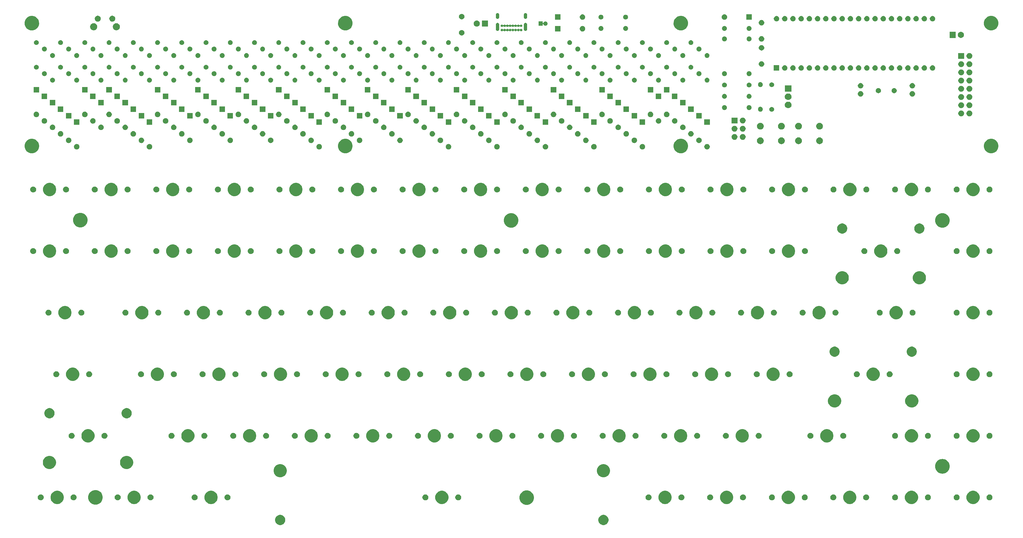
<source format=gts>
G04 #@! TF.GenerationSoftware,KiCad,Pcbnew,(5.1.5)-3*
G04 #@! TF.CreationDate,2021-09-09T22:59:27-04:00*
G04 #@! TF.ProjectId,main_pcb,6d61696e-5f70-4636-922e-6b696361645f,0*
G04 #@! TF.SameCoordinates,Original*
G04 #@! TF.FileFunction,Soldermask,Top*
G04 #@! TF.FilePolarity,Negative*
%FSLAX46Y46*%
G04 Gerber Fmt 4.6, Leading zero omitted, Abs format (unit mm)*
G04 Created by KiCad (PCBNEW (5.1.5)-3) date 2021-09-09 22:59:27*
%MOMM*%
%LPD*%
G04 APERTURE LIST*
%ADD10C,0.100000*%
G04 APERTURE END LIST*
D10*
G36*
X240657167Y-215340263D02*
G01*
X240809311Y-215370526D01*
X240928037Y-215419704D01*
X241095941Y-215489252D01*
X241095942Y-215489253D01*
X241353904Y-215661617D01*
X241573283Y-215880996D01*
X241688453Y-216053361D01*
X241745648Y-216138959D01*
X241864374Y-216425590D01*
X241924900Y-216729875D01*
X241924900Y-217040125D01*
X241864374Y-217344410D01*
X241745648Y-217631041D01*
X241745647Y-217631042D01*
X241573283Y-217889004D01*
X241353904Y-218108383D01*
X241181539Y-218223553D01*
X241095941Y-218280748D01*
X240928037Y-218350296D01*
X240809311Y-218399474D01*
X240505025Y-218460000D01*
X240194775Y-218460000D01*
X239890489Y-218399474D01*
X239771763Y-218350296D01*
X239603859Y-218280748D01*
X239518261Y-218223553D01*
X239345896Y-218108383D01*
X239126517Y-217889004D01*
X238954153Y-217631042D01*
X238954152Y-217631041D01*
X238835426Y-217344410D01*
X238774900Y-217040125D01*
X238774900Y-216729875D01*
X238835426Y-216425590D01*
X238954152Y-216138959D01*
X239011347Y-216053361D01*
X239126517Y-215880996D01*
X239345896Y-215661617D01*
X239603858Y-215489253D01*
X239603859Y-215489252D01*
X239771763Y-215419704D01*
X239890489Y-215370526D01*
X240042633Y-215340263D01*
X240194775Y-215310000D01*
X240505025Y-215310000D01*
X240657167Y-215340263D01*
G37*
G36*
X140657367Y-215340263D02*
G01*
X140809511Y-215370526D01*
X140928237Y-215419704D01*
X141096141Y-215489252D01*
X141096142Y-215489253D01*
X141354104Y-215661617D01*
X141573483Y-215880996D01*
X141688653Y-216053361D01*
X141745848Y-216138959D01*
X141864574Y-216425590D01*
X141925100Y-216729875D01*
X141925100Y-217040125D01*
X141864574Y-217344410D01*
X141745848Y-217631041D01*
X141745847Y-217631042D01*
X141573483Y-217889004D01*
X141354104Y-218108383D01*
X141181739Y-218223553D01*
X141096141Y-218280748D01*
X140928237Y-218350296D01*
X140809511Y-218399474D01*
X140505225Y-218460000D01*
X140194975Y-218460000D01*
X139890689Y-218399474D01*
X139771963Y-218350296D01*
X139604059Y-218280748D01*
X139518461Y-218223553D01*
X139346096Y-218108383D01*
X139126717Y-217889004D01*
X138954353Y-217631042D01*
X138954352Y-217631041D01*
X138835626Y-217344410D01*
X138775100Y-217040125D01*
X138775100Y-216729875D01*
X138835626Y-216425590D01*
X138954352Y-216138959D01*
X139011547Y-216053361D01*
X139126717Y-215880996D01*
X139346096Y-215661617D01*
X139604058Y-215489253D01*
X139604059Y-215489252D01*
X139771963Y-215419704D01*
X139890689Y-215370526D01*
X140042833Y-215340263D01*
X140194975Y-215310000D01*
X140505225Y-215310000D01*
X140657367Y-215340263D01*
G37*
G36*
X216875880Y-207751776D02*
G01*
X217256593Y-207827504D01*
X217666249Y-207997189D01*
X218034929Y-208243534D01*
X218348466Y-208557071D01*
X218594811Y-208925751D01*
X218764496Y-209335407D01*
X218851000Y-209770296D01*
X218851000Y-210213704D01*
X218764496Y-210648593D01*
X218594811Y-211058249D01*
X218348466Y-211426929D01*
X218034929Y-211740466D01*
X217666249Y-211986811D01*
X217256593Y-212156496D01*
X216875880Y-212232224D01*
X216821705Y-212243000D01*
X216378295Y-212243000D01*
X216324120Y-212232224D01*
X215943407Y-212156496D01*
X215533751Y-211986811D01*
X215165071Y-211740466D01*
X214851534Y-211426929D01*
X214605189Y-211058249D01*
X214435504Y-210648593D01*
X214349000Y-210213704D01*
X214349000Y-209770296D01*
X214435504Y-209335407D01*
X214605189Y-208925751D01*
X214851534Y-208557071D01*
X215165071Y-208243534D01*
X215533751Y-207997189D01*
X215943407Y-207827504D01*
X216324120Y-207751776D01*
X216378295Y-207741000D01*
X216821705Y-207741000D01*
X216875880Y-207751776D01*
G37*
G36*
X83475880Y-207651776D02*
G01*
X83856593Y-207727504D01*
X84266249Y-207897189D01*
X84634929Y-208143534D01*
X84948466Y-208457071D01*
X85194811Y-208825751D01*
X85364496Y-209235407D01*
X85451000Y-209670296D01*
X85451000Y-210113704D01*
X85364496Y-210548593D01*
X85194811Y-210958249D01*
X84948466Y-211326929D01*
X84634929Y-211640466D01*
X84266249Y-211886811D01*
X83856593Y-212056496D01*
X83475880Y-212132224D01*
X83421705Y-212143000D01*
X82978295Y-212143000D01*
X82924120Y-212132224D01*
X82543407Y-212056496D01*
X82133751Y-211886811D01*
X81765071Y-211640466D01*
X81451534Y-211326929D01*
X81205189Y-210958249D01*
X81035504Y-210548593D01*
X80949000Y-210113704D01*
X80949000Y-209670296D01*
X81035504Y-209235407D01*
X81205189Y-208825751D01*
X81451534Y-208457071D01*
X81765071Y-208143534D01*
X82133751Y-207897189D01*
X82543407Y-207727504D01*
X82924120Y-207651776D01*
X82978295Y-207641000D01*
X83421705Y-207641000D01*
X83475880Y-207651776D01*
G37*
G36*
X190946474Y-207933684D02*
G01*
X191099788Y-207997189D01*
X191318623Y-208087833D01*
X191653548Y-208311623D01*
X191938377Y-208596452D01*
X192162167Y-208931377D01*
X192194562Y-209009586D01*
X192316316Y-209303526D01*
X192394900Y-209698594D01*
X192394900Y-210101406D01*
X192316316Y-210496474D01*
X192265451Y-210619272D01*
X192162167Y-210868623D01*
X191938377Y-211203548D01*
X191653548Y-211488377D01*
X191318623Y-211712167D01*
X191164474Y-211776017D01*
X190946474Y-211866316D01*
X190551406Y-211944900D01*
X190148594Y-211944900D01*
X189753526Y-211866316D01*
X189535526Y-211776017D01*
X189381377Y-211712167D01*
X189046452Y-211488377D01*
X188761623Y-211203548D01*
X188537833Y-210868623D01*
X188434549Y-210619272D01*
X188383684Y-210496474D01*
X188305100Y-210101406D01*
X188305100Y-209698594D01*
X188383684Y-209303526D01*
X188505438Y-209009586D01*
X188537833Y-208931377D01*
X188761623Y-208596452D01*
X189046452Y-208311623D01*
X189381377Y-208087833D01*
X189600212Y-207997189D01*
X189753526Y-207933684D01*
X190148594Y-207855100D01*
X190551406Y-207855100D01*
X190946474Y-207933684D01*
G37*
G36*
X259996474Y-207933684D02*
G01*
X260149788Y-207997189D01*
X260368623Y-208087833D01*
X260703548Y-208311623D01*
X260988377Y-208596452D01*
X261212167Y-208931377D01*
X261244562Y-209009586D01*
X261366316Y-209303526D01*
X261444900Y-209698594D01*
X261444900Y-210101406D01*
X261366316Y-210496474D01*
X261315451Y-210619272D01*
X261212167Y-210868623D01*
X260988377Y-211203548D01*
X260703548Y-211488377D01*
X260368623Y-211712167D01*
X260214474Y-211776017D01*
X259996474Y-211866316D01*
X259601406Y-211944900D01*
X259198594Y-211944900D01*
X258803526Y-211866316D01*
X258585526Y-211776017D01*
X258431377Y-211712167D01*
X258096452Y-211488377D01*
X257811623Y-211203548D01*
X257587833Y-210868623D01*
X257484549Y-210619272D01*
X257433684Y-210496474D01*
X257355100Y-210101406D01*
X257355100Y-209698594D01*
X257433684Y-209303526D01*
X257555438Y-209009586D01*
X257587833Y-208931377D01*
X257811623Y-208596452D01*
X258096452Y-208311623D01*
X258431377Y-208087833D01*
X258650212Y-207997189D01*
X258803526Y-207933684D01*
X259198594Y-207855100D01*
X259601406Y-207855100D01*
X259996474Y-207933684D01*
G37*
G36*
X119546474Y-207933684D02*
G01*
X119699788Y-207997189D01*
X119918623Y-208087833D01*
X120253548Y-208311623D01*
X120538377Y-208596452D01*
X120762167Y-208931377D01*
X120794562Y-209009586D01*
X120916316Y-209303526D01*
X120994900Y-209698594D01*
X120994900Y-210101406D01*
X120916316Y-210496474D01*
X120865451Y-210619272D01*
X120762167Y-210868623D01*
X120538377Y-211203548D01*
X120253548Y-211488377D01*
X119918623Y-211712167D01*
X119764474Y-211776017D01*
X119546474Y-211866316D01*
X119151406Y-211944900D01*
X118748594Y-211944900D01*
X118353526Y-211866316D01*
X118135526Y-211776017D01*
X117981377Y-211712167D01*
X117646452Y-211488377D01*
X117361623Y-211203548D01*
X117137833Y-210868623D01*
X117034549Y-210619272D01*
X116983684Y-210496474D01*
X116905100Y-210101406D01*
X116905100Y-209698594D01*
X116983684Y-209303526D01*
X117105438Y-209009586D01*
X117137833Y-208931377D01*
X117361623Y-208596452D01*
X117646452Y-208311623D01*
X117981377Y-208087833D01*
X118200212Y-207997189D01*
X118353526Y-207933684D01*
X118748594Y-207855100D01*
X119151406Y-207855100D01*
X119546474Y-207933684D01*
G37*
G36*
X95746474Y-207933684D02*
G01*
X95899788Y-207997189D01*
X96118623Y-208087833D01*
X96453548Y-208311623D01*
X96738377Y-208596452D01*
X96962167Y-208931377D01*
X96994562Y-209009586D01*
X97116316Y-209303526D01*
X97194900Y-209698594D01*
X97194900Y-210101406D01*
X97116316Y-210496474D01*
X97065451Y-210619272D01*
X96962167Y-210868623D01*
X96738377Y-211203548D01*
X96453548Y-211488377D01*
X96118623Y-211712167D01*
X95964474Y-211776017D01*
X95746474Y-211866316D01*
X95351406Y-211944900D01*
X94948594Y-211944900D01*
X94553526Y-211866316D01*
X94335526Y-211776017D01*
X94181377Y-211712167D01*
X93846452Y-211488377D01*
X93561623Y-211203548D01*
X93337833Y-210868623D01*
X93234549Y-210619272D01*
X93183684Y-210496474D01*
X93105100Y-210101406D01*
X93105100Y-209698594D01*
X93183684Y-209303526D01*
X93305438Y-209009586D01*
X93337833Y-208931377D01*
X93561623Y-208596452D01*
X93846452Y-208311623D01*
X94181377Y-208087833D01*
X94400212Y-207997189D01*
X94553526Y-207933684D01*
X94948594Y-207855100D01*
X95351406Y-207855100D01*
X95746474Y-207933684D01*
G37*
G36*
X71946474Y-207933684D02*
G01*
X72099788Y-207997189D01*
X72318623Y-208087833D01*
X72653548Y-208311623D01*
X72938377Y-208596452D01*
X73162167Y-208931377D01*
X73194562Y-209009586D01*
X73316316Y-209303526D01*
X73394900Y-209698594D01*
X73394900Y-210101406D01*
X73316316Y-210496474D01*
X73265451Y-210619272D01*
X73162167Y-210868623D01*
X72938377Y-211203548D01*
X72653548Y-211488377D01*
X72318623Y-211712167D01*
X72164474Y-211776017D01*
X71946474Y-211866316D01*
X71551406Y-211944900D01*
X71148594Y-211944900D01*
X70753526Y-211866316D01*
X70535526Y-211776017D01*
X70381377Y-211712167D01*
X70046452Y-211488377D01*
X69761623Y-211203548D01*
X69537833Y-210868623D01*
X69434549Y-210619272D01*
X69383684Y-210496474D01*
X69305100Y-210101406D01*
X69305100Y-209698594D01*
X69383684Y-209303526D01*
X69505438Y-209009586D01*
X69537833Y-208931377D01*
X69761623Y-208596452D01*
X70046452Y-208311623D01*
X70381377Y-208087833D01*
X70600212Y-207997189D01*
X70753526Y-207933684D01*
X71148594Y-207855100D01*
X71551406Y-207855100D01*
X71946474Y-207933684D01*
G37*
G36*
X317146474Y-207933684D02*
G01*
X317299788Y-207997189D01*
X317518623Y-208087833D01*
X317853548Y-208311623D01*
X318138377Y-208596452D01*
X318362167Y-208931377D01*
X318394562Y-209009586D01*
X318516316Y-209303526D01*
X318594900Y-209698594D01*
X318594900Y-210101406D01*
X318516316Y-210496474D01*
X318465451Y-210619272D01*
X318362167Y-210868623D01*
X318138377Y-211203548D01*
X317853548Y-211488377D01*
X317518623Y-211712167D01*
X317364474Y-211776017D01*
X317146474Y-211866316D01*
X316751406Y-211944900D01*
X316348594Y-211944900D01*
X315953526Y-211866316D01*
X315735526Y-211776017D01*
X315581377Y-211712167D01*
X315246452Y-211488377D01*
X314961623Y-211203548D01*
X314737833Y-210868623D01*
X314634549Y-210619272D01*
X314583684Y-210496474D01*
X314505100Y-210101406D01*
X314505100Y-209698594D01*
X314583684Y-209303526D01*
X314705438Y-209009586D01*
X314737833Y-208931377D01*
X314961623Y-208596452D01*
X315246452Y-208311623D01*
X315581377Y-208087833D01*
X315800212Y-207997189D01*
X315953526Y-207933684D01*
X316348594Y-207855100D01*
X316751406Y-207855100D01*
X317146474Y-207933684D01*
G37*
G36*
X336246474Y-207933684D02*
G01*
X336399788Y-207997189D01*
X336618623Y-208087833D01*
X336953548Y-208311623D01*
X337238377Y-208596452D01*
X337462167Y-208931377D01*
X337494562Y-209009586D01*
X337616316Y-209303526D01*
X337694900Y-209698594D01*
X337694900Y-210101406D01*
X337616316Y-210496474D01*
X337565451Y-210619272D01*
X337462167Y-210868623D01*
X337238377Y-211203548D01*
X336953548Y-211488377D01*
X336618623Y-211712167D01*
X336464474Y-211776017D01*
X336246474Y-211866316D01*
X335851406Y-211944900D01*
X335448594Y-211944900D01*
X335053526Y-211866316D01*
X334835526Y-211776017D01*
X334681377Y-211712167D01*
X334346452Y-211488377D01*
X334061623Y-211203548D01*
X333837833Y-210868623D01*
X333734549Y-210619272D01*
X333683684Y-210496474D01*
X333605100Y-210101406D01*
X333605100Y-209698594D01*
X333683684Y-209303526D01*
X333805438Y-209009586D01*
X333837833Y-208931377D01*
X334061623Y-208596452D01*
X334346452Y-208311623D01*
X334681377Y-208087833D01*
X334900212Y-207997189D01*
X335053526Y-207933684D01*
X335448594Y-207855100D01*
X335851406Y-207855100D01*
X336246474Y-207933684D01*
G37*
G36*
X355296474Y-207933684D02*
G01*
X355449788Y-207997189D01*
X355668623Y-208087833D01*
X356003548Y-208311623D01*
X356288377Y-208596452D01*
X356512167Y-208931377D01*
X356544562Y-209009586D01*
X356666316Y-209303526D01*
X356744900Y-209698594D01*
X356744900Y-210101406D01*
X356666316Y-210496474D01*
X356615451Y-210619272D01*
X356512167Y-210868623D01*
X356288377Y-211203548D01*
X356003548Y-211488377D01*
X355668623Y-211712167D01*
X355514474Y-211776017D01*
X355296474Y-211866316D01*
X354901406Y-211944900D01*
X354498594Y-211944900D01*
X354103526Y-211866316D01*
X353885526Y-211776017D01*
X353731377Y-211712167D01*
X353396452Y-211488377D01*
X353111623Y-211203548D01*
X352887833Y-210868623D01*
X352784549Y-210619272D01*
X352733684Y-210496474D01*
X352655100Y-210101406D01*
X352655100Y-209698594D01*
X352733684Y-209303526D01*
X352855438Y-209009586D01*
X352887833Y-208931377D01*
X353111623Y-208596452D01*
X353396452Y-208311623D01*
X353731377Y-208087833D01*
X353950212Y-207997189D01*
X354103526Y-207933684D01*
X354498594Y-207855100D01*
X354901406Y-207855100D01*
X355296474Y-207933684D01*
G37*
G36*
X298146474Y-207933684D02*
G01*
X298299788Y-207997189D01*
X298518623Y-208087833D01*
X298853548Y-208311623D01*
X299138377Y-208596452D01*
X299362167Y-208931377D01*
X299394562Y-209009586D01*
X299516316Y-209303526D01*
X299594900Y-209698594D01*
X299594900Y-210101406D01*
X299516316Y-210496474D01*
X299465451Y-210619272D01*
X299362167Y-210868623D01*
X299138377Y-211203548D01*
X298853548Y-211488377D01*
X298518623Y-211712167D01*
X298364474Y-211776017D01*
X298146474Y-211866316D01*
X297751406Y-211944900D01*
X297348594Y-211944900D01*
X296953526Y-211866316D01*
X296735526Y-211776017D01*
X296581377Y-211712167D01*
X296246452Y-211488377D01*
X295961623Y-211203548D01*
X295737833Y-210868623D01*
X295634549Y-210619272D01*
X295583684Y-210496474D01*
X295505100Y-210101406D01*
X295505100Y-209698594D01*
X295583684Y-209303526D01*
X295705438Y-209009586D01*
X295737833Y-208931377D01*
X295961623Y-208596452D01*
X296246452Y-208311623D01*
X296581377Y-208087833D01*
X296800212Y-207997189D01*
X296953526Y-207933684D01*
X297348594Y-207855100D01*
X297751406Y-207855100D01*
X298146474Y-207933684D01*
G37*
G36*
X279046474Y-207933684D02*
G01*
X279199788Y-207997189D01*
X279418623Y-208087833D01*
X279753548Y-208311623D01*
X280038377Y-208596452D01*
X280262167Y-208931377D01*
X280294562Y-209009586D01*
X280416316Y-209303526D01*
X280494900Y-209698594D01*
X280494900Y-210101406D01*
X280416316Y-210496474D01*
X280365451Y-210619272D01*
X280262167Y-210868623D01*
X280038377Y-211203548D01*
X279753548Y-211488377D01*
X279418623Y-211712167D01*
X279264474Y-211776017D01*
X279046474Y-211866316D01*
X278651406Y-211944900D01*
X278248594Y-211944900D01*
X277853526Y-211866316D01*
X277635526Y-211776017D01*
X277481377Y-211712167D01*
X277146452Y-211488377D01*
X276861623Y-211203548D01*
X276637833Y-210868623D01*
X276534549Y-210619272D01*
X276483684Y-210496474D01*
X276405100Y-210101406D01*
X276405100Y-209698594D01*
X276483684Y-209303526D01*
X276605438Y-209009586D01*
X276637833Y-208931377D01*
X276861623Y-208596452D01*
X277146452Y-208311623D01*
X277481377Y-208087833D01*
X277700212Y-207997189D01*
X277853526Y-207933684D01*
X278248594Y-207855100D01*
X278651406Y-207855100D01*
X279046474Y-207933684D01*
G37*
G36*
X254590104Y-209009585D02*
G01*
X254758626Y-209079389D01*
X254910291Y-209180728D01*
X255039272Y-209309709D01*
X255140611Y-209461374D01*
X255210415Y-209629896D01*
X255246000Y-209808797D01*
X255246000Y-209991203D01*
X255210415Y-210170104D01*
X255140611Y-210338626D01*
X255039272Y-210490291D01*
X254910291Y-210619272D01*
X254758626Y-210720611D01*
X254590104Y-210790415D01*
X254411203Y-210826000D01*
X254228797Y-210826000D01*
X254049896Y-210790415D01*
X253881374Y-210720611D01*
X253729709Y-210619272D01*
X253600728Y-210490291D01*
X253499389Y-210338626D01*
X253429585Y-210170104D01*
X253394000Y-209991203D01*
X253394000Y-209808797D01*
X253429585Y-209629896D01*
X253499389Y-209461374D01*
X253600728Y-209309709D01*
X253729709Y-209180728D01*
X253881374Y-209079389D01*
X254049896Y-209009585D01*
X254228797Y-208974000D01*
X254411203Y-208974000D01*
X254590104Y-209009585D01*
G37*
G36*
X264750104Y-209009585D02*
G01*
X264918626Y-209079389D01*
X265070291Y-209180728D01*
X265199272Y-209309709D01*
X265300611Y-209461374D01*
X265370415Y-209629896D01*
X265406000Y-209808797D01*
X265406000Y-209991203D01*
X265370415Y-210170104D01*
X265300611Y-210338626D01*
X265199272Y-210490291D01*
X265070291Y-210619272D01*
X264918626Y-210720611D01*
X264750104Y-210790415D01*
X264571203Y-210826000D01*
X264388797Y-210826000D01*
X264209896Y-210790415D01*
X264041374Y-210720611D01*
X263889709Y-210619272D01*
X263760728Y-210490291D01*
X263659389Y-210338626D01*
X263589585Y-210170104D01*
X263554000Y-209991203D01*
X263554000Y-209808797D01*
X263589585Y-209629896D01*
X263659389Y-209461374D01*
X263760728Y-209309709D01*
X263889709Y-209180728D01*
X264041374Y-209079389D01*
X264209896Y-209009585D01*
X264388797Y-208974000D01*
X264571203Y-208974000D01*
X264750104Y-209009585D01*
G37*
G36*
X195700104Y-209009585D02*
G01*
X195868626Y-209079389D01*
X196020291Y-209180728D01*
X196149272Y-209309709D01*
X196250611Y-209461374D01*
X196320415Y-209629896D01*
X196356000Y-209808797D01*
X196356000Y-209991203D01*
X196320415Y-210170104D01*
X196250611Y-210338626D01*
X196149272Y-210490291D01*
X196020291Y-210619272D01*
X195868626Y-210720611D01*
X195700104Y-210790415D01*
X195521203Y-210826000D01*
X195338797Y-210826000D01*
X195159896Y-210790415D01*
X194991374Y-210720611D01*
X194839709Y-210619272D01*
X194710728Y-210490291D01*
X194609389Y-210338626D01*
X194539585Y-210170104D01*
X194504000Y-209991203D01*
X194504000Y-209808797D01*
X194539585Y-209629896D01*
X194609389Y-209461374D01*
X194710728Y-209309709D01*
X194839709Y-209180728D01*
X194991374Y-209079389D01*
X195159896Y-209009585D01*
X195338797Y-208974000D01*
X195521203Y-208974000D01*
X195700104Y-209009585D01*
G37*
G36*
X185540104Y-209009585D02*
G01*
X185708626Y-209079389D01*
X185860291Y-209180728D01*
X185989272Y-209309709D01*
X186090611Y-209461374D01*
X186160415Y-209629896D01*
X186196000Y-209808797D01*
X186196000Y-209991203D01*
X186160415Y-210170104D01*
X186090611Y-210338626D01*
X185989272Y-210490291D01*
X185860291Y-210619272D01*
X185708626Y-210720611D01*
X185540104Y-210790415D01*
X185361203Y-210826000D01*
X185178797Y-210826000D01*
X184999896Y-210790415D01*
X184831374Y-210720611D01*
X184679709Y-210619272D01*
X184550728Y-210490291D01*
X184449389Y-210338626D01*
X184379585Y-210170104D01*
X184344000Y-209991203D01*
X184344000Y-209808797D01*
X184379585Y-209629896D01*
X184449389Y-209461374D01*
X184550728Y-209309709D01*
X184679709Y-209180728D01*
X184831374Y-209079389D01*
X184999896Y-209009585D01*
X185178797Y-208974000D01*
X185361203Y-208974000D01*
X185540104Y-209009585D01*
G37*
G36*
X124300104Y-209009585D02*
G01*
X124468626Y-209079389D01*
X124620291Y-209180728D01*
X124749272Y-209309709D01*
X124850611Y-209461374D01*
X124920415Y-209629896D01*
X124956000Y-209808797D01*
X124956000Y-209991203D01*
X124920415Y-210170104D01*
X124850611Y-210338626D01*
X124749272Y-210490291D01*
X124620291Y-210619272D01*
X124468626Y-210720611D01*
X124300104Y-210790415D01*
X124121203Y-210826000D01*
X123938797Y-210826000D01*
X123759896Y-210790415D01*
X123591374Y-210720611D01*
X123439709Y-210619272D01*
X123310728Y-210490291D01*
X123209389Y-210338626D01*
X123139585Y-210170104D01*
X123104000Y-209991203D01*
X123104000Y-209808797D01*
X123139585Y-209629896D01*
X123209389Y-209461374D01*
X123310728Y-209309709D01*
X123439709Y-209180728D01*
X123591374Y-209079389D01*
X123759896Y-209009585D01*
X123938797Y-208974000D01*
X124121203Y-208974000D01*
X124300104Y-209009585D01*
G37*
G36*
X114140104Y-209009585D02*
G01*
X114308626Y-209079389D01*
X114460291Y-209180728D01*
X114589272Y-209309709D01*
X114690611Y-209461374D01*
X114760415Y-209629896D01*
X114796000Y-209808797D01*
X114796000Y-209991203D01*
X114760415Y-210170104D01*
X114690611Y-210338626D01*
X114589272Y-210490291D01*
X114460291Y-210619272D01*
X114308626Y-210720611D01*
X114140104Y-210790415D01*
X113961203Y-210826000D01*
X113778797Y-210826000D01*
X113599896Y-210790415D01*
X113431374Y-210720611D01*
X113279709Y-210619272D01*
X113150728Y-210490291D01*
X113049389Y-210338626D01*
X112979585Y-210170104D01*
X112944000Y-209991203D01*
X112944000Y-209808797D01*
X112979585Y-209629896D01*
X113049389Y-209461374D01*
X113150728Y-209309709D01*
X113279709Y-209180728D01*
X113431374Y-209079389D01*
X113599896Y-209009585D01*
X113778797Y-208974000D01*
X113961203Y-208974000D01*
X114140104Y-209009585D01*
G37*
G36*
X273640104Y-209009585D02*
G01*
X273808626Y-209079389D01*
X273960291Y-209180728D01*
X274089272Y-209309709D01*
X274190611Y-209461374D01*
X274260415Y-209629896D01*
X274296000Y-209808797D01*
X274296000Y-209991203D01*
X274260415Y-210170104D01*
X274190611Y-210338626D01*
X274089272Y-210490291D01*
X273960291Y-210619272D01*
X273808626Y-210720611D01*
X273640104Y-210790415D01*
X273461203Y-210826000D01*
X273278797Y-210826000D01*
X273099896Y-210790415D01*
X272931374Y-210720611D01*
X272779709Y-210619272D01*
X272650728Y-210490291D01*
X272549389Y-210338626D01*
X272479585Y-210170104D01*
X272444000Y-209991203D01*
X272444000Y-209808797D01*
X272479585Y-209629896D01*
X272549389Y-209461374D01*
X272650728Y-209309709D01*
X272779709Y-209180728D01*
X272931374Y-209079389D01*
X273099896Y-209009585D01*
X273278797Y-208974000D01*
X273461203Y-208974000D01*
X273640104Y-209009585D01*
G37*
G36*
X100500104Y-209009585D02*
G01*
X100668626Y-209079389D01*
X100820291Y-209180728D01*
X100949272Y-209309709D01*
X101050611Y-209461374D01*
X101120415Y-209629896D01*
X101156000Y-209808797D01*
X101156000Y-209991203D01*
X101120415Y-210170104D01*
X101050611Y-210338626D01*
X100949272Y-210490291D01*
X100820291Y-210619272D01*
X100668626Y-210720611D01*
X100500104Y-210790415D01*
X100321203Y-210826000D01*
X100138797Y-210826000D01*
X99959896Y-210790415D01*
X99791374Y-210720611D01*
X99639709Y-210619272D01*
X99510728Y-210490291D01*
X99409389Y-210338626D01*
X99339585Y-210170104D01*
X99304000Y-209991203D01*
X99304000Y-209808797D01*
X99339585Y-209629896D01*
X99409389Y-209461374D01*
X99510728Y-209309709D01*
X99639709Y-209180728D01*
X99791374Y-209079389D01*
X99959896Y-209009585D01*
X100138797Y-208974000D01*
X100321203Y-208974000D01*
X100500104Y-209009585D01*
G37*
G36*
X90340104Y-209009585D02*
G01*
X90508626Y-209079389D01*
X90660291Y-209180728D01*
X90789272Y-209309709D01*
X90890611Y-209461374D01*
X90960415Y-209629896D01*
X90996000Y-209808797D01*
X90996000Y-209991203D01*
X90960415Y-210170104D01*
X90890611Y-210338626D01*
X90789272Y-210490291D01*
X90660291Y-210619272D01*
X90508626Y-210720611D01*
X90340104Y-210790415D01*
X90161203Y-210826000D01*
X89978797Y-210826000D01*
X89799896Y-210790415D01*
X89631374Y-210720611D01*
X89479709Y-210619272D01*
X89350728Y-210490291D01*
X89249389Y-210338626D01*
X89179585Y-210170104D01*
X89144000Y-209991203D01*
X89144000Y-209808797D01*
X89179585Y-209629896D01*
X89249389Y-209461374D01*
X89350728Y-209309709D01*
X89479709Y-209180728D01*
X89631374Y-209079389D01*
X89799896Y-209009585D01*
X89978797Y-208974000D01*
X90161203Y-208974000D01*
X90340104Y-209009585D01*
G37*
G36*
X283800104Y-209009585D02*
G01*
X283968626Y-209079389D01*
X284120291Y-209180728D01*
X284249272Y-209309709D01*
X284350611Y-209461374D01*
X284420415Y-209629896D01*
X284456000Y-209808797D01*
X284456000Y-209991203D01*
X284420415Y-210170104D01*
X284350611Y-210338626D01*
X284249272Y-210490291D01*
X284120291Y-210619272D01*
X283968626Y-210720611D01*
X283800104Y-210790415D01*
X283621203Y-210826000D01*
X283438797Y-210826000D01*
X283259896Y-210790415D01*
X283091374Y-210720611D01*
X282939709Y-210619272D01*
X282810728Y-210490291D01*
X282709389Y-210338626D01*
X282639585Y-210170104D01*
X282604000Y-209991203D01*
X282604000Y-209808797D01*
X282639585Y-209629896D01*
X282709389Y-209461374D01*
X282810728Y-209309709D01*
X282939709Y-209180728D01*
X283091374Y-209079389D01*
X283259896Y-209009585D01*
X283438797Y-208974000D01*
X283621203Y-208974000D01*
X283800104Y-209009585D01*
G37*
G36*
X66540104Y-209009585D02*
G01*
X66708626Y-209079389D01*
X66860291Y-209180728D01*
X66989272Y-209309709D01*
X67090611Y-209461374D01*
X67160415Y-209629896D01*
X67196000Y-209808797D01*
X67196000Y-209991203D01*
X67160415Y-210170104D01*
X67090611Y-210338626D01*
X66989272Y-210490291D01*
X66860291Y-210619272D01*
X66708626Y-210720611D01*
X66540104Y-210790415D01*
X66361203Y-210826000D01*
X66178797Y-210826000D01*
X65999896Y-210790415D01*
X65831374Y-210720611D01*
X65679709Y-210619272D01*
X65550728Y-210490291D01*
X65449389Y-210338626D01*
X65379585Y-210170104D01*
X65344000Y-209991203D01*
X65344000Y-209808797D01*
X65379585Y-209629896D01*
X65449389Y-209461374D01*
X65550728Y-209309709D01*
X65679709Y-209180728D01*
X65831374Y-209079389D01*
X65999896Y-209009585D01*
X66178797Y-208974000D01*
X66361203Y-208974000D01*
X66540104Y-209009585D01*
G37*
G36*
X76700104Y-209009585D02*
G01*
X76868626Y-209079389D01*
X77020291Y-209180728D01*
X77149272Y-209309709D01*
X77250611Y-209461374D01*
X77320415Y-209629896D01*
X77356000Y-209808797D01*
X77356000Y-209991203D01*
X77320415Y-210170104D01*
X77250611Y-210338626D01*
X77149272Y-210490291D01*
X77020291Y-210619272D01*
X76868626Y-210720611D01*
X76700104Y-210790415D01*
X76521203Y-210826000D01*
X76338797Y-210826000D01*
X76159896Y-210790415D01*
X75991374Y-210720611D01*
X75839709Y-210619272D01*
X75710728Y-210490291D01*
X75609389Y-210338626D01*
X75539585Y-210170104D01*
X75504000Y-209991203D01*
X75504000Y-209808797D01*
X75539585Y-209629896D01*
X75609389Y-209461374D01*
X75710728Y-209309709D01*
X75839709Y-209180728D01*
X75991374Y-209079389D01*
X76159896Y-209009585D01*
X76338797Y-208974000D01*
X76521203Y-208974000D01*
X76700104Y-209009585D01*
G37*
G36*
X292740104Y-209009585D02*
G01*
X292908626Y-209079389D01*
X293060291Y-209180728D01*
X293189272Y-209309709D01*
X293290611Y-209461374D01*
X293360415Y-209629896D01*
X293396000Y-209808797D01*
X293396000Y-209991203D01*
X293360415Y-210170104D01*
X293290611Y-210338626D01*
X293189272Y-210490291D01*
X293060291Y-210619272D01*
X292908626Y-210720611D01*
X292740104Y-210790415D01*
X292561203Y-210826000D01*
X292378797Y-210826000D01*
X292199896Y-210790415D01*
X292031374Y-210720611D01*
X291879709Y-210619272D01*
X291750728Y-210490291D01*
X291649389Y-210338626D01*
X291579585Y-210170104D01*
X291544000Y-209991203D01*
X291544000Y-209808797D01*
X291579585Y-209629896D01*
X291649389Y-209461374D01*
X291750728Y-209309709D01*
X291879709Y-209180728D01*
X292031374Y-209079389D01*
X292199896Y-209009585D01*
X292378797Y-208974000D01*
X292561203Y-208974000D01*
X292740104Y-209009585D01*
G37*
G36*
X360050104Y-209009585D02*
G01*
X360218626Y-209079389D01*
X360370291Y-209180728D01*
X360499272Y-209309709D01*
X360600611Y-209461374D01*
X360670415Y-209629896D01*
X360706000Y-209808797D01*
X360706000Y-209991203D01*
X360670415Y-210170104D01*
X360600611Y-210338626D01*
X360499272Y-210490291D01*
X360370291Y-210619272D01*
X360218626Y-210720611D01*
X360050104Y-210790415D01*
X359871203Y-210826000D01*
X359688797Y-210826000D01*
X359509896Y-210790415D01*
X359341374Y-210720611D01*
X359189709Y-210619272D01*
X359060728Y-210490291D01*
X358959389Y-210338626D01*
X358889585Y-210170104D01*
X358854000Y-209991203D01*
X358854000Y-209808797D01*
X358889585Y-209629896D01*
X358959389Y-209461374D01*
X359060728Y-209309709D01*
X359189709Y-209180728D01*
X359341374Y-209079389D01*
X359509896Y-209009585D01*
X359688797Y-208974000D01*
X359871203Y-208974000D01*
X360050104Y-209009585D01*
G37*
G36*
X349890104Y-209009585D02*
G01*
X350058626Y-209079389D01*
X350210291Y-209180728D01*
X350339272Y-209309709D01*
X350440611Y-209461374D01*
X350510415Y-209629896D01*
X350546000Y-209808797D01*
X350546000Y-209991203D01*
X350510415Y-210170104D01*
X350440611Y-210338626D01*
X350339272Y-210490291D01*
X350210291Y-210619272D01*
X350058626Y-210720611D01*
X349890104Y-210790415D01*
X349711203Y-210826000D01*
X349528797Y-210826000D01*
X349349896Y-210790415D01*
X349181374Y-210720611D01*
X349029709Y-210619272D01*
X348900728Y-210490291D01*
X348799389Y-210338626D01*
X348729585Y-210170104D01*
X348694000Y-209991203D01*
X348694000Y-209808797D01*
X348729585Y-209629896D01*
X348799389Y-209461374D01*
X348900728Y-209309709D01*
X349029709Y-209180728D01*
X349181374Y-209079389D01*
X349349896Y-209009585D01*
X349528797Y-208974000D01*
X349711203Y-208974000D01*
X349890104Y-209009585D01*
G37*
G36*
X341000104Y-209009585D02*
G01*
X341168626Y-209079389D01*
X341320291Y-209180728D01*
X341449272Y-209309709D01*
X341550611Y-209461374D01*
X341620415Y-209629896D01*
X341656000Y-209808797D01*
X341656000Y-209991203D01*
X341620415Y-210170104D01*
X341550611Y-210338626D01*
X341449272Y-210490291D01*
X341320291Y-210619272D01*
X341168626Y-210720611D01*
X341000104Y-210790415D01*
X340821203Y-210826000D01*
X340638797Y-210826000D01*
X340459896Y-210790415D01*
X340291374Y-210720611D01*
X340139709Y-210619272D01*
X340010728Y-210490291D01*
X339909389Y-210338626D01*
X339839585Y-210170104D01*
X339804000Y-209991203D01*
X339804000Y-209808797D01*
X339839585Y-209629896D01*
X339909389Y-209461374D01*
X340010728Y-209309709D01*
X340139709Y-209180728D01*
X340291374Y-209079389D01*
X340459896Y-209009585D01*
X340638797Y-208974000D01*
X340821203Y-208974000D01*
X341000104Y-209009585D01*
G37*
G36*
X330840104Y-209009585D02*
G01*
X331008626Y-209079389D01*
X331160291Y-209180728D01*
X331289272Y-209309709D01*
X331390611Y-209461374D01*
X331460415Y-209629896D01*
X331496000Y-209808797D01*
X331496000Y-209991203D01*
X331460415Y-210170104D01*
X331390611Y-210338626D01*
X331289272Y-210490291D01*
X331160291Y-210619272D01*
X331008626Y-210720611D01*
X330840104Y-210790415D01*
X330661203Y-210826000D01*
X330478797Y-210826000D01*
X330299896Y-210790415D01*
X330131374Y-210720611D01*
X329979709Y-210619272D01*
X329850728Y-210490291D01*
X329749389Y-210338626D01*
X329679585Y-210170104D01*
X329644000Y-209991203D01*
X329644000Y-209808797D01*
X329679585Y-209629896D01*
X329749389Y-209461374D01*
X329850728Y-209309709D01*
X329979709Y-209180728D01*
X330131374Y-209079389D01*
X330299896Y-209009585D01*
X330478797Y-208974000D01*
X330661203Y-208974000D01*
X330840104Y-209009585D01*
G37*
G36*
X321900104Y-209009585D02*
G01*
X322068626Y-209079389D01*
X322220291Y-209180728D01*
X322349272Y-209309709D01*
X322450611Y-209461374D01*
X322520415Y-209629896D01*
X322556000Y-209808797D01*
X322556000Y-209991203D01*
X322520415Y-210170104D01*
X322450611Y-210338626D01*
X322349272Y-210490291D01*
X322220291Y-210619272D01*
X322068626Y-210720611D01*
X321900104Y-210790415D01*
X321721203Y-210826000D01*
X321538797Y-210826000D01*
X321359896Y-210790415D01*
X321191374Y-210720611D01*
X321039709Y-210619272D01*
X320910728Y-210490291D01*
X320809389Y-210338626D01*
X320739585Y-210170104D01*
X320704000Y-209991203D01*
X320704000Y-209808797D01*
X320739585Y-209629896D01*
X320809389Y-209461374D01*
X320910728Y-209309709D01*
X321039709Y-209180728D01*
X321191374Y-209079389D01*
X321359896Y-209009585D01*
X321538797Y-208974000D01*
X321721203Y-208974000D01*
X321900104Y-209009585D01*
G37*
G36*
X311740104Y-209009585D02*
G01*
X311908626Y-209079389D01*
X312060291Y-209180728D01*
X312189272Y-209309709D01*
X312290611Y-209461374D01*
X312360415Y-209629896D01*
X312396000Y-209808797D01*
X312396000Y-209991203D01*
X312360415Y-210170104D01*
X312290611Y-210338626D01*
X312189272Y-210490291D01*
X312060291Y-210619272D01*
X311908626Y-210720611D01*
X311740104Y-210790415D01*
X311561203Y-210826000D01*
X311378797Y-210826000D01*
X311199896Y-210790415D01*
X311031374Y-210720611D01*
X310879709Y-210619272D01*
X310750728Y-210490291D01*
X310649389Y-210338626D01*
X310579585Y-210170104D01*
X310544000Y-209991203D01*
X310544000Y-209808797D01*
X310579585Y-209629896D01*
X310649389Y-209461374D01*
X310750728Y-209309709D01*
X310879709Y-209180728D01*
X311031374Y-209079389D01*
X311199896Y-209009585D01*
X311378797Y-208974000D01*
X311561203Y-208974000D01*
X311740104Y-209009585D01*
G37*
G36*
X302900104Y-209009585D02*
G01*
X303068626Y-209079389D01*
X303220291Y-209180728D01*
X303349272Y-209309709D01*
X303450611Y-209461374D01*
X303520415Y-209629896D01*
X303556000Y-209808797D01*
X303556000Y-209991203D01*
X303520415Y-210170104D01*
X303450611Y-210338626D01*
X303349272Y-210490291D01*
X303220291Y-210619272D01*
X303068626Y-210720611D01*
X302900104Y-210790415D01*
X302721203Y-210826000D01*
X302538797Y-210826000D01*
X302359896Y-210790415D01*
X302191374Y-210720611D01*
X302039709Y-210619272D01*
X301910728Y-210490291D01*
X301809389Y-210338626D01*
X301739585Y-210170104D01*
X301704000Y-209991203D01*
X301704000Y-209808797D01*
X301739585Y-209629896D01*
X301809389Y-209461374D01*
X301910728Y-209309709D01*
X302039709Y-209180728D01*
X302191374Y-209079389D01*
X302359896Y-209009585D01*
X302538797Y-208974000D01*
X302721203Y-208974000D01*
X302900104Y-209009585D01*
G37*
G36*
X240946374Y-199678684D02*
G01*
X241164374Y-199768983D01*
X241318523Y-199832833D01*
X241653448Y-200056623D01*
X241938277Y-200341452D01*
X242162067Y-200676377D01*
X242225917Y-200830526D01*
X242316216Y-201048526D01*
X242394800Y-201443594D01*
X242394800Y-201846406D01*
X242316216Y-202241474D01*
X242227151Y-202456495D01*
X242162067Y-202613623D01*
X241938277Y-202948548D01*
X241653448Y-203233377D01*
X241318523Y-203457167D01*
X241164374Y-203521017D01*
X240946374Y-203611316D01*
X240551306Y-203689900D01*
X240148494Y-203689900D01*
X239753426Y-203611316D01*
X239535426Y-203521017D01*
X239381277Y-203457167D01*
X239046352Y-203233377D01*
X238761523Y-202948548D01*
X238537733Y-202613623D01*
X238472649Y-202456495D01*
X238383584Y-202241474D01*
X238305000Y-201846406D01*
X238305000Y-201443594D01*
X238383584Y-201048526D01*
X238473883Y-200830526D01*
X238537733Y-200676377D01*
X238761523Y-200341452D01*
X239046352Y-200056623D01*
X239381277Y-199832833D01*
X239535426Y-199768983D01*
X239753426Y-199678684D01*
X240148494Y-199600100D01*
X240551306Y-199600100D01*
X240946374Y-199678684D01*
G37*
G36*
X140946574Y-199678684D02*
G01*
X141164574Y-199768983D01*
X141318723Y-199832833D01*
X141653648Y-200056623D01*
X141938477Y-200341452D01*
X142162267Y-200676377D01*
X142226117Y-200830526D01*
X142316416Y-201048526D01*
X142395000Y-201443594D01*
X142395000Y-201846406D01*
X142316416Y-202241474D01*
X142227351Y-202456495D01*
X142162267Y-202613623D01*
X141938477Y-202948548D01*
X141653648Y-203233377D01*
X141318723Y-203457167D01*
X141164574Y-203521017D01*
X140946574Y-203611316D01*
X140551506Y-203689900D01*
X140148694Y-203689900D01*
X139753626Y-203611316D01*
X139535626Y-203521017D01*
X139381477Y-203457167D01*
X139046552Y-203233377D01*
X138761723Y-202948548D01*
X138537933Y-202613623D01*
X138472849Y-202456495D01*
X138383784Y-202241474D01*
X138305200Y-201846406D01*
X138305200Y-201443594D01*
X138383784Y-201048526D01*
X138474083Y-200830526D01*
X138537933Y-200676377D01*
X138761723Y-200341452D01*
X139046552Y-200056623D01*
X139381477Y-199832833D01*
X139535626Y-199768983D01*
X139753626Y-199678684D01*
X140148694Y-199600100D01*
X140551506Y-199600100D01*
X140946574Y-199678684D01*
G37*
G36*
X345475880Y-198051776D02*
G01*
X345856593Y-198127504D01*
X346266249Y-198297189D01*
X346634929Y-198543534D01*
X346948466Y-198857071D01*
X347194811Y-199225751D01*
X347364496Y-199635407D01*
X347451000Y-200070296D01*
X347451000Y-200513704D01*
X347364496Y-200948593D01*
X347194811Y-201358249D01*
X346948466Y-201726929D01*
X346634929Y-202040466D01*
X346266249Y-202286811D01*
X345856593Y-202456496D01*
X345475880Y-202532224D01*
X345421705Y-202543000D01*
X344978295Y-202543000D01*
X344924120Y-202532224D01*
X344543407Y-202456496D01*
X344133751Y-202286811D01*
X343765071Y-202040466D01*
X343451534Y-201726929D01*
X343205189Y-201358249D01*
X343035504Y-200948593D01*
X342949000Y-200513704D01*
X342949000Y-200070296D01*
X343035504Y-199635407D01*
X343205189Y-199225751D01*
X343451534Y-198857071D01*
X343765071Y-198543534D01*
X344133751Y-198297189D01*
X344543407Y-198127504D01*
X344924120Y-198051776D01*
X344978295Y-198041000D01*
X345421705Y-198041000D01*
X345475880Y-198051776D01*
G37*
G36*
X93434474Y-197138684D02*
G01*
X93652474Y-197228983D01*
X93806623Y-197292833D01*
X94141548Y-197516623D01*
X94426377Y-197801452D01*
X94650167Y-198136377D01*
X94650167Y-198136378D01*
X94804316Y-198508526D01*
X94882900Y-198903594D01*
X94882900Y-199306406D01*
X94804316Y-199701474D01*
X94749905Y-199832833D01*
X94650167Y-200073623D01*
X94426377Y-200408548D01*
X94141548Y-200693377D01*
X93806623Y-200917167D01*
X93652474Y-200981017D01*
X93434474Y-201071316D01*
X93039406Y-201149900D01*
X92636594Y-201149900D01*
X92241526Y-201071316D01*
X92023526Y-200981017D01*
X91869377Y-200917167D01*
X91534452Y-200693377D01*
X91249623Y-200408548D01*
X91025833Y-200073623D01*
X90926095Y-199832833D01*
X90871684Y-199701474D01*
X90793100Y-199306406D01*
X90793100Y-198903594D01*
X90871684Y-198508526D01*
X91025833Y-198136378D01*
X91025833Y-198136377D01*
X91249623Y-197801452D01*
X91534452Y-197516623D01*
X91869377Y-197292833D01*
X92023526Y-197228983D01*
X92241526Y-197138684D01*
X92636594Y-197060100D01*
X93039406Y-197060100D01*
X93434474Y-197138684D01*
G37*
G36*
X69558474Y-197138684D02*
G01*
X69776474Y-197228983D01*
X69930623Y-197292833D01*
X70265548Y-197516623D01*
X70550377Y-197801452D01*
X70774167Y-198136377D01*
X70774167Y-198136378D01*
X70928316Y-198508526D01*
X71006900Y-198903594D01*
X71006900Y-199306406D01*
X70928316Y-199701474D01*
X70873905Y-199832833D01*
X70774167Y-200073623D01*
X70550377Y-200408548D01*
X70265548Y-200693377D01*
X69930623Y-200917167D01*
X69776474Y-200981017D01*
X69558474Y-201071316D01*
X69163406Y-201149900D01*
X68760594Y-201149900D01*
X68365526Y-201071316D01*
X68147526Y-200981017D01*
X67993377Y-200917167D01*
X67658452Y-200693377D01*
X67373623Y-200408548D01*
X67149833Y-200073623D01*
X67050095Y-199832833D01*
X66995684Y-199701474D01*
X66917100Y-199306406D01*
X66917100Y-198903594D01*
X66995684Y-198508526D01*
X67149833Y-198136378D01*
X67149833Y-198136377D01*
X67373623Y-197801452D01*
X67658452Y-197516623D01*
X67993377Y-197292833D01*
X68147526Y-197228983D01*
X68365526Y-197138684D01*
X68760594Y-197060100D01*
X69163406Y-197060100D01*
X69558474Y-197138684D01*
G37*
G36*
X310046474Y-188883684D02*
G01*
X310264474Y-188973983D01*
X310418623Y-189037833D01*
X310753548Y-189261623D01*
X311038377Y-189546452D01*
X311262167Y-189881377D01*
X311294562Y-189959586D01*
X311416316Y-190253526D01*
X311494900Y-190648594D01*
X311494900Y-191051406D01*
X311416316Y-191446474D01*
X311365451Y-191569272D01*
X311262167Y-191818623D01*
X311038377Y-192153548D01*
X310753548Y-192438377D01*
X310418623Y-192662167D01*
X310264474Y-192726017D01*
X310046474Y-192816316D01*
X309651406Y-192894900D01*
X309248594Y-192894900D01*
X308853526Y-192816316D01*
X308635526Y-192726017D01*
X308481377Y-192662167D01*
X308146452Y-192438377D01*
X307861623Y-192153548D01*
X307637833Y-191818623D01*
X307534549Y-191569272D01*
X307483684Y-191446474D01*
X307405100Y-191051406D01*
X307405100Y-190648594D01*
X307483684Y-190253526D01*
X307605438Y-189959586D01*
X307637833Y-189881377D01*
X307861623Y-189546452D01*
X308146452Y-189261623D01*
X308481377Y-189037833D01*
X308635526Y-188973983D01*
X308853526Y-188883684D01*
X309248594Y-188805100D01*
X309651406Y-188805100D01*
X310046474Y-188883684D01*
G37*
G36*
X207696474Y-188883684D02*
G01*
X207914474Y-188973983D01*
X208068623Y-189037833D01*
X208403548Y-189261623D01*
X208688377Y-189546452D01*
X208912167Y-189881377D01*
X208944562Y-189959586D01*
X209066316Y-190253526D01*
X209144900Y-190648594D01*
X209144900Y-191051406D01*
X209066316Y-191446474D01*
X209015451Y-191569272D01*
X208912167Y-191818623D01*
X208688377Y-192153548D01*
X208403548Y-192438377D01*
X208068623Y-192662167D01*
X207914474Y-192726017D01*
X207696474Y-192816316D01*
X207301406Y-192894900D01*
X206898594Y-192894900D01*
X206503526Y-192816316D01*
X206285526Y-192726017D01*
X206131377Y-192662167D01*
X205796452Y-192438377D01*
X205511623Y-192153548D01*
X205287833Y-191818623D01*
X205184549Y-191569272D01*
X205133684Y-191446474D01*
X205055100Y-191051406D01*
X205055100Y-190648594D01*
X205133684Y-190253526D01*
X205255438Y-189959586D01*
X205287833Y-189881377D01*
X205511623Y-189546452D01*
X205796452Y-189261623D01*
X206131377Y-189037833D01*
X206285526Y-188973983D01*
X206503526Y-188883684D01*
X206898594Y-188805100D01*
X207301406Y-188805100D01*
X207696474Y-188883684D01*
G37*
G36*
X226746474Y-188883684D02*
G01*
X226964474Y-188973983D01*
X227118623Y-189037833D01*
X227453548Y-189261623D01*
X227738377Y-189546452D01*
X227962167Y-189881377D01*
X227994562Y-189959586D01*
X228116316Y-190253526D01*
X228194900Y-190648594D01*
X228194900Y-191051406D01*
X228116316Y-191446474D01*
X228065451Y-191569272D01*
X227962167Y-191818623D01*
X227738377Y-192153548D01*
X227453548Y-192438377D01*
X227118623Y-192662167D01*
X226964474Y-192726017D01*
X226746474Y-192816316D01*
X226351406Y-192894900D01*
X225948594Y-192894900D01*
X225553526Y-192816316D01*
X225335526Y-192726017D01*
X225181377Y-192662167D01*
X224846452Y-192438377D01*
X224561623Y-192153548D01*
X224337833Y-191818623D01*
X224234549Y-191569272D01*
X224183684Y-191446474D01*
X224105100Y-191051406D01*
X224105100Y-190648594D01*
X224183684Y-190253526D01*
X224305438Y-189959586D01*
X224337833Y-189881377D01*
X224561623Y-189546452D01*
X224846452Y-189261623D01*
X225181377Y-189037833D01*
X225335526Y-188973983D01*
X225553526Y-188883684D01*
X225948594Y-188805100D01*
X226351406Y-188805100D01*
X226746474Y-188883684D01*
G37*
G36*
X150546474Y-188883684D02*
G01*
X150764474Y-188973983D01*
X150918623Y-189037833D01*
X151253548Y-189261623D01*
X151538377Y-189546452D01*
X151762167Y-189881377D01*
X151794562Y-189959586D01*
X151916316Y-190253526D01*
X151994900Y-190648594D01*
X151994900Y-191051406D01*
X151916316Y-191446474D01*
X151865451Y-191569272D01*
X151762167Y-191818623D01*
X151538377Y-192153548D01*
X151253548Y-192438377D01*
X150918623Y-192662167D01*
X150764474Y-192726017D01*
X150546474Y-192816316D01*
X150151406Y-192894900D01*
X149748594Y-192894900D01*
X149353526Y-192816316D01*
X149135526Y-192726017D01*
X148981377Y-192662167D01*
X148646452Y-192438377D01*
X148361623Y-192153548D01*
X148137833Y-191818623D01*
X148034549Y-191569272D01*
X147983684Y-191446474D01*
X147905100Y-191051406D01*
X147905100Y-190648594D01*
X147983684Y-190253526D01*
X148105438Y-189959586D01*
X148137833Y-189881377D01*
X148361623Y-189546452D01*
X148646452Y-189261623D01*
X148981377Y-189037833D01*
X149135526Y-188973983D01*
X149353526Y-188883684D01*
X149748594Y-188805100D01*
X150151406Y-188805100D01*
X150546474Y-188883684D01*
G37*
G36*
X245796474Y-188883684D02*
G01*
X246014474Y-188973983D01*
X246168623Y-189037833D01*
X246503548Y-189261623D01*
X246788377Y-189546452D01*
X247012167Y-189881377D01*
X247044562Y-189959586D01*
X247166316Y-190253526D01*
X247244900Y-190648594D01*
X247244900Y-191051406D01*
X247166316Y-191446474D01*
X247115451Y-191569272D01*
X247012167Y-191818623D01*
X246788377Y-192153548D01*
X246503548Y-192438377D01*
X246168623Y-192662167D01*
X246014474Y-192726017D01*
X245796474Y-192816316D01*
X245401406Y-192894900D01*
X244998594Y-192894900D01*
X244603526Y-192816316D01*
X244385526Y-192726017D01*
X244231377Y-192662167D01*
X243896452Y-192438377D01*
X243611623Y-192153548D01*
X243387833Y-191818623D01*
X243284549Y-191569272D01*
X243233684Y-191446474D01*
X243155100Y-191051406D01*
X243155100Y-190648594D01*
X243233684Y-190253526D01*
X243355438Y-189959586D01*
X243387833Y-189881377D01*
X243611623Y-189546452D01*
X243896452Y-189261623D01*
X244231377Y-189037833D01*
X244385526Y-188973983D01*
X244603526Y-188883684D01*
X244998594Y-188805100D01*
X245401406Y-188805100D01*
X245796474Y-188883684D01*
G37*
G36*
X131496474Y-188883684D02*
G01*
X131714474Y-188973983D01*
X131868623Y-189037833D01*
X132203548Y-189261623D01*
X132488377Y-189546452D01*
X132712167Y-189881377D01*
X132744562Y-189959586D01*
X132866316Y-190253526D01*
X132944900Y-190648594D01*
X132944900Y-191051406D01*
X132866316Y-191446474D01*
X132815451Y-191569272D01*
X132712167Y-191818623D01*
X132488377Y-192153548D01*
X132203548Y-192438377D01*
X131868623Y-192662167D01*
X131714474Y-192726017D01*
X131496474Y-192816316D01*
X131101406Y-192894900D01*
X130698594Y-192894900D01*
X130303526Y-192816316D01*
X130085526Y-192726017D01*
X129931377Y-192662167D01*
X129596452Y-192438377D01*
X129311623Y-192153548D01*
X129087833Y-191818623D01*
X128984549Y-191569272D01*
X128933684Y-191446474D01*
X128855100Y-191051406D01*
X128855100Y-190648594D01*
X128933684Y-190253526D01*
X129055438Y-189959586D01*
X129087833Y-189881377D01*
X129311623Y-189546452D01*
X129596452Y-189261623D01*
X129931377Y-189037833D01*
X130085526Y-188973983D01*
X130303526Y-188883684D01*
X130698594Y-188805100D01*
X131101406Y-188805100D01*
X131496474Y-188883684D01*
G37*
G36*
X112396474Y-188883684D02*
G01*
X112614474Y-188973983D01*
X112768623Y-189037833D01*
X113103548Y-189261623D01*
X113388377Y-189546452D01*
X113612167Y-189881377D01*
X113644562Y-189959586D01*
X113766316Y-190253526D01*
X113844900Y-190648594D01*
X113844900Y-191051406D01*
X113766316Y-191446474D01*
X113715451Y-191569272D01*
X113612167Y-191818623D01*
X113388377Y-192153548D01*
X113103548Y-192438377D01*
X112768623Y-192662167D01*
X112614474Y-192726017D01*
X112396474Y-192816316D01*
X112001406Y-192894900D01*
X111598594Y-192894900D01*
X111203526Y-192816316D01*
X110985526Y-192726017D01*
X110831377Y-192662167D01*
X110496452Y-192438377D01*
X110211623Y-192153548D01*
X109987833Y-191818623D01*
X109884549Y-191569272D01*
X109833684Y-191446474D01*
X109755100Y-191051406D01*
X109755100Y-190648594D01*
X109833684Y-190253526D01*
X109955438Y-189959586D01*
X109987833Y-189881377D01*
X110211623Y-189546452D01*
X110496452Y-189261623D01*
X110831377Y-189037833D01*
X110985526Y-188973983D01*
X111203526Y-188883684D01*
X111598594Y-188805100D01*
X112001406Y-188805100D01*
X112396474Y-188883684D01*
G37*
G36*
X264846474Y-188883684D02*
G01*
X265064474Y-188973983D01*
X265218623Y-189037833D01*
X265553548Y-189261623D01*
X265838377Y-189546452D01*
X266062167Y-189881377D01*
X266094562Y-189959586D01*
X266216316Y-190253526D01*
X266294900Y-190648594D01*
X266294900Y-191051406D01*
X266216316Y-191446474D01*
X266165451Y-191569272D01*
X266062167Y-191818623D01*
X265838377Y-192153548D01*
X265553548Y-192438377D01*
X265218623Y-192662167D01*
X265064474Y-192726017D01*
X264846474Y-192816316D01*
X264451406Y-192894900D01*
X264048594Y-192894900D01*
X263653526Y-192816316D01*
X263435526Y-192726017D01*
X263281377Y-192662167D01*
X262946452Y-192438377D01*
X262661623Y-192153548D01*
X262437833Y-191818623D01*
X262334549Y-191569272D01*
X262283684Y-191446474D01*
X262205100Y-191051406D01*
X262205100Y-190648594D01*
X262283684Y-190253526D01*
X262405438Y-189959586D01*
X262437833Y-189881377D01*
X262661623Y-189546452D01*
X262946452Y-189261623D01*
X263281377Y-189037833D01*
X263435526Y-188973983D01*
X263653526Y-188883684D01*
X264048594Y-188805100D01*
X264451406Y-188805100D01*
X264846474Y-188883684D01*
G37*
G36*
X336246474Y-188883684D02*
G01*
X336464474Y-188973983D01*
X336618623Y-189037833D01*
X336953548Y-189261623D01*
X337238377Y-189546452D01*
X337462167Y-189881377D01*
X337494562Y-189959586D01*
X337616316Y-190253526D01*
X337694900Y-190648594D01*
X337694900Y-191051406D01*
X337616316Y-191446474D01*
X337565451Y-191569272D01*
X337462167Y-191818623D01*
X337238377Y-192153548D01*
X336953548Y-192438377D01*
X336618623Y-192662167D01*
X336464474Y-192726017D01*
X336246474Y-192816316D01*
X335851406Y-192894900D01*
X335448594Y-192894900D01*
X335053526Y-192816316D01*
X334835526Y-192726017D01*
X334681377Y-192662167D01*
X334346452Y-192438377D01*
X334061623Y-192153548D01*
X333837833Y-191818623D01*
X333734549Y-191569272D01*
X333683684Y-191446474D01*
X333605100Y-191051406D01*
X333605100Y-190648594D01*
X333683684Y-190253526D01*
X333805438Y-189959586D01*
X333837833Y-189881377D01*
X334061623Y-189546452D01*
X334346452Y-189261623D01*
X334681377Y-189037833D01*
X334835526Y-188973983D01*
X335053526Y-188883684D01*
X335448594Y-188805100D01*
X335851406Y-188805100D01*
X336246474Y-188883684D01*
G37*
G36*
X188646474Y-188883684D02*
G01*
X188864474Y-188973983D01*
X189018623Y-189037833D01*
X189353548Y-189261623D01*
X189638377Y-189546452D01*
X189862167Y-189881377D01*
X189894562Y-189959586D01*
X190016316Y-190253526D01*
X190094900Y-190648594D01*
X190094900Y-191051406D01*
X190016316Y-191446474D01*
X189965451Y-191569272D01*
X189862167Y-191818623D01*
X189638377Y-192153548D01*
X189353548Y-192438377D01*
X189018623Y-192662167D01*
X188864474Y-192726017D01*
X188646474Y-192816316D01*
X188251406Y-192894900D01*
X187848594Y-192894900D01*
X187453526Y-192816316D01*
X187235526Y-192726017D01*
X187081377Y-192662167D01*
X186746452Y-192438377D01*
X186461623Y-192153548D01*
X186237833Y-191818623D01*
X186134549Y-191569272D01*
X186083684Y-191446474D01*
X186005100Y-191051406D01*
X186005100Y-190648594D01*
X186083684Y-190253526D01*
X186205438Y-189959586D01*
X186237833Y-189881377D01*
X186461623Y-189546452D01*
X186746452Y-189261623D01*
X187081377Y-189037833D01*
X187235526Y-188973983D01*
X187453526Y-188883684D01*
X187848594Y-188805100D01*
X188251406Y-188805100D01*
X188646474Y-188883684D01*
G37*
G36*
X283896474Y-188883684D02*
G01*
X284114474Y-188973983D01*
X284268623Y-189037833D01*
X284603548Y-189261623D01*
X284888377Y-189546452D01*
X285112167Y-189881377D01*
X285144562Y-189959586D01*
X285266316Y-190253526D01*
X285344900Y-190648594D01*
X285344900Y-191051406D01*
X285266316Y-191446474D01*
X285215451Y-191569272D01*
X285112167Y-191818623D01*
X284888377Y-192153548D01*
X284603548Y-192438377D01*
X284268623Y-192662167D01*
X284114474Y-192726017D01*
X283896474Y-192816316D01*
X283501406Y-192894900D01*
X283098594Y-192894900D01*
X282703526Y-192816316D01*
X282485526Y-192726017D01*
X282331377Y-192662167D01*
X281996452Y-192438377D01*
X281711623Y-192153548D01*
X281487833Y-191818623D01*
X281384549Y-191569272D01*
X281333684Y-191446474D01*
X281255100Y-191051406D01*
X281255100Y-190648594D01*
X281333684Y-190253526D01*
X281455438Y-189959586D01*
X281487833Y-189881377D01*
X281711623Y-189546452D01*
X281996452Y-189261623D01*
X282331377Y-189037833D01*
X282485526Y-188973983D01*
X282703526Y-188883684D01*
X283098594Y-188805100D01*
X283501406Y-188805100D01*
X283896474Y-188883684D01*
G37*
G36*
X355296474Y-188883684D02*
G01*
X355514474Y-188973983D01*
X355668623Y-189037833D01*
X356003548Y-189261623D01*
X356288377Y-189546452D01*
X356512167Y-189881377D01*
X356544562Y-189959586D01*
X356666316Y-190253526D01*
X356744900Y-190648594D01*
X356744900Y-191051406D01*
X356666316Y-191446474D01*
X356615451Y-191569272D01*
X356512167Y-191818623D01*
X356288377Y-192153548D01*
X356003548Y-192438377D01*
X355668623Y-192662167D01*
X355514474Y-192726017D01*
X355296474Y-192816316D01*
X354901406Y-192894900D01*
X354498594Y-192894900D01*
X354103526Y-192816316D01*
X353885526Y-192726017D01*
X353731377Y-192662167D01*
X353396452Y-192438377D01*
X353111623Y-192153548D01*
X352887833Y-191818623D01*
X352784549Y-191569272D01*
X352733684Y-191446474D01*
X352655100Y-191051406D01*
X352655100Y-190648594D01*
X352733684Y-190253526D01*
X352855438Y-189959586D01*
X352887833Y-189881377D01*
X353111623Y-189546452D01*
X353396452Y-189261623D01*
X353731377Y-189037833D01*
X353885526Y-188973983D01*
X354103526Y-188883684D01*
X354498594Y-188805100D01*
X354901406Y-188805100D01*
X355296474Y-188883684D01*
G37*
G36*
X81496474Y-188883684D02*
G01*
X81714474Y-188973983D01*
X81868623Y-189037833D01*
X82203548Y-189261623D01*
X82488377Y-189546452D01*
X82712167Y-189881377D01*
X82744562Y-189959586D01*
X82866316Y-190253526D01*
X82944900Y-190648594D01*
X82944900Y-191051406D01*
X82866316Y-191446474D01*
X82815451Y-191569272D01*
X82712167Y-191818623D01*
X82488377Y-192153548D01*
X82203548Y-192438377D01*
X81868623Y-192662167D01*
X81714474Y-192726017D01*
X81496474Y-192816316D01*
X81101406Y-192894900D01*
X80698594Y-192894900D01*
X80303526Y-192816316D01*
X80085526Y-192726017D01*
X79931377Y-192662167D01*
X79596452Y-192438377D01*
X79311623Y-192153548D01*
X79087833Y-191818623D01*
X78984549Y-191569272D01*
X78933684Y-191446474D01*
X78855100Y-191051406D01*
X78855100Y-190648594D01*
X78933684Y-190253526D01*
X79055438Y-189959586D01*
X79087833Y-189881377D01*
X79311623Y-189546452D01*
X79596452Y-189261623D01*
X79931377Y-189037833D01*
X80085526Y-188973983D01*
X80303526Y-188883684D01*
X80698594Y-188805100D01*
X81101406Y-188805100D01*
X81496474Y-188883684D01*
G37*
G36*
X169596474Y-188883684D02*
G01*
X169814474Y-188973983D01*
X169968623Y-189037833D01*
X170303548Y-189261623D01*
X170588377Y-189546452D01*
X170812167Y-189881377D01*
X170844562Y-189959586D01*
X170966316Y-190253526D01*
X171044900Y-190648594D01*
X171044900Y-191051406D01*
X170966316Y-191446474D01*
X170915451Y-191569272D01*
X170812167Y-191818623D01*
X170588377Y-192153548D01*
X170303548Y-192438377D01*
X169968623Y-192662167D01*
X169814474Y-192726017D01*
X169596474Y-192816316D01*
X169201406Y-192894900D01*
X168798594Y-192894900D01*
X168403526Y-192816316D01*
X168185526Y-192726017D01*
X168031377Y-192662167D01*
X167696452Y-192438377D01*
X167411623Y-192153548D01*
X167187833Y-191818623D01*
X167084549Y-191569272D01*
X167033684Y-191446474D01*
X166955100Y-191051406D01*
X166955100Y-190648594D01*
X167033684Y-190253526D01*
X167155438Y-189959586D01*
X167187833Y-189881377D01*
X167411623Y-189546452D01*
X167696452Y-189261623D01*
X168031377Y-189037833D01*
X168185526Y-188973983D01*
X168403526Y-188883684D01*
X168798594Y-188805100D01*
X169201406Y-188805100D01*
X169596474Y-188883684D01*
G37*
G36*
X330840104Y-189959585D02*
G01*
X331008626Y-190029389D01*
X331160291Y-190130728D01*
X331289272Y-190259709D01*
X331390611Y-190411374D01*
X331460415Y-190579896D01*
X331496000Y-190758797D01*
X331496000Y-190941203D01*
X331460415Y-191120104D01*
X331390611Y-191288626D01*
X331289272Y-191440291D01*
X331160291Y-191569272D01*
X331008626Y-191670611D01*
X330840104Y-191740415D01*
X330661203Y-191776000D01*
X330478797Y-191776000D01*
X330299896Y-191740415D01*
X330131374Y-191670611D01*
X329979709Y-191569272D01*
X329850728Y-191440291D01*
X329749389Y-191288626D01*
X329679585Y-191120104D01*
X329644000Y-190941203D01*
X329644000Y-190758797D01*
X329679585Y-190579896D01*
X329749389Y-190411374D01*
X329850728Y-190259709D01*
X329979709Y-190130728D01*
X330131374Y-190029389D01*
X330299896Y-189959585D01*
X330478797Y-189924000D01*
X330661203Y-189924000D01*
X330840104Y-189959585D01*
G37*
G36*
X304640104Y-189959585D02*
G01*
X304808626Y-190029389D01*
X304960291Y-190130728D01*
X305089272Y-190259709D01*
X305190611Y-190411374D01*
X305260415Y-190579896D01*
X305296000Y-190758797D01*
X305296000Y-190941203D01*
X305260415Y-191120104D01*
X305190611Y-191288626D01*
X305089272Y-191440291D01*
X304960291Y-191569272D01*
X304808626Y-191670611D01*
X304640104Y-191740415D01*
X304461203Y-191776000D01*
X304278797Y-191776000D01*
X304099896Y-191740415D01*
X303931374Y-191670611D01*
X303779709Y-191569272D01*
X303650728Y-191440291D01*
X303549389Y-191288626D01*
X303479585Y-191120104D01*
X303444000Y-190941203D01*
X303444000Y-190758797D01*
X303479585Y-190579896D01*
X303549389Y-190411374D01*
X303650728Y-190259709D01*
X303779709Y-190130728D01*
X303931374Y-190029389D01*
X304099896Y-189959585D01*
X304278797Y-189924000D01*
X304461203Y-189924000D01*
X304640104Y-189959585D01*
G37*
G36*
X136250104Y-189959585D02*
G01*
X136418626Y-190029389D01*
X136570291Y-190130728D01*
X136699272Y-190259709D01*
X136800611Y-190411374D01*
X136870415Y-190579896D01*
X136906000Y-190758797D01*
X136906000Y-190941203D01*
X136870415Y-191120104D01*
X136800611Y-191288626D01*
X136699272Y-191440291D01*
X136570291Y-191569272D01*
X136418626Y-191670611D01*
X136250104Y-191740415D01*
X136071203Y-191776000D01*
X135888797Y-191776000D01*
X135709896Y-191740415D01*
X135541374Y-191670611D01*
X135389709Y-191569272D01*
X135260728Y-191440291D01*
X135159389Y-191288626D01*
X135089585Y-191120104D01*
X135054000Y-190941203D01*
X135054000Y-190758797D01*
X135089585Y-190579896D01*
X135159389Y-190411374D01*
X135260728Y-190259709D01*
X135389709Y-190130728D01*
X135541374Y-190029389D01*
X135709896Y-189959585D01*
X135888797Y-189924000D01*
X136071203Y-189924000D01*
X136250104Y-189959585D01*
G37*
G36*
X145140104Y-189959585D02*
G01*
X145308626Y-190029389D01*
X145460291Y-190130728D01*
X145589272Y-190259709D01*
X145690611Y-190411374D01*
X145760415Y-190579896D01*
X145796000Y-190758797D01*
X145796000Y-190941203D01*
X145760415Y-191120104D01*
X145690611Y-191288626D01*
X145589272Y-191440291D01*
X145460291Y-191569272D01*
X145308626Y-191670611D01*
X145140104Y-191740415D01*
X144961203Y-191776000D01*
X144778797Y-191776000D01*
X144599896Y-191740415D01*
X144431374Y-191670611D01*
X144279709Y-191569272D01*
X144150728Y-191440291D01*
X144049389Y-191288626D01*
X143979585Y-191120104D01*
X143944000Y-190941203D01*
X143944000Y-190758797D01*
X143979585Y-190579896D01*
X144049389Y-190411374D01*
X144150728Y-190259709D01*
X144279709Y-190130728D01*
X144431374Y-190029389D01*
X144599896Y-189959585D01*
X144778797Y-189924000D01*
X144961203Y-189924000D01*
X145140104Y-189959585D01*
G37*
G36*
X155300104Y-189959585D02*
G01*
X155468626Y-190029389D01*
X155620291Y-190130728D01*
X155749272Y-190259709D01*
X155850611Y-190411374D01*
X155920415Y-190579896D01*
X155956000Y-190758797D01*
X155956000Y-190941203D01*
X155920415Y-191120104D01*
X155850611Y-191288626D01*
X155749272Y-191440291D01*
X155620291Y-191569272D01*
X155468626Y-191670611D01*
X155300104Y-191740415D01*
X155121203Y-191776000D01*
X154938797Y-191776000D01*
X154759896Y-191740415D01*
X154591374Y-191670611D01*
X154439709Y-191569272D01*
X154310728Y-191440291D01*
X154209389Y-191288626D01*
X154139585Y-191120104D01*
X154104000Y-190941203D01*
X154104000Y-190758797D01*
X154139585Y-190579896D01*
X154209389Y-190411374D01*
X154310728Y-190259709D01*
X154439709Y-190130728D01*
X154591374Y-190029389D01*
X154759896Y-189959585D01*
X154938797Y-189924000D01*
X155121203Y-189924000D01*
X155300104Y-189959585D01*
G37*
G36*
X164190104Y-189959585D02*
G01*
X164358626Y-190029389D01*
X164510291Y-190130728D01*
X164639272Y-190259709D01*
X164740611Y-190411374D01*
X164810415Y-190579896D01*
X164846000Y-190758797D01*
X164846000Y-190941203D01*
X164810415Y-191120104D01*
X164740611Y-191288626D01*
X164639272Y-191440291D01*
X164510291Y-191569272D01*
X164358626Y-191670611D01*
X164190104Y-191740415D01*
X164011203Y-191776000D01*
X163828797Y-191776000D01*
X163649896Y-191740415D01*
X163481374Y-191670611D01*
X163329709Y-191569272D01*
X163200728Y-191440291D01*
X163099389Y-191288626D01*
X163029585Y-191120104D01*
X162994000Y-190941203D01*
X162994000Y-190758797D01*
X163029585Y-190579896D01*
X163099389Y-190411374D01*
X163200728Y-190259709D01*
X163329709Y-190130728D01*
X163481374Y-190029389D01*
X163649896Y-189959585D01*
X163828797Y-189924000D01*
X164011203Y-189924000D01*
X164190104Y-189959585D01*
G37*
G36*
X174350104Y-189959585D02*
G01*
X174518626Y-190029389D01*
X174670291Y-190130728D01*
X174799272Y-190259709D01*
X174900611Y-190411374D01*
X174970415Y-190579896D01*
X175006000Y-190758797D01*
X175006000Y-190941203D01*
X174970415Y-191120104D01*
X174900611Y-191288626D01*
X174799272Y-191440291D01*
X174670291Y-191569272D01*
X174518626Y-191670611D01*
X174350104Y-191740415D01*
X174171203Y-191776000D01*
X173988797Y-191776000D01*
X173809896Y-191740415D01*
X173641374Y-191670611D01*
X173489709Y-191569272D01*
X173360728Y-191440291D01*
X173259389Y-191288626D01*
X173189585Y-191120104D01*
X173154000Y-190941203D01*
X173154000Y-190758797D01*
X173189585Y-190579896D01*
X173259389Y-190411374D01*
X173360728Y-190259709D01*
X173489709Y-190130728D01*
X173641374Y-190029389D01*
X173809896Y-189959585D01*
X173988797Y-189924000D01*
X174171203Y-189924000D01*
X174350104Y-189959585D01*
G37*
G36*
X183240104Y-189959585D02*
G01*
X183408626Y-190029389D01*
X183560291Y-190130728D01*
X183689272Y-190259709D01*
X183790611Y-190411374D01*
X183860415Y-190579896D01*
X183896000Y-190758797D01*
X183896000Y-190941203D01*
X183860415Y-191120104D01*
X183790611Y-191288626D01*
X183689272Y-191440291D01*
X183560291Y-191569272D01*
X183408626Y-191670611D01*
X183240104Y-191740415D01*
X183061203Y-191776000D01*
X182878797Y-191776000D01*
X182699896Y-191740415D01*
X182531374Y-191670611D01*
X182379709Y-191569272D01*
X182250728Y-191440291D01*
X182149389Y-191288626D01*
X182079585Y-191120104D01*
X182044000Y-190941203D01*
X182044000Y-190758797D01*
X182079585Y-190579896D01*
X182149389Y-190411374D01*
X182250728Y-190259709D01*
X182379709Y-190130728D01*
X182531374Y-190029389D01*
X182699896Y-189959585D01*
X182878797Y-189924000D01*
X183061203Y-189924000D01*
X183240104Y-189959585D01*
G37*
G36*
X193400104Y-189959585D02*
G01*
X193568626Y-190029389D01*
X193720291Y-190130728D01*
X193849272Y-190259709D01*
X193950611Y-190411374D01*
X194020415Y-190579896D01*
X194056000Y-190758797D01*
X194056000Y-190941203D01*
X194020415Y-191120104D01*
X193950611Y-191288626D01*
X193849272Y-191440291D01*
X193720291Y-191569272D01*
X193568626Y-191670611D01*
X193400104Y-191740415D01*
X193221203Y-191776000D01*
X193038797Y-191776000D01*
X192859896Y-191740415D01*
X192691374Y-191670611D01*
X192539709Y-191569272D01*
X192410728Y-191440291D01*
X192309389Y-191288626D01*
X192239585Y-191120104D01*
X192204000Y-190941203D01*
X192204000Y-190758797D01*
X192239585Y-190579896D01*
X192309389Y-190411374D01*
X192410728Y-190259709D01*
X192539709Y-190130728D01*
X192691374Y-190029389D01*
X192859896Y-189959585D01*
X193038797Y-189924000D01*
X193221203Y-189924000D01*
X193400104Y-189959585D01*
G37*
G36*
X117150104Y-189959585D02*
G01*
X117318626Y-190029389D01*
X117470291Y-190130728D01*
X117599272Y-190259709D01*
X117700611Y-190411374D01*
X117770415Y-190579896D01*
X117806000Y-190758797D01*
X117806000Y-190941203D01*
X117770415Y-191120104D01*
X117700611Y-191288626D01*
X117599272Y-191440291D01*
X117470291Y-191569272D01*
X117318626Y-191670611D01*
X117150104Y-191740415D01*
X116971203Y-191776000D01*
X116788797Y-191776000D01*
X116609896Y-191740415D01*
X116441374Y-191670611D01*
X116289709Y-191569272D01*
X116160728Y-191440291D01*
X116059389Y-191288626D01*
X115989585Y-191120104D01*
X115954000Y-190941203D01*
X115954000Y-190758797D01*
X115989585Y-190579896D01*
X116059389Y-190411374D01*
X116160728Y-190259709D01*
X116289709Y-190130728D01*
X116441374Y-190029389D01*
X116609896Y-189959585D01*
X116788797Y-189924000D01*
X116971203Y-189924000D01*
X117150104Y-189959585D01*
G37*
G36*
X126090104Y-189959585D02*
G01*
X126258626Y-190029389D01*
X126410291Y-190130728D01*
X126539272Y-190259709D01*
X126640611Y-190411374D01*
X126710415Y-190579896D01*
X126746000Y-190758797D01*
X126746000Y-190941203D01*
X126710415Y-191120104D01*
X126640611Y-191288626D01*
X126539272Y-191440291D01*
X126410291Y-191569272D01*
X126258626Y-191670611D01*
X126090104Y-191740415D01*
X125911203Y-191776000D01*
X125728797Y-191776000D01*
X125549896Y-191740415D01*
X125381374Y-191670611D01*
X125229709Y-191569272D01*
X125100728Y-191440291D01*
X124999389Y-191288626D01*
X124929585Y-191120104D01*
X124894000Y-190941203D01*
X124894000Y-190758797D01*
X124929585Y-190579896D01*
X124999389Y-190411374D01*
X125100728Y-190259709D01*
X125229709Y-190130728D01*
X125381374Y-190029389D01*
X125549896Y-189959585D01*
X125728797Y-189924000D01*
X125911203Y-189924000D01*
X126090104Y-189959585D01*
G37*
G36*
X86250104Y-189959585D02*
G01*
X86418626Y-190029389D01*
X86570291Y-190130728D01*
X86699272Y-190259709D01*
X86800611Y-190411374D01*
X86870415Y-190579896D01*
X86906000Y-190758797D01*
X86906000Y-190941203D01*
X86870415Y-191120104D01*
X86800611Y-191288626D01*
X86699272Y-191440291D01*
X86570291Y-191569272D01*
X86418626Y-191670611D01*
X86250104Y-191740415D01*
X86071203Y-191776000D01*
X85888797Y-191776000D01*
X85709896Y-191740415D01*
X85541374Y-191670611D01*
X85389709Y-191569272D01*
X85260728Y-191440291D01*
X85159389Y-191288626D01*
X85089585Y-191120104D01*
X85054000Y-190941203D01*
X85054000Y-190758797D01*
X85089585Y-190579896D01*
X85159389Y-190411374D01*
X85260728Y-190259709D01*
X85389709Y-190130728D01*
X85541374Y-190029389D01*
X85709896Y-189959585D01*
X85888797Y-189924000D01*
X86071203Y-189924000D01*
X86250104Y-189959585D01*
G37*
G36*
X76090104Y-189959585D02*
G01*
X76258626Y-190029389D01*
X76410291Y-190130728D01*
X76539272Y-190259709D01*
X76640611Y-190411374D01*
X76710415Y-190579896D01*
X76746000Y-190758797D01*
X76746000Y-190941203D01*
X76710415Y-191120104D01*
X76640611Y-191288626D01*
X76539272Y-191440291D01*
X76410291Y-191569272D01*
X76258626Y-191670611D01*
X76090104Y-191740415D01*
X75911203Y-191776000D01*
X75728797Y-191776000D01*
X75549896Y-191740415D01*
X75381374Y-191670611D01*
X75229709Y-191569272D01*
X75100728Y-191440291D01*
X74999389Y-191288626D01*
X74929585Y-191120104D01*
X74894000Y-190941203D01*
X74894000Y-190758797D01*
X74929585Y-190579896D01*
X74999389Y-190411374D01*
X75100728Y-190259709D01*
X75229709Y-190130728D01*
X75381374Y-190029389D01*
X75549896Y-189959585D01*
X75728797Y-189924000D01*
X75911203Y-189924000D01*
X76090104Y-189959585D01*
G37*
G36*
X269600104Y-189959585D02*
G01*
X269768626Y-190029389D01*
X269920291Y-190130728D01*
X270049272Y-190259709D01*
X270150611Y-190411374D01*
X270220415Y-190579896D01*
X270256000Y-190758797D01*
X270256000Y-190941203D01*
X270220415Y-191120104D01*
X270150611Y-191288626D01*
X270049272Y-191440291D01*
X269920291Y-191569272D01*
X269768626Y-191670611D01*
X269600104Y-191740415D01*
X269421203Y-191776000D01*
X269238797Y-191776000D01*
X269059896Y-191740415D01*
X268891374Y-191670611D01*
X268739709Y-191569272D01*
X268610728Y-191440291D01*
X268509389Y-191288626D01*
X268439585Y-191120104D01*
X268404000Y-190941203D01*
X268404000Y-190758797D01*
X268439585Y-190579896D01*
X268509389Y-190411374D01*
X268610728Y-190259709D01*
X268739709Y-190130728D01*
X268891374Y-190029389D01*
X269059896Y-189959585D01*
X269238797Y-189924000D01*
X269421203Y-189924000D01*
X269600104Y-189959585D01*
G37*
G36*
X250550104Y-189959585D02*
G01*
X250718626Y-190029389D01*
X250870291Y-190130728D01*
X250999272Y-190259709D01*
X251100611Y-190411374D01*
X251170415Y-190579896D01*
X251206000Y-190758797D01*
X251206000Y-190941203D01*
X251170415Y-191120104D01*
X251100611Y-191288626D01*
X250999272Y-191440291D01*
X250870291Y-191569272D01*
X250718626Y-191670611D01*
X250550104Y-191740415D01*
X250371203Y-191776000D01*
X250188797Y-191776000D01*
X250009896Y-191740415D01*
X249841374Y-191670611D01*
X249689709Y-191569272D01*
X249560728Y-191440291D01*
X249459389Y-191288626D01*
X249389585Y-191120104D01*
X249354000Y-190941203D01*
X249354000Y-190758797D01*
X249389585Y-190579896D01*
X249459389Y-190411374D01*
X249560728Y-190259709D01*
X249689709Y-190130728D01*
X249841374Y-190029389D01*
X250009896Y-189959585D01*
X250188797Y-189924000D01*
X250371203Y-189924000D01*
X250550104Y-189959585D01*
G37*
G36*
X341000104Y-189959585D02*
G01*
X341168626Y-190029389D01*
X341320291Y-190130728D01*
X341449272Y-190259709D01*
X341550611Y-190411374D01*
X341620415Y-190579896D01*
X341656000Y-190758797D01*
X341656000Y-190941203D01*
X341620415Y-191120104D01*
X341550611Y-191288626D01*
X341449272Y-191440291D01*
X341320291Y-191569272D01*
X341168626Y-191670611D01*
X341000104Y-191740415D01*
X340821203Y-191776000D01*
X340638797Y-191776000D01*
X340459896Y-191740415D01*
X340291374Y-191670611D01*
X340139709Y-191569272D01*
X340010728Y-191440291D01*
X339909389Y-191288626D01*
X339839585Y-191120104D01*
X339804000Y-190941203D01*
X339804000Y-190758797D01*
X339839585Y-190579896D01*
X339909389Y-190411374D01*
X340010728Y-190259709D01*
X340139709Y-190130728D01*
X340291374Y-190029389D01*
X340459896Y-189959585D01*
X340638797Y-189924000D01*
X340821203Y-189924000D01*
X341000104Y-189959585D01*
G37*
G36*
X106990104Y-189959585D02*
G01*
X107158626Y-190029389D01*
X107310291Y-190130728D01*
X107439272Y-190259709D01*
X107540611Y-190411374D01*
X107610415Y-190579896D01*
X107646000Y-190758797D01*
X107646000Y-190941203D01*
X107610415Y-191120104D01*
X107540611Y-191288626D01*
X107439272Y-191440291D01*
X107310291Y-191569272D01*
X107158626Y-191670611D01*
X106990104Y-191740415D01*
X106811203Y-191776000D01*
X106628797Y-191776000D01*
X106449896Y-191740415D01*
X106281374Y-191670611D01*
X106129709Y-191569272D01*
X106000728Y-191440291D01*
X105899389Y-191288626D01*
X105829585Y-191120104D01*
X105794000Y-190941203D01*
X105794000Y-190758797D01*
X105829585Y-190579896D01*
X105899389Y-190411374D01*
X106000728Y-190259709D01*
X106129709Y-190130728D01*
X106281374Y-190029389D01*
X106449896Y-189959585D01*
X106628797Y-189924000D01*
X106811203Y-189924000D01*
X106990104Y-189959585D01*
G37*
G36*
X202290104Y-189959585D02*
G01*
X202458626Y-190029389D01*
X202610291Y-190130728D01*
X202739272Y-190259709D01*
X202840611Y-190411374D01*
X202910415Y-190579896D01*
X202946000Y-190758797D01*
X202946000Y-190941203D01*
X202910415Y-191120104D01*
X202840611Y-191288626D01*
X202739272Y-191440291D01*
X202610291Y-191569272D01*
X202458626Y-191670611D01*
X202290104Y-191740415D01*
X202111203Y-191776000D01*
X201928797Y-191776000D01*
X201749896Y-191740415D01*
X201581374Y-191670611D01*
X201429709Y-191569272D01*
X201300728Y-191440291D01*
X201199389Y-191288626D01*
X201129585Y-191120104D01*
X201094000Y-190941203D01*
X201094000Y-190758797D01*
X201129585Y-190579896D01*
X201199389Y-190411374D01*
X201300728Y-190259709D01*
X201429709Y-190130728D01*
X201581374Y-190029389D01*
X201749896Y-189959585D01*
X201928797Y-189924000D01*
X202111203Y-189924000D01*
X202290104Y-189959585D01*
G37*
G36*
X360050104Y-189959585D02*
G01*
X360218626Y-190029389D01*
X360370291Y-190130728D01*
X360499272Y-190259709D01*
X360600611Y-190411374D01*
X360670415Y-190579896D01*
X360706000Y-190758797D01*
X360706000Y-190941203D01*
X360670415Y-191120104D01*
X360600611Y-191288626D01*
X360499272Y-191440291D01*
X360370291Y-191569272D01*
X360218626Y-191670611D01*
X360050104Y-191740415D01*
X359871203Y-191776000D01*
X359688797Y-191776000D01*
X359509896Y-191740415D01*
X359341374Y-191670611D01*
X359189709Y-191569272D01*
X359060728Y-191440291D01*
X358959389Y-191288626D01*
X358889585Y-191120104D01*
X358854000Y-190941203D01*
X358854000Y-190758797D01*
X358889585Y-190579896D01*
X358959389Y-190411374D01*
X359060728Y-190259709D01*
X359189709Y-190130728D01*
X359341374Y-190029389D01*
X359509896Y-189959585D01*
X359688797Y-189924000D01*
X359871203Y-189924000D01*
X360050104Y-189959585D01*
G37*
G36*
X212450104Y-189959585D02*
G01*
X212618626Y-190029389D01*
X212770291Y-190130728D01*
X212899272Y-190259709D01*
X213000611Y-190411374D01*
X213070415Y-190579896D01*
X213106000Y-190758797D01*
X213106000Y-190941203D01*
X213070415Y-191120104D01*
X213000611Y-191288626D01*
X212899272Y-191440291D01*
X212770291Y-191569272D01*
X212618626Y-191670611D01*
X212450104Y-191740415D01*
X212271203Y-191776000D01*
X212088797Y-191776000D01*
X211909896Y-191740415D01*
X211741374Y-191670611D01*
X211589709Y-191569272D01*
X211460728Y-191440291D01*
X211359389Y-191288626D01*
X211289585Y-191120104D01*
X211254000Y-190941203D01*
X211254000Y-190758797D01*
X211289585Y-190579896D01*
X211359389Y-190411374D01*
X211460728Y-190259709D01*
X211589709Y-190130728D01*
X211741374Y-190029389D01*
X211909896Y-189959585D01*
X212088797Y-189924000D01*
X212271203Y-189924000D01*
X212450104Y-189959585D01*
G37*
G36*
X259440104Y-189959585D02*
G01*
X259608626Y-190029389D01*
X259760291Y-190130728D01*
X259889272Y-190259709D01*
X259990611Y-190411374D01*
X260060415Y-190579896D01*
X260096000Y-190758797D01*
X260096000Y-190941203D01*
X260060415Y-191120104D01*
X259990611Y-191288626D01*
X259889272Y-191440291D01*
X259760291Y-191569272D01*
X259608626Y-191670611D01*
X259440104Y-191740415D01*
X259261203Y-191776000D01*
X259078797Y-191776000D01*
X258899896Y-191740415D01*
X258731374Y-191670611D01*
X258579709Y-191569272D01*
X258450728Y-191440291D01*
X258349389Y-191288626D01*
X258279585Y-191120104D01*
X258244000Y-190941203D01*
X258244000Y-190758797D01*
X258279585Y-190579896D01*
X258349389Y-190411374D01*
X258450728Y-190259709D01*
X258579709Y-190130728D01*
X258731374Y-190029389D01*
X258899896Y-189959585D01*
X259078797Y-189924000D01*
X259261203Y-189924000D01*
X259440104Y-189959585D01*
G37*
G36*
X288650104Y-189959585D02*
G01*
X288818626Y-190029389D01*
X288970291Y-190130728D01*
X289099272Y-190259709D01*
X289200611Y-190411374D01*
X289270415Y-190579896D01*
X289306000Y-190758797D01*
X289306000Y-190941203D01*
X289270415Y-191120104D01*
X289200611Y-191288626D01*
X289099272Y-191440291D01*
X288970291Y-191569272D01*
X288818626Y-191670611D01*
X288650104Y-191740415D01*
X288471203Y-191776000D01*
X288288797Y-191776000D01*
X288109896Y-191740415D01*
X287941374Y-191670611D01*
X287789709Y-191569272D01*
X287660728Y-191440291D01*
X287559389Y-191288626D01*
X287489585Y-191120104D01*
X287454000Y-190941203D01*
X287454000Y-190758797D01*
X287489585Y-190579896D01*
X287559389Y-190411374D01*
X287660728Y-190259709D01*
X287789709Y-190130728D01*
X287941374Y-190029389D01*
X288109896Y-189959585D01*
X288288797Y-189924000D01*
X288471203Y-189924000D01*
X288650104Y-189959585D01*
G37*
G36*
X231500104Y-189959585D02*
G01*
X231668626Y-190029389D01*
X231820291Y-190130728D01*
X231949272Y-190259709D01*
X232050611Y-190411374D01*
X232120415Y-190579896D01*
X232156000Y-190758797D01*
X232156000Y-190941203D01*
X232120415Y-191120104D01*
X232050611Y-191288626D01*
X231949272Y-191440291D01*
X231820291Y-191569272D01*
X231668626Y-191670611D01*
X231500104Y-191740415D01*
X231321203Y-191776000D01*
X231138797Y-191776000D01*
X230959896Y-191740415D01*
X230791374Y-191670611D01*
X230639709Y-191569272D01*
X230510728Y-191440291D01*
X230409389Y-191288626D01*
X230339585Y-191120104D01*
X230304000Y-190941203D01*
X230304000Y-190758797D01*
X230339585Y-190579896D01*
X230409389Y-190411374D01*
X230510728Y-190259709D01*
X230639709Y-190130728D01*
X230791374Y-190029389D01*
X230959896Y-189959585D01*
X231138797Y-189924000D01*
X231321203Y-189924000D01*
X231500104Y-189959585D01*
G37*
G36*
X314800104Y-189959585D02*
G01*
X314968626Y-190029389D01*
X315120291Y-190130728D01*
X315249272Y-190259709D01*
X315350611Y-190411374D01*
X315420415Y-190579896D01*
X315456000Y-190758797D01*
X315456000Y-190941203D01*
X315420415Y-191120104D01*
X315350611Y-191288626D01*
X315249272Y-191440291D01*
X315120291Y-191569272D01*
X314968626Y-191670611D01*
X314800104Y-191740415D01*
X314621203Y-191776000D01*
X314438797Y-191776000D01*
X314259896Y-191740415D01*
X314091374Y-191670611D01*
X313939709Y-191569272D01*
X313810728Y-191440291D01*
X313709389Y-191288626D01*
X313639585Y-191120104D01*
X313604000Y-190941203D01*
X313604000Y-190758797D01*
X313639585Y-190579896D01*
X313709389Y-190411374D01*
X313810728Y-190259709D01*
X313939709Y-190130728D01*
X314091374Y-190029389D01*
X314259896Y-189959585D01*
X314438797Y-189924000D01*
X314621203Y-189924000D01*
X314800104Y-189959585D01*
G37*
G36*
X349890104Y-189959585D02*
G01*
X350058626Y-190029389D01*
X350210291Y-190130728D01*
X350339272Y-190259709D01*
X350440611Y-190411374D01*
X350510415Y-190579896D01*
X350546000Y-190758797D01*
X350546000Y-190941203D01*
X350510415Y-191120104D01*
X350440611Y-191288626D01*
X350339272Y-191440291D01*
X350210291Y-191569272D01*
X350058626Y-191670611D01*
X349890104Y-191740415D01*
X349711203Y-191776000D01*
X349528797Y-191776000D01*
X349349896Y-191740415D01*
X349181374Y-191670611D01*
X349029709Y-191569272D01*
X348900728Y-191440291D01*
X348799389Y-191288626D01*
X348729585Y-191120104D01*
X348694000Y-190941203D01*
X348694000Y-190758797D01*
X348729585Y-190579896D01*
X348799389Y-190411374D01*
X348900728Y-190259709D01*
X349029709Y-190130728D01*
X349181374Y-190029389D01*
X349349896Y-189959585D01*
X349528797Y-189924000D01*
X349711203Y-189924000D01*
X349890104Y-189959585D01*
G37*
G36*
X240390104Y-189959585D02*
G01*
X240558626Y-190029389D01*
X240710291Y-190130728D01*
X240839272Y-190259709D01*
X240940611Y-190411374D01*
X241010415Y-190579896D01*
X241046000Y-190758797D01*
X241046000Y-190941203D01*
X241010415Y-191120104D01*
X240940611Y-191288626D01*
X240839272Y-191440291D01*
X240710291Y-191569272D01*
X240558626Y-191670611D01*
X240390104Y-191740415D01*
X240211203Y-191776000D01*
X240028797Y-191776000D01*
X239849896Y-191740415D01*
X239681374Y-191670611D01*
X239529709Y-191569272D01*
X239400728Y-191440291D01*
X239299389Y-191288626D01*
X239229585Y-191120104D01*
X239194000Y-190941203D01*
X239194000Y-190758797D01*
X239229585Y-190579896D01*
X239299389Y-190411374D01*
X239400728Y-190259709D01*
X239529709Y-190130728D01*
X239681374Y-190029389D01*
X239849896Y-189959585D01*
X240028797Y-189924000D01*
X240211203Y-189924000D01*
X240390104Y-189959585D01*
G37*
G36*
X278490104Y-189959585D02*
G01*
X278658626Y-190029389D01*
X278810291Y-190130728D01*
X278939272Y-190259709D01*
X279040611Y-190411374D01*
X279110415Y-190579896D01*
X279146000Y-190758797D01*
X279146000Y-190941203D01*
X279110415Y-191120104D01*
X279040611Y-191288626D01*
X278939272Y-191440291D01*
X278810291Y-191569272D01*
X278658626Y-191670611D01*
X278490104Y-191740415D01*
X278311203Y-191776000D01*
X278128797Y-191776000D01*
X277949896Y-191740415D01*
X277781374Y-191670611D01*
X277629709Y-191569272D01*
X277500728Y-191440291D01*
X277399389Y-191288626D01*
X277329585Y-191120104D01*
X277294000Y-190941203D01*
X277294000Y-190758797D01*
X277329585Y-190579896D01*
X277399389Y-190411374D01*
X277500728Y-190259709D01*
X277629709Y-190130728D01*
X277781374Y-190029389D01*
X277949896Y-189959585D01*
X278128797Y-189924000D01*
X278311203Y-189924000D01*
X278490104Y-189959585D01*
G37*
G36*
X221340104Y-189959585D02*
G01*
X221508626Y-190029389D01*
X221660291Y-190130728D01*
X221789272Y-190259709D01*
X221890611Y-190411374D01*
X221960415Y-190579896D01*
X221996000Y-190758797D01*
X221996000Y-190941203D01*
X221960415Y-191120104D01*
X221890611Y-191288626D01*
X221789272Y-191440291D01*
X221660291Y-191569272D01*
X221508626Y-191670611D01*
X221340104Y-191740415D01*
X221161203Y-191776000D01*
X220978797Y-191776000D01*
X220799896Y-191740415D01*
X220631374Y-191670611D01*
X220479709Y-191569272D01*
X220350728Y-191440291D01*
X220249389Y-191288626D01*
X220179585Y-191120104D01*
X220144000Y-190941203D01*
X220144000Y-190758797D01*
X220179585Y-190579896D01*
X220249389Y-190411374D01*
X220350728Y-190259709D01*
X220479709Y-190130728D01*
X220631374Y-190029389D01*
X220799896Y-189959585D01*
X220978797Y-189924000D01*
X221161203Y-189924000D01*
X221340104Y-189959585D01*
G37*
G36*
X69421411Y-182350526D02*
G01*
X69540137Y-182399704D01*
X69708041Y-182469252D01*
X69708042Y-182469253D01*
X69966004Y-182641617D01*
X70185383Y-182860996D01*
X70300553Y-183033361D01*
X70357748Y-183118959D01*
X70476474Y-183405590D01*
X70537000Y-183709875D01*
X70537000Y-184020125D01*
X70476474Y-184324410D01*
X70357748Y-184611041D01*
X70357747Y-184611042D01*
X70185383Y-184869004D01*
X69966004Y-185088383D01*
X69793639Y-185203553D01*
X69708041Y-185260748D01*
X69540137Y-185330296D01*
X69421411Y-185379474D01*
X69117125Y-185440000D01*
X68806875Y-185440000D01*
X68502589Y-185379474D01*
X68383863Y-185330296D01*
X68215959Y-185260748D01*
X68130361Y-185203553D01*
X67957996Y-185088383D01*
X67738617Y-184869004D01*
X67566253Y-184611042D01*
X67566252Y-184611041D01*
X67447526Y-184324410D01*
X67387000Y-184020125D01*
X67387000Y-183709875D01*
X67447526Y-183405590D01*
X67566252Y-183118959D01*
X67623447Y-183033361D01*
X67738617Y-182860996D01*
X67957996Y-182641617D01*
X68215958Y-182469253D01*
X68215959Y-182469252D01*
X68383863Y-182399704D01*
X68502589Y-182350526D01*
X68806875Y-182290000D01*
X69117125Y-182290000D01*
X69421411Y-182350526D01*
G37*
G36*
X93297411Y-182350526D02*
G01*
X93416137Y-182399704D01*
X93584041Y-182469252D01*
X93584042Y-182469253D01*
X93842004Y-182641617D01*
X94061383Y-182860996D01*
X94176553Y-183033361D01*
X94233748Y-183118959D01*
X94352474Y-183405590D01*
X94413000Y-183709875D01*
X94413000Y-184020125D01*
X94352474Y-184324410D01*
X94233748Y-184611041D01*
X94233747Y-184611042D01*
X94061383Y-184869004D01*
X93842004Y-185088383D01*
X93669639Y-185203553D01*
X93584041Y-185260748D01*
X93416137Y-185330296D01*
X93297411Y-185379474D01*
X92993125Y-185440000D01*
X92682875Y-185440000D01*
X92378589Y-185379474D01*
X92259863Y-185330296D01*
X92091959Y-185260748D01*
X92006361Y-185203553D01*
X91833996Y-185088383D01*
X91614617Y-184869004D01*
X91442253Y-184611042D01*
X91442252Y-184611041D01*
X91323526Y-184324410D01*
X91263000Y-184020125D01*
X91263000Y-183709875D01*
X91323526Y-183405590D01*
X91442252Y-183118959D01*
X91499447Y-183033361D01*
X91614617Y-182860996D01*
X91833996Y-182641617D01*
X92091958Y-182469253D01*
X92091959Y-182469252D01*
X92259863Y-182399704D01*
X92378589Y-182350526D01*
X92682875Y-182290000D01*
X92993125Y-182290000D01*
X93297411Y-182350526D01*
G37*
G36*
X336334474Y-178088684D02*
G01*
X336552474Y-178178983D01*
X336706623Y-178242833D01*
X337041548Y-178466623D01*
X337326377Y-178751452D01*
X337550167Y-179086377D01*
X337550167Y-179086378D01*
X337704316Y-179458526D01*
X337782900Y-179853594D01*
X337782900Y-180256406D01*
X337704316Y-180651474D01*
X337614017Y-180869474D01*
X337550167Y-181023623D01*
X337326377Y-181358548D01*
X337041548Y-181643377D01*
X336706623Y-181867167D01*
X336552474Y-181931017D01*
X336334474Y-182021316D01*
X335939406Y-182099900D01*
X335536594Y-182099900D01*
X335141526Y-182021316D01*
X334923526Y-181931017D01*
X334769377Y-181867167D01*
X334434452Y-181643377D01*
X334149623Y-181358548D01*
X333925833Y-181023623D01*
X333861983Y-180869474D01*
X333771684Y-180651474D01*
X333693100Y-180256406D01*
X333693100Y-179853594D01*
X333771684Y-179458526D01*
X333925833Y-179086378D01*
X333925833Y-179086377D01*
X334149623Y-178751452D01*
X334434452Y-178466623D01*
X334769377Y-178242833D01*
X334923526Y-178178983D01*
X335141526Y-178088684D01*
X335536594Y-178010100D01*
X335939406Y-178010100D01*
X336334474Y-178088684D01*
G37*
G36*
X312458474Y-178088684D02*
G01*
X312676474Y-178178983D01*
X312830623Y-178242833D01*
X313165548Y-178466623D01*
X313450377Y-178751452D01*
X313674167Y-179086377D01*
X313674167Y-179086378D01*
X313828316Y-179458526D01*
X313906900Y-179853594D01*
X313906900Y-180256406D01*
X313828316Y-180651474D01*
X313738017Y-180869474D01*
X313674167Y-181023623D01*
X313450377Y-181358548D01*
X313165548Y-181643377D01*
X312830623Y-181867167D01*
X312676474Y-181931017D01*
X312458474Y-182021316D01*
X312063406Y-182099900D01*
X311660594Y-182099900D01*
X311265526Y-182021316D01*
X311047526Y-181931017D01*
X310893377Y-181867167D01*
X310558452Y-181643377D01*
X310273623Y-181358548D01*
X310049833Y-181023623D01*
X309985983Y-180869474D01*
X309895684Y-180651474D01*
X309817100Y-180256406D01*
X309817100Y-179853594D01*
X309895684Y-179458526D01*
X310049833Y-179086378D01*
X310049833Y-179086377D01*
X310273623Y-178751452D01*
X310558452Y-178466623D01*
X310893377Y-178242833D01*
X311047526Y-178178983D01*
X311265526Y-178088684D01*
X311660594Y-178010100D01*
X312063406Y-178010100D01*
X312458474Y-178088684D01*
G37*
G36*
X293446474Y-169833684D02*
G01*
X293664474Y-169923983D01*
X293818623Y-169987833D01*
X294153548Y-170211623D01*
X294438377Y-170496452D01*
X294662167Y-170831377D01*
X294694562Y-170909586D01*
X294816316Y-171203526D01*
X294894900Y-171598594D01*
X294894900Y-172001406D01*
X294816316Y-172396474D01*
X294765451Y-172519272D01*
X294662167Y-172768623D01*
X294438377Y-173103548D01*
X294153548Y-173388377D01*
X293818623Y-173612167D01*
X293664474Y-173676017D01*
X293446474Y-173766316D01*
X293051406Y-173844900D01*
X292648594Y-173844900D01*
X292253526Y-173766316D01*
X292035526Y-173676017D01*
X291881377Y-173612167D01*
X291546452Y-173388377D01*
X291261623Y-173103548D01*
X291037833Y-172768623D01*
X290934549Y-172519272D01*
X290883684Y-172396474D01*
X290805100Y-172001406D01*
X290805100Y-171598594D01*
X290883684Y-171203526D01*
X291005438Y-170909586D01*
X291037833Y-170831377D01*
X291261623Y-170496452D01*
X291546452Y-170211623D01*
X291881377Y-169987833D01*
X292035526Y-169923983D01*
X292253526Y-169833684D01*
X292648594Y-169755100D01*
X293051406Y-169755100D01*
X293446474Y-169833684D01*
G37*
G36*
X274396474Y-169833684D02*
G01*
X274614474Y-169923983D01*
X274768623Y-169987833D01*
X275103548Y-170211623D01*
X275388377Y-170496452D01*
X275612167Y-170831377D01*
X275644562Y-170909586D01*
X275766316Y-171203526D01*
X275844900Y-171598594D01*
X275844900Y-172001406D01*
X275766316Y-172396474D01*
X275715451Y-172519272D01*
X275612167Y-172768623D01*
X275388377Y-173103548D01*
X275103548Y-173388377D01*
X274768623Y-173612167D01*
X274614474Y-173676017D01*
X274396474Y-173766316D01*
X274001406Y-173844900D01*
X273598594Y-173844900D01*
X273203526Y-173766316D01*
X272985526Y-173676017D01*
X272831377Y-173612167D01*
X272496452Y-173388377D01*
X272211623Y-173103548D01*
X271987833Y-172768623D01*
X271884549Y-172519272D01*
X271833684Y-172396474D01*
X271755100Y-172001406D01*
X271755100Y-171598594D01*
X271833684Y-171203526D01*
X271955438Y-170909586D01*
X271987833Y-170831377D01*
X272211623Y-170496452D01*
X272496452Y-170211623D01*
X272831377Y-169987833D01*
X272985526Y-169923983D01*
X273203526Y-169833684D01*
X273598594Y-169755100D01*
X274001406Y-169755100D01*
X274396474Y-169833684D01*
G37*
G36*
X255346474Y-169833684D02*
G01*
X255564474Y-169923983D01*
X255718623Y-169987833D01*
X256053548Y-170211623D01*
X256338377Y-170496452D01*
X256562167Y-170831377D01*
X256594562Y-170909586D01*
X256716316Y-171203526D01*
X256794900Y-171598594D01*
X256794900Y-172001406D01*
X256716316Y-172396474D01*
X256665451Y-172519272D01*
X256562167Y-172768623D01*
X256338377Y-173103548D01*
X256053548Y-173388377D01*
X255718623Y-173612167D01*
X255564474Y-173676017D01*
X255346474Y-173766316D01*
X254951406Y-173844900D01*
X254548594Y-173844900D01*
X254153526Y-173766316D01*
X253935526Y-173676017D01*
X253781377Y-173612167D01*
X253446452Y-173388377D01*
X253161623Y-173103548D01*
X252937833Y-172768623D01*
X252834549Y-172519272D01*
X252783684Y-172396474D01*
X252705100Y-172001406D01*
X252705100Y-171598594D01*
X252783684Y-171203526D01*
X252905438Y-170909586D01*
X252937833Y-170831377D01*
X253161623Y-170496452D01*
X253446452Y-170211623D01*
X253781377Y-169987833D01*
X253935526Y-169923983D01*
X254153526Y-169833684D01*
X254548594Y-169755100D01*
X254951406Y-169755100D01*
X255346474Y-169833684D01*
G37*
G36*
X236296474Y-169833684D02*
G01*
X236514474Y-169923983D01*
X236668623Y-169987833D01*
X237003548Y-170211623D01*
X237288377Y-170496452D01*
X237512167Y-170831377D01*
X237544562Y-170909586D01*
X237666316Y-171203526D01*
X237744900Y-171598594D01*
X237744900Y-172001406D01*
X237666316Y-172396474D01*
X237615451Y-172519272D01*
X237512167Y-172768623D01*
X237288377Y-173103548D01*
X237003548Y-173388377D01*
X236668623Y-173612167D01*
X236514474Y-173676017D01*
X236296474Y-173766316D01*
X235901406Y-173844900D01*
X235498594Y-173844900D01*
X235103526Y-173766316D01*
X234885526Y-173676017D01*
X234731377Y-173612167D01*
X234396452Y-173388377D01*
X234111623Y-173103548D01*
X233887833Y-172768623D01*
X233784549Y-172519272D01*
X233733684Y-172396474D01*
X233655100Y-172001406D01*
X233655100Y-171598594D01*
X233733684Y-171203526D01*
X233855438Y-170909586D01*
X233887833Y-170831377D01*
X234111623Y-170496452D01*
X234396452Y-170211623D01*
X234731377Y-169987833D01*
X234885526Y-169923983D01*
X235103526Y-169833684D01*
X235498594Y-169755100D01*
X235901406Y-169755100D01*
X236296474Y-169833684D01*
G37*
G36*
X217246474Y-169833684D02*
G01*
X217464474Y-169923983D01*
X217618623Y-169987833D01*
X217953548Y-170211623D01*
X218238377Y-170496452D01*
X218462167Y-170831377D01*
X218494562Y-170909586D01*
X218616316Y-171203526D01*
X218694900Y-171598594D01*
X218694900Y-172001406D01*
X218616316Y-172396474D01*
X218565451Y-172519272D01*
X218462167Y-172768623D01*
X218238377Y-173103548D01*
X217953548Y-173388377D01*
X217618623Y-173612167D01*
X217464474Y-173676017D01*
X217246474Y-173766316D01*
X216851406Y-173844900D01*
X216448594Y-173844900D01*
X216053526Y-173766316D01*
X215835526Y-173676017D01*
X215681377Y-173612167D01*
X215346452Y-173388377D01*
X215061623Y-173103548D01*
X214837833Y-172768623D01*
X214734549Y-172519272D01*
X214683684Y-172396474D01*
X214605100Y-172001406D01*
X214605100Y-171598594D01*
X214683684Y-171203526D01*
X214805438Y-170909586D01*
X214837833Y-170831377D01*
X215061623Y-170496452D01*
X215346452Y-170211623D01*
X215681377Y-169987833D01*
X215835526Y-169923983D01*
X216053526Y-169833684D01*
X216448594Y-169755100D01*
X216851406Y-169755100D01*
X217246474Y-169833684D01*
G37*
G36*
X141046474Y-169833684D02*
G01*
X141264474Y-169923983D01*
X141418623Y-169987833D01*
X141753548Y-170211623D01*
X142038377Y-170496452D01*
X142262167Y-170831377D01*
X142294562Y-170909586D01*
X142416316Y-171203526D01*
X142494900Y-171598594D01*
X142494900Y-172001406D01*
X142416316Y-172396474D01*
X142365451Y-172519272D01*
X142262167Y-172768623D01*
X142038377Y-173103548D01*
X141753548Y-173388377D01*
X141418623Y-173612167D01*
X141264474Y-173676017D01*
X141046474Y-173766316D01*
X140651406Y-173844900D01*
X140248594Y-173844900D01*
X139853526Y-173766316D01*
X139635526Y-173676017D01*
X139481377Y-173612167D01*
X139146452Y-173388377D01*
X138861623Y-173103548D01*
X138637833Y-172768623D01*
X138534549Y-172519272D01*
X138483684Y-172396474D01*
X138405100Y-172001406D01*
X138405100Y-171598594D01*
X138483684Y-171203526D01*
X138605438Y-170909586D01*
X138637833Y-170831377D01*
X138861623Y-170496452D01*
X139146452Y-170211623D01*
X139481377Y-169987833D01*
X139635526Y-169923983D01*
X139853526Y-169833684D01*
X140248594Y-169755100D01*
X140651406Y-169755100D01*
X141046474Y-169833684D01*
G37*
G36*
X198196474Y-169833684D02*
G01*
X198414474Y-169923983D01*
X198568623Y-169987833D01*
X198903548Y-170211623D01*
X199188377Y-170496452D01*
X199412167Y-170831377D01*
X199444562Y-170909586D01*
X199566316Y-171203526D01*
X199644900Y-171598594D01*
X199644900Y-172001406D01*
X199566316Y-172396474D01*
X199515451Y-172519272D01*
X199412167Y-172768623D01*
X199188377Y-173103548D01*
X198903548Y-173388377D01*
X198568623Y-173612167D01*
X198414474Y-173676017D01*
X198196474Y-173766316D01*
X197801406Y-173844900D01*
X197398594Y-173844900D01*
X197003526Y-173766316D01*
X196785526Y-173676017D01*
X196631377Y-173612167D01*
X196296452Y-173388377D01*
X196011623Y-173103548D01*
X195787833Y-172768623D01*
X195684549Y-172519272D01*
X195633684Y-172396474D01*
X195555100Y-172001406D01*
X195555100Y-171598594D01*
X195633684Y-171203526D01*
X195755438Y-170909586D01*
X195787833Y-170831377D01*
X196011623Y-170496452D01*
X196296452Y-170211623D01*
X196631377Y-169987833D01*
X196785526Y-169923983D01*
X197003526Y-169833684D01*
X197398594Y-169755100D01*
X197801406Y-169755100D01*
X198196474Y-169833684D01*
G37*
G36*
X160096474Y-169833684D02*
G01*
X160314474Y-169923983D01*
X160468623Y-169987833D01*
X160803548Y-170211623D01*
X161088377Y-170496452D01*
X161312167Y-170831377D01*
X161344562Y-170909586D01*
X161466316Y-171203526D01*
X161544900Y-171598594D01*
X161544900Y-172001406D01*
X161466316Y-172396474D01*
X161415451Y-172519272D01*
X161312167Y-172768623D01*
X161088377Y-173103548D01*
X160803548Y-173388377D01*
X160468623Y-173612167D01*
X160314474Y-173676017D01*
X160096474Y-173766316D01*
X159701406Y-173844900D01*
X159298594Y-173844900D01*
X158903526Y-173766316D01*
X158685526Y-173676017D01*
X158531377Y-173612167D01*
X158196452Y-173388377D01*
X157911623Y-173103548D01*
X157687833Y-172768623D01*
X157584549Y-172519272D01*
X157533684Y-172396474D01*
X157455100Y-172001406D01*
X157455100Y-171598594D01*
X157533684Y-171203526D01*
X157655438Y-170909586D01*
X157687833Y-170831377D01*
X157911623Y-170496452D01*
X158196452Y-170211623D01*
X158531377Y-169987833D01*
X158685526Y-169923983D01*
X158903526Y-169833684D01*
X159298594Y-169755100D01*
X159701406Y-169755100D01*
X160096474Y-169833684D01*
G37*
G36*
X121996474Y-169833684D02*
G01*
X122214474Y-169923983D01*
X122368623Y-169987833D01*
X122703548Y-170211623D01*
X122988377Y-170496452D01*
X123212167Y-170831377D01*
X123244562Y-170909586D01*
X123366316Y-171203526D01*
X123444900Y-171598594D01*
X123444900Y-172001406D01*
X123366316Y-172396474D01*
X123315451Y-172519272D01*
X123212167Y-172768623D01*
X122988377Y-173103548D01*
X122703548Y-173388377D01*
X122368623Y-173612167D01*
X122214474Y-173676017D01*
X121996474Y-173766316D01*
X121601406Y-173844900D01*
X121198594Y-173844900D01*
X120803526Y-173766316D01*
X120585526Y-173676017D01*
X120431377Y-173612167D01*
X120096452Y-173388377D01*
X119811623Y-173103548D01*
X119587833Y-172768623D01*
X119484549Y-172519272D01*
X119433684Y-172396474D01*
X119355100Y-172001406D01*
X119355100Y-171598594D01*
X119433684Y-171203526D01*
X119555438Y-170909586D01*
X119587833Y-170831377D01*
X119811623Y-170496452D01*
X120096452Y-170211623D01*
X120431377Y-169987833D01*
X120585526Y-169923983D01*
X120803526Y-169833684D01*
X121198594Y-169755100D01*
X121601406Y-169755100D01*
X121996474Y-169833684D01*
G37*
G36*
X102946474Y-169833684D02*
G01*
X103164474Y-169923983D01*
X103318623Y-169987833D01*
X103653548Y-170211623D01*
X103938377Y-170496452D01*
X104162167Y-170831377D01*
X104194562Y-170909586D01*
X104316316Y-171203526D01*
X104394900Y-171598594D01*
X104394900Y-172001406D01*
X104316316Y-172396474D01*
X104265451Y-172519272D01*
X104162167Y-172768623D01*
X103938377Y-173103548D01*
X103653548Y-173388377D01*
X103318623Y-173612167D01*
X103164474Y-173676017D01*
X102946474Y-173766316D01*
X102551406Y-173844900D01*
X102148594Y-173844900D01*
X101753526Y-173766316D01*
X101535526Y-173676017D01*
X101381377Y-173612167D01*
X101046452Y-173388377D01*
X100761623Y-173103548D01*
X100537833Y-172768623D01*
X100434549Y-172519272D01*
X100383684Y-172396474D01*
X100305100Y-172001406D01*
X100305100Y-171598594D01*
X100383684Y-171203526D01*
X100505438Y-170909586D01*
X100537833Y-170831377D01*
X100761623Y-170496452D01*
X101046452Y-170211623D01*
X101381377Y-169987833D01*
X101535526Y-169923983D01*
X101753526Y-169833684D01*
X102148594Y-169755100D01*
X102551406Y-169755100D01*
X102946474Y-169833684D01*
G37*
G36*
X76746474Y-169833684D02*
G01*
X76964474Y-169923983D01*
X77118623Y-169987833D01*
X77453548Y-170211623D01*
X77738377Y-170496452D01*
X77962167Y-170831377D01*
X77994562Y-170909586D01*
X78116316Y-171203526D01*
X78194900Y-171598594D01*
X78194900Y-172001406D01*
X78116316Y-172396474D01*
X78065451Y-172519272D01*
X77962167Y-172768623D01*
X77738377Y-173103548D01*
X77453548Y-173388377D01*
X77118623Y-173612167D01*
X76964474Y-173676017D01*
X76746474Y-173766316D01*
X76351406Y-173844900D01*
X75948594Y-173844900D01*
X75553526Y-173766316D01*
X75335526Y-173676017D01*
X75181377Y-173612167D01*
X74846452Y-173388377D01*
X74561623Y-173103548D01*
X74337833Y-172768623D01*
X74234549Y-172519272D01*
X74183684Y-172396474D01*
X74105100Y-172001406D01*
X74105100Y-171598594D01*
X74183684Y-171203526D01*
X74305438Y-170909586D01*
X74337833Y-170831377D01*
X74561623Y-170496452D01*
X74846452Y-170211623D01*
X75181377Y-169987833D01*
X75335526Y-169923983D01*
X75553526Y-169833684D01*
X75948594Y-169755100D01*
X76351406Y-169755100D01*
X76746474Y-169833684D01*
G37*
G36*
X355296474Y-169833684D02*
G01*
X355514474Y-169923983D01*
X355668623Y-169987833D01*
X356003548Y-170211623D01*
X356288377Y-170496452D01*
X356512167Y-170831377D01*
X356544562Y-170909586D01*
X356666316Y-171203526D01*
X356744900Y-171598594D01*
X356744900Y-172001406D01*
X356666316Y-172396474D01*
X356615451Y-172519272D01*
X356512167Y-172768623D01*
X356288377Y-173103548D01*
X356003548Y-173388377D01*
X355668623Y-173612167D01*
X355514474Y-173676017D01*
X355296474Y-173766316D01*
X354901406Y-173844900D01*
X354498594Y-173844900D01*
X354103526Y-173766316D01*
X353885526Y-173676017D01*
X353731377Y-173612167D01*
X353396452Y-173388377D01*
X353111623Y-173103548D01*
X352887833Y-172768623D01*
X352784549Y-172519272D01*
X352733684Y-172396474D01*
X352655100Y-172001406D01*
X352655100Y-171598594D01*
X352733684Y-171203526D01*
X352855438Y-170909586D01*
X352887833Y-170831377D01*
X353111623Y-170496452D01*
X353396452Y-170211623D01*
X353731377Y-169987833D01*
X353885526Y-169923983D01*
X354103526Y-169833684D01*
X354498594Y-169755100D01*
X354901406Y-169755100D01*
X355296474Y-169833684D01*
G37*
G36*
X324396474Y-169833684D02*
G01*
X324614474Y-169923983D01*
X324768623Y-169987833D01*
X325103548Y-170211623D01*
X325388377Y-170496452D01*
X325612167Y-170831377D01*
X325644562Y-170909586D01*
X325766316Y-171203526D01*
X325844900Y-171598594D01*
X325844900Y-172001406D01*
X325766316Y-172396474D01*
X325715451Y-172519272D01*
X325612167Y-172768623D01*
X325388377Y-173103548D01*
X325103548Y-173388377D01*
X324768623Y-173612167D01*
X324614474Y-173676017D01*
X324396474Y-173766316D01*
X324001406Y-173844900D01*
X323598594Y-173844900D01*
X323203526Y-173766316D01*
X322985526Y-173676017D01*
X322831377Y-173612167D01*
X322496452Y-173388377D01*
X322211623Y-173103548D01*
X321987833Y-172768623D01*
X321884549Y-172519272D01*
X321833684Y-172396474D01*
X321755100Y-172001406D01*
X321755100Y-171598594D01*
X321833684Y-171203526D01*
X321955438Y-170909586D01*
X321987833Y-170831377D01*
X322211623Y-170496452D01*
X322496452Y-170211623D01*
X322831377Y-169987833D01*
X322985526Y-169923983D01*
X323203526Y-169833684D01*
X323598594Y-169755100D01*
X324001406Y-169755100D01*
X324396474Y-169833684D01*
G37*
G36*
X179146474Y-169833684D02*
G01*
X179364474Y-169923983D01*
X179518623Y-169987833D01*
X179853548Y-170211623D01*
X180138377Y-170496452D01*
X180362167Y-170831377D01*
X180394562Y-170909586D01*
X180516316Y-171203526D01*
X180594900Y-171598594D01*
X180594900Y-172001406D01*
X180516316Y-172396474D01*
X180465451Y-172519272D01*
X180362167Y-172768623D01*
X180138377Y-173103548D01*
X179853548Y-173388377D01*
X179518623Y-173612167D01*
X179364474Y-173676017D01*
X179146474Y-173766316D01*
X178751406Y-173844900D01*
X178348594Y-173844900D01*
X177953526Y-173766316D01*
X177735526Y-173676017D01*
X177581377Y-173612167D01*
X177246452Y-173388377D01*
X176961623Y-173103548D01*
X176737833Y-172768623D01*
X176634549Y-172519272D01*
X176583684Y-172396474D01*
X176505100Y-172001406D01*
X176505100Y-171598594D01*
X176583684Y-171203526D01*
X176705438Y-170909586D01*
X176737833Y-170831377D01*
X176961623Y-170496452D01*
X177246452Y-170211623D01*
X177581377Y-169987833D01*
X177735526Y-169923983D01*
X177953526Y-169833684D01*
X178348594Y-169755100D01*
X178751406Y-169755100D01*
X179146474Y-169833684D01*
G37*
G36*
X164850104Y-170909585D02*
G01*
X165018626Y-170979389D01*
X165170291Y-171080728D01*
X165299272Y-171209709D01*
X165400611Y-171361374D01*
X165470415Y-171529896D01*
X165506000Y-171708797D01*
X165506000Y-171891203D01*
X165470415Y-172070104D01*
X165400611Y-172238626D01*
X165299272Y-172390291D01*
X165170291Y-172519272D01*
X165018626Y-172620611D01*
X164850104Y-172690415D01*
X164671203Y-172726000D01*
X164488797Y-172726000D01*
X164309896Y-172690415D01*
X164141374Y-172620611D01*
X163989709Y-172519272D01*
X163860728Y-172390291D01*
X163759389Y-172238626D01*
X163689585Y-172070104D01*
X163654000Y-171891203D01*
X163654000Y-171708797D01*
X163689585Y-171529896D01*
X163759389Y-171361374D01*
X163860728Y-171209709D01*
X163989709Y-171080728D01*
X164141374Y-170979389D01*
X164309896Y-170909585D01*
X164488797Y-170874000D01*
X164671203Y-170874000D01*
X164850104Y-170909585D01*
G37*
G36*
X173740104Y-170909585D02*
G01*
X173908626Y-170979389D01*
X174060291Y-171080728D01*
X174189272Y-171209709D01*
X174290611Y-171361374D01*
X174360415Y-171529896D01*
X174396000Y-171708797D01*
X174396000Y-171891203D01*
X174360415Y-172070104D01*
X174290611Y-172238626D01*
X174189272Y-172390291D01*
X174060291Y-172519272D01*
X173908626Y-172620611D01*
X173740104Y-172690415D01*
X173561203Y-172726000D01*
X173378797Y-172726000D01*
X173199896Y-172690415D01*
X173031374Y-172620611D01*
X172879709Y-172519272D01*
X172750728Y-172390291D01*
X172649389Y-172238626D01*
X172579585Y-172070104D01*
X172544000Y-171891203D01*
X172544000Y-171708797D01*
X172579585Y-171529896D01*
X172649389Y-171361374D01*
X172750728Y-171209709D01*
X172879709Y-171080728D01*
X173031374Y-170979389D01*
X173199896Y-170909585D01*
X173378797Y-170874000D01*
X173561203Y-170874000D01*
X173740104Y-170909585D01*
G37*
G36*
X183900104Y-170909585D02*
G01*
X184068626Y-170979389D01*
X184220291Y-171080728D01*
X184349272Y-171209709D01*
X184450611Y-171361374D01*
X184520415Y-171529896D01*
X184556000Y-171708797D01*
X184556000Y-171891203D01*
X184520415Y-172070104D01*
X184450611Y-172238626D01*
X184349272Y-172390291D01*
X184220291Y-172519272D01*
X184068626Y-172620611D01*
X183900104Y-172690415D01*
X183721203Y-172726000D01*
X183538797Y-172726000D01*
X183359896Y-172690415D01*
X183191374Y-172620611D01*
X183039709Y-172519272D01*
X182910728Y-172390291D01*
X182809389Y-172238626D01*
X182739585Y-172070104D01*
X182704000Y-171891203D01*
X182704000Y-171708797D01*
X182739585Y-171529896D01*
X182809389Y-171361374D01*
X182910728Y-171209709D01*
X183039709Y-171080728D01*
X183191374Y-170979389D01*
X183359896Y-170909585D01*
X183538797Y-170874000D01*
X183721203Y-170874000D01*
X183900104Y-170909585D01*
G37*
G36*
X192790104Y-170909585D02*
G01*
X192958626Y-170979389D01*
X193110291Y-171080728D01*
X193239272Y-171209709D01*
X193340611Y-171361374D01*
X193410415Y-171529896D01*
X193446000Y-171708797D01*
X193446000Y-171891203D01*
X193410415Y-172070104D01*
X193340611Y-172238626D01*
X193239272Y-172390291D01*
X193110291Y-172519272D01*
X192958626Y-172620611D01*
X192790104Y-172690415D01*
X192611203Y-172726000D01*
X192428797Y-172726000D01*
X192249896Y-172690415D01*
X192081374Y-172620611D01*
X191929709Y-172519272D01*
X191800728Y-172390291D01*
X191699389Y-172238626D01*
X191629585Y-172070104D01*
X191594000Y-171891203D01*
X191594000Y-171708797D01*
X191629585Y-171529896D01*
X191699389Y-171361374D01*
X191800728Y-171209709D01*
X191929709Y-171080728D01*
X192081374Y-170979389D01*
X192249896Y-170909585D01*
X192428797Y-170874000D01*
X192611203Y-170874000D01*
X192790104Y-170909585D01*
G37*
G36*
X202950104Y-170909585D02*
G01*
X203118626Y-170979389D01*
X203270291Y-171080728D01*
X203399272Y-171209709D01*
X203500611Y-171361374D01*
X203570415Y-171529896D01*
X203606000Y-171708797D01*
X203606000Y-171891203D01*
X203570415Y-172070104D01*
X203500611Y-172238626D01*
X203399272Y-172390291D01*
X203270291Y-172519272D01*
X203118626Y-172620611D01*
X202950104Y-172690415D01*
X202771203Y-172726000D01*
X202588797Y-172726000D01*
X202409896Y-172690415D01*
X202241374Y-172620611D01*
X202089709Y-172519272D01*
X201960728Y-172390291D01*
X201859389Y-172238626D01*
X201789585Y-172070104D01*
X201754000Y-171891203D01*
X201754000Y-171708797D01*
X201789585Y-171529896D01*
X201859389Y-171361374D01*
X201960728Y-171209709D01*
X202089709Y-171080728D01*
X202241374Y-170979389D01*
X202409896Y-170909585D01*
X202588797Y-170874000D01*
X202771203Y-170874000D01*
X202950104Y-170909585D01*
G37*
G36*
X298200104Y-170909585D02*
G01*
X298368626Y-170979389D01*
X298520291Y-171080728D01*
X298649272Y-171209709D01*
X298750611Y-171361374D01*
X298820415Y-171529896D01*
X298856000Y-171708797D01*
X298856000Y-171891203D01*
X298820415Y-172070104D01*
X298750611Y-172238626D01*
X298649272Y-172390291D01*
X298520291Y-172519272D01*
X298368626Y-172620611D01*
X298200104Y-172690415D01*
X298021203Y-172726000D01*
X297838797Y-172726000D01*
X297659896Y-172690415D01*
X297491374Y-172620611D01*
X297339709Y-172519272D01*
X297210728Y-172390291D01*
X297109389Y-172238626D01*
X297039585Y-172070104D01*
X297004000Y-171891203D01*
X297004000Y-171708797D01*
X297039585Y-171529896D01*
X297109389Y-171361374D01*
X297210728Y-171209709D01*
X297339709Y-171080728D01*
X297491374Y-170979389D01*
X297659896Y-170909585D01*
X297838797Y-170874000D01*
X298021203Y-170874000D01*
X298200104Y-170909585D01*
G37*
G36*
X222000104Y-170909585D02*
G01*
X222168626Y-170979389D01*
X222320291Y-171080728D01*
X222449272Y-171209709D01*
X222550611Y-171361374D01*
X222620415Y-171529896D01*
X222656000Y-171708797D01*
X222656000Y-171891203D01*
X222620415Y-172070104D01*
X222550611Y-172238626D01*
X222449272Y-172390291D01*
X222320291Y-172519272D01*
X222168626Y-172620611D01*
X222000104Y-172690415D01*
X221821203Y-172726000D01*
X221638797Y-172726000D01*
X221459896Y-172690415D01*
X221291374Y-172620611D01*
X221139709Y-172519272D01*
X221010728Y-172390291D01*
X220909389Y-172238626D01*
X220839585Y-172070104D01*
X220804000Y-171891203D01*
X220804000Y-171708797D01*
X220839585Y-171529896D01*
X220909389Y-171361374D01*
X221010728Y-171209709D01*
X221139709Y-171080728D01*
X221291374Y-170979389D01*
X221459896Y-170909585D01*
X221638797Y-170874000D01*
X221821203Y-170874000D01*
X222000104Y-170909585D01*
G37*
G36*
X230890104Y-170909585D02*
G01*
X231058626Y-170979389D01*
X231210291Y-171080728D01*
X231339272Y-171209709D01*
X231440611Y-171361374D01*
X231510415Y-171529896D01*
X231546000Y-171708797D01*
X231546000Y-171891203D01*
X231510415Y-172070104D01*
X231440611Y-172238626D01*
X231339272Y-172390291D01*
X231210291Y-172519272D01*
X231058626Y-172620611D01*
X230890104Y-172690415D01*
X230711203Y-172726000D01*
X230528797Y-172726000D01*
X230349896Y-172690415D01*
X230181374Y-172620611D01*
X230029709Y-172519272D01*
X229900728Y-172390291D01*
X229799389Y-172238626D01*
X229729585Y-172070104D01*
X229694000Y-171891203D01*
X229694000Y-171708797D01*
X229729585Y-171529896D01*
X229799389Y-171361374D01*
X229900728Y-171209709D01*
X230029709Y-171080728D01*
X230181374Y-170979389D01*
X230349896Y-170909585D01*
X230528797Y-170874000D01*
X230711203Y-170874000D01*
X230890104Y-170909585D01*
G37*
G36*
X241050104Y-170909585D02*
G01*
X241218626Y-170979389D01*
X241370291Y-171080728D01*
X241499272Y-171209709D01*
X241600611Y-171361374D01*
X241670415Y-171529896D01*
X241706000Y-171708797D01*
X241706000Y-171891203D01*
X241670415Y-172070104D01*
X241600611Y-172238626D01*
X241499272Y-172390291D01*
X241370291Y-172519272D01*
X241218626Y-172620611D01*
X241050104Y-172690415D01*
X240871203Y-172726000D01*
X240688797Y-172726000D01*
X240509896Y-172690415D01*
X240341374Y-172620611D01*
X240189709Y-172519272D01*
X240060728Y-172390291D01*
X239959389Y-172238626D01*
X239889585Y-172070104D01*
X239854000Y-171891203D01*
X239854000Y-171708797D01*
X239889585Y-171529896D01*
X239959389Y-171361374D01*
X240060728Y-171209709D01*
X240189709Y-171080728D01*
X240341374Y-170979389D01*
X240509896Y-170909585D01*
X240688797Y-170874000D01*
X240871203Y-170874000D01*
X241050104Y-170909585D01*
G37*
G36*
X249940104Y-170909585D02*
G01*
X250108626Y-170979389D01*
X250260291Y-171080728D01*
X250389272Y-171209709D01*
X250490611Y-171361374D01*
X250560415Y-171529896D01*
X250596000Y-171708797D01*
X250596000Y-171891203D01*
X250560415Y-172070104D01*
X250490611Y-172238626D01*
X250389272Y-172390291D01*
X250260291Y-172519272D01*
X250108626Y-172620611D01*
X249940104Y-172690415D01*
X249761203Y-172726000D01*
X249578797Y-172726000D01*
X249399896Y-172690415D01*
X249231374Y-172620611D01*
X249079709Y-172519272D01*
X248950728Y-172390291D01*
X248849389Y-172238626D01*
X248779585Y-172070104D01*
X248744000Y-171891203D01*
X248744000Y-171708797D01*
X248779585Y-171529896D01*
X248849389Y-171361374D01*
X248950728Y-171209709D01*
X249079709Y-171080728D01*
X249231374Y-170979389D01*
X249399896Y-170909585D01*
X249578797Y-170874000D01*
X249761203Y-170874000D01*
X249940104Y-170909585D01*
G37*
G36*
X260100104Y-170909585D02*
G01*
X260268626Y-170979389D01*
X260420291Y-171080728D01*
X260549272Y-171209709D01*
X260650611Y-171361374D01*
X260720415Y-171529896D01*
X260756000Y-171708797D01*
X260756000Y-171891203D01*
X260720415Y-172070104D01*
X260650611Y-172238626D01*
X260549272Y-172390291D01*
X260420291Y-172519272D01*
X260268626Y-172620611D01*
X260100104Y-172690415D01*
X259921203Y-172726000D01*
X259738797Y-172726000D01*
X259559896Y-172690415D01*
X259391374Y-172620611D01*
X259239709Y-172519272D01*
X259110728Y-172390291D01*
X259009389Y-172238626D01*
X258939585Y-172070104D01*
X258904000Y-171891203D01*
X258904000Y-171708797D01*
X258939585Y-171529896D01*
X259009389Y-171361374D01*
X259110728Y-171209709D01*
X259239709Y-171080728D01*
X259391374Y-170979389D01*
X259559896Y-170909585D01*
X259738797Y-170874000D01*
X259921203Y-170874000D01*
X260100104Y-170909585D01*
G37*
G36*
X279150104Y-170909585D02*
G01*
X279318626Y-170979389D01*
X279470291Y-171080728D01*
X279599272Y-171209709D01*
X279700611Y-171361374D01*
X279770415Y-171529896D01*
X279806000Y-171708797D01*
X279806000Y-171891203D01*
X279770415Y-172070104D01*
X279700611Y-172238626D01*
X279599272Y-172390291D01*
X279470291Y-172519272D01*
X279318626Y-172620611D01*
X279150104Y-172690415D01*
X278971203Y-172726000D01*
X278788797Y-172726000D01*
X278609896Y-172690415D01*
X278441374Y-172620611D01*
X278289709Y-172519272D01*
X278160728Y-172390291D01*
X278059389Y-172238626D01*
X277989585Y-172070104D01*
X277954000Y-171891203D01*
X277954000Y-171708797D01*
X277989585Y-171529896D01*
X278059389Y-171361374D01*
X278160728Y-171209709D01*
X278289709Y-171080728D01*
X278441374Y-170979389D01*
X278609896Y-170909585D01*
X278788797Y-170874000D01*
X278971203Y-170874000D01*
X279150104Y-170909585D01*
G37*
G36*
X288040104Y-170909585D02*
G01*
X288208626Y-170979389D01*
X288360291Y-171080728D01*
X288489272Y-171209709D01*
X288590611Y-171361374D01*
X288660415Y-171529896D01*
X288696000Y-171708797D01*
X288696000Y-171891203D01*
X288660415Y-172070104D01*
X288590611Y-172238626D01*
X288489272Y-172390291D01*
X288360291Y-172519272D01*
X288208626Y-172620611D01*
X288040104Y-172690415D01*
X287861203Y-172726000D01*
X287678797Y-172726000D01*
X287499896Y-172690415D01*
X287331374Y-172620611D01*
X287179709Y-172519272D01*
X287050728Y-172390291D01*
X286949389Y-172238626D01*
X286879585Y-172070104D01*
X286844000Y-171891203D01*
X286844000Y-171708797D01*
X286879585Y-171529896D01*
X286949389Y-171361374D01*
X287050728Y-171209709D01*
X287179709Y-171080728D01*
X287331374Y-170979389D01*
X287499896Y-170909585D01*
X287678797Y-170874000D01*
X287861203Y-170874000D01*
X288040104Y-170909585D01*
G37*
G36*
X268990104Y-170909585D02*
G01*
X269158626Y-170979389D01*
X269310291Y-171080728D01*
X269439272Y-171209709D01*
X269540611Y-171361374D01*
X269610415Y-171529896D01*
X269646000Y-171708797D01*
X269646000Y-171891203D01*
X269610415Y-172070104D01*
X269540611Y-172238626D01*
X269439272Y-172390291D01*
X269310291Y-172519272D01*
X269158626Y-172620611D01*
X268990104Y-172690415D01*
X268811203Y-172726000D01*
X268628797Y-172726000D01*
X268449896Y-172690415D01*
X268281374Y-172620611D01*
X268129709Y-172519272D01*
X268000728Y-172390291D01*
X267899389Y-172238626D01*
X267829585Y-172070104D01*
X267794000Y-171891203D01*
X267794000Y-171708797D01*
X267829585Y-171529896D01*
X267899389Y-171361374D01*
X268000728Y-171209709D01*
X268129709Y-171080728D01*
X268281374Y-170979389D01*
X268449896Y-170909585D01*
X268628797Y-170874000D01*
X268811203Y-170874000D01*
X268990104Y-170909585D01*
G37*
G36*
X145800104Y-170909585D02*
G01*
X145968626Y-170979389D01*
X146120291Y-171080728D01*
X146249272Y-171209709D01*
X146350611Y-171361374D01*
X146420415Y-171529896D01*
X146456000Y-171708797D01*
X146456000Y-171891203D01*
X146420415Y-172070104D01*
X146350611Y-172238626D01*
X146249272Y-172390291D01*
X146120291Y-172519272D01*
X145968626Y-172620611D01*
X145800104Y-172690415D01*
X145621203Y-172726000D01*
X145438797Y-172726000D01*
X145259896Y-172690415D01*
X145091374Y-172620611D01*
X144939709Y-172519272D01*
X144810728Y-172390291D01*
X144709389Y-172238626D01*
X144639585Y-172070104D01*
X144604000Y-171891203D01*
X144604000Y-171708797D01*
X144639585Y-171529896D01*
X144709389Y-171361374D01*
X144810728Y-171209709D01*
X144939709Y-171080728D01*
X145091374Y-170979389D01*
X145259896Y-170909585D01*
X145438797Y-170874000D01*
X145621203Y-170874000D01*
X145800104Y-170909585D01*
G37*
G36*
X154690104Y-170909585D02*
G01*
X154858626Y-170979389D01*
X155010291Y-171080728D01*
X155139272Y-171209709D01*
X155240611Y-171361374D01*
X155310415Y-171529896D01*
X155346000Y-171708797D01*
X155346000Y-171891203D01*
X155310415Y-172070104D01*
X155240611Y-172238626D01*
X155139272Y-172390291D01*
X155010291Y-172519272D01*
X154858626Y-172620611D01*
X154690104Y-172690415D01*
X154511203Y-172726000D01*
X154328797Y-172726000D01*
X154149896Y-172690415D01*
X153981374Y-172620611D01*
X153829709Y-172519272D01*
X153700728Y-172390291D01*
X153599389Y-172238626D01*
X153529585Y-172070104D01*
X153494000Y-171891203D01*
X153494000Y-171708797D01*
X153529585Y-171529896D01*
X153599389Y-171361374D01*
X153700728Y-171209709D01*
X153829709Y-171080728D01*
X153981374Y-170979389D01*
X154149896Y-170909585D01*
X154328797Y-170874000D01*
X154511203Y-170874000D01*
X154690104Y-170909585D01*
G37*
G36*
X349890104Y-170909585D02*
G01*
X350058626Y-170979389D01*
X350210291Y-171080728D01*
X350339272Y-171209709D01*
X350440611Y-171361374D01*
X350510415Y-171529896D01*
X350546000Y-171708797D01*
X350546000Y-171891203D01*
X350510415Y-172070104D01*
X350440611Y-172238626D01*
X350339272Y-172390291D01*
X350210291Y-172519272D01*
X350058626Y-172620611D01*
X349890104Y-172690415D01*
X349711203Y-172726000D01*
X349528797Y-172726000D01*
X349349896Y-172690415D01*
X349181374Y-172620611D01*
X349029709Y-172519272D01*
X348900728Y-172390291D01*
X348799389Y-172238626D01*
X348729585Y-172070104D01*
X348694000Y-171891203D01*
X348694000Y-171708797D01*
X348729585Y-171529896D01*
X348799389Y-171361374D01*
X348900728Y-171209709D01*
X349029709Y-171080728D01*
X349181374Y-170979389D01*
X349349896Y-170909585D01*
X349528797Y-170874000D01*
X349711203Y-170874000D01*
X349890104Y-170909585D01*
G37*
G36*
X329150104Y-170909585D02*
G01*
X329318626Y-170979389D01*
X329470291Y-171080728D01*
X329599272Y-171209709D01*
X329700611Y-171361374D01*
X329770415Y-171529896D01*
X329806000Y-171708797D01*
X329806000Y-171891203D01*
X329770415Y-172070104D01*
X329700611Y-172238626D01*
X329599272Y-172390291D01*
X329470291Y-172519272D01*
X329318626Y-172620611D01*
X329150104Y-172690415D01*
X328971203Y-172726000D01*
X328788797Y-172726000D01*
X328609896Y-172690415D01*
X328441374Y-172620611D01*
X328289709Y-172519272D01*
X328160728Y-172390291D01*
X328059389Y-172238626D01*
X327989585Y-172070104D01*
X327954000Y-171891203D01*
X327954000Y-171708797D01*
X327989585Y-171529896D01*
X328059389Y-171361374D01*
X328160728Y-171209709D01*
X328289709Y-171080728D01*
X328441374Y-170979389D01*
X328609896Y-170909585D01*
X328788797Y-170874000D01*
X328971203Y-170874000D01*
X329150104Y-170909585D01*
G37*
G36*
X318990104Y-170909585D02*
G01*
X319158626Y-170979389D01*
X319310291Y-171080728D01*
X319439272Y-171209709D01*
X319540611Y-171361374D01*
X319610415Y-171529896D01*
X319646000Y-171708797D01*
X319646000Y-171891203D01*
X319610415Y-172070104D01*
X319540611Y-172238626D01*
X319439272Y-172390291D01*
X319310291Y-172519272D01*
X319158626Y-172620611D01*
X318990104Y-172690415D01*
X318811203Y-172726000D01*
X318628797Y-172726000D01*
X318449896Y-172690415D01*
X318281374Y-172620611D01*
X318129709Y-172519272D01*
X318000728Y-172390291D01*
X317899389Y-172238626D01*
X317829585Y-172070104D01*
X317794000Y-171891203D01*
X317794000Y-171708797D01*
X317829585Y-171529896D01*
X317899389Y-171361374D01*
X318000728Y-171209709D01*
X318129709Y-171080728D01*
X318281374Y-170979389D01*
X318449896Y-170909585D01*
X318628797Y-170874000D01*
X318811203Y-170874000D01*
X318990104Y-170909585D01*
G37*
G36*
X360050104Y-170909585D02*
G01*
X360218626Y-170979389D01*
X360370291Y-171080728D01*
X360499272Y-171209709D01*
X360600611Y-171361374D01*
X360670415Y-171529896D01*
X360706000Y-171708797D01*
X360706000Y-171891203D01*
X360670415Y-172070104D01*
X360600611Y-172238626D01*
X360499272Y-172390291D01*
X360370291Y-172519272D01*
X360218626Y-172620611D01*
X360050104Y-172690415D01*
X359871203Y-172726000D01*
X359688797Y-172726000D01*
X359509896Y-172690415D01*
X359341374Y-172620611D01*
X359189709Y-172519272D01*
X359060728Y-172390291D01*
X358959389Y-172238626D01*
X358889585Y-172070104D01*
X358854000Y-171891203D01*
X358854000Y-171708797D01*
X358889585Y-171529896D01*
X358959389Y-171361374D01*
X359060728Y-171209709D01*
X359189709Y-171080728D01*
X359341374Y-170979389D01*
X359509896Y-170909585D01*
X359688797Y-170874000D01*
X359871203Y-170874000D01*
X360050104Y-170909585D01*
G37*
G36*
X116590104Y-170909585D02*
G01*
X116758626Y-170979389D01*
X116910291Y-171080728D01*
X117039272Y-171209709D01*
X117140611Y-171361374D01*
X117210415Y-171529896D01*
X117246000Y-171708797D01*
X117246000Y-171891203D01*
X117210415Y-172070104D01*
X117140611Y-172238626D01*
X117039272Y-172390291D01*
X116910291Y-172519272D01*
X116758626Y-172620611D01*
X116590104Y-172690415D01*
X116411203Y-172726000D01*
X116228797Y-172726000D01*
X116049896Y-172690415D01*
X115881374Y-172620611D01*
X115729709Y-172519272D01*
X115600728Y-172390291D01*
X115499389Y-172238626D01*
X115429585Y-172070104D01*
X115394000Y-171891203D01*
X115394000Y-171708797D01*
X115429585Y-171529896D01*
X115499389Y-171361374D01*
X115600728Y-171209709D01*
X115729709Y-171080728D01*
X115881374Y-170979389D01*
X116049896Y-170909585D01*
X116228797Y-170874000D01*
X116411203Y-170874000D01*
X116590104Y-170909585D01*
G37*
G36*
X107700104Y-170909585D02*
G01*
X107868626Y-170979389D01*
X108020291Y-171080728D01*
X108149272Y-171209709D01*
X108250611Y-171361374D01*
X108320415Y-171529896D01*
X108356000Y-171708797D01*
X108356000Y-171891203D01*
X108320415Y-172070104D01*
X108250611Y-172238626D01*
X108149272Y-172390291D01*
X108020291Y-172519272D01*
X107868626Y-172620611D01*
X107700104Y-172690415D01*
X107521203Y-172726000D01*
X107338797Y-172726000D01*
X107159896Y-172690415D01*
X106991374Y-172620611D01*
X106839709Y-172519272D01*
X106710728Y-172390291D01*
X106609389Y-172238626D01*
X106539585Y-172070104D01*
X106504000Y-171891203D01*
X106504000Y-171708797D01*
X106539585Y-171529896D01*
X106609389Y-171361374D01*
X106710728Y-171209709D01*
X106839709Y-171080728D01*
X106991374Y-170979389D01*
X107159896Y-170909585D01*
X107338797Y-170874000D01*
X107521203Y-170874000D01*
X107700104Y-170909585D01*
G37*
G36*
X81500104Y-170909585D02*
G01*
X81668626Y-170979389D01*
X81820291Y-171080728D01*
X81949272Y-171209709D01*
X82050611Y-171361374D01*
X82120415Y-171529896D01*
X82156000Y-171708797D01*
X82156000Y-171891203D01*
X82120415Y-172070104D01*
X82050611Y-172238626D01*
X81949272Y-172390291D01*
X81820291Y-172519272D01*
X81668626Y-172620611D01*
X81500104Y-172690415D01*
X81321203Y-172726000D01*
X81138797Y-172726000D01*
X80959896Y-172690415D01*
X80791374Y-172620611D01*
X80639709Y-172519272D01*
X80510728Y-172390291D01*
X80409389Y-172238626D01*
X80339585Y-172070104D01*
X80304000Y-171891203D01*
X80304000Y-171708797D01*
X80339585Y-171529896D01*
X80409389Y-171361374D01*
X80510728Y-171209709D01*
X80639709Y-171080728D01*
X80791374Y-170979389D01*
X80959896Y-170909585D01*
X81138797Y-170874000D01*
X81321203Y-170874000D01*
X81500104Y-170909585D01*
G37*
G36*
X71340104Y-170909585D02*
G01*
X71508626Y-170979389D01*
X71660291Y-171080728D01*
X71789272Y-171209709D01*
X71890611Y-171361374D01*
X71960415Y-171529896D01*
X71996000Y-171708797D01*
X71996000Y-171891203D01*
X71960415Y-172070104D01*
X71890611Y-172238626D01*
X71789272Y-172390291D01*
X71660291Y-172519272D01*
X71508626Y-172620611D01*
X71340104Y-172690415D01*
X71161203Y-172726000D01*
X70978797Y-172726000D01*
X70799896Y-172690415D01*
X70631374Y-172620611D01*
X70479709Y-172519272D01*
X70350728Y-172390291D01*
X70249389Y-172238626D01*
X70179585Y-172070104D01*
X70144000Y-171891203D01*
X70144000Y-171708797D01*
X70179585Y-171529896D01*
X70249389Y-171361374D01*
X70350728Y-171209709D01*
X70479709Y-171080728D01*
X70631374Y-170979389D01*
X70799896Y-170909585D01*
X70978797Y-170874000D01*
X71161203Y-170874000D01*
X71340104Y-170909585D01*
G37*
G36*
X211840104Y-170909585D02*
G01*
X212008626Y-170979389D01*
X212160291Y-171080728D01*
X212289272Y-171209709D01*
X212390611Y-171361374D01*
X212460415Y-171529896D01*
X212496000Y-171708797D01*
X212496000Y-171891203D01*
X212460415Y-172070104D01*
X212390611Y-172238626D01*
X212289272Y-172390291D01*
X212160291Y-172519272D01*
X212008626Y-172620611D01*
X211840104Y-172690415D01*
X211661203Y-172726000D01*
X211478797Y-172726000D01*
X211299896Y-172690415D01*
X211131374Y-172620611D01*
X210979709Y-172519272D01*
X210850728Y-172390291D01*
X210749389Y-172238626D01*
X210679585Y-172070104D01*
X210644000Y-171891203D01*
X210644000Y-171708797D01*
X210679585Y-171529896D01*
X210749389Y-171361374D01*
X210850728Y-171209709D01*
X210979709Y-171080728D01*
X211131374Y-170979389D01*
X211299896Y-170909585D01*
X211478797Y-170874000D01*
X211661203Y-170874000D01*
X211840104Y-170909585D01*
G37*
G36*
X126750104Y-170909585D02*
G01*
X126918626Y-170979389D01*
X127070291Y-171080728D01*
X127199272Y-171209709D01*
X127300611Y-171361374D01*
X127370415Y-171529896D01*
X127406000Y-171708797D01*
X127406000Y-171891203D01*
X127370415Y-172070104D01*
X127300611Y-172238626D01*
X127199272Y-172390291D01*
X127070291Y-172519272D01*
X126918626Y-172620611D01*
X126750104Y-172690415D01*
X126571203Y-172726000D01*
X126388797Y-172726000D01*
X126209896Y-172690415D01*
X126041374Y-172620611D01*
X125889709Y-172519272D01*
X125760728Y-172390291D01*
X125659389Y-172238626D01*
X125589585Y-172070104D01*
X125554000Y-171891203D01*
X125554000Y-171708797D01*
X125589585Y-171529896D01*
X125659389Y-171361374D01*
X125760728Y-171209709D01*
X125889709Y-171080728D01*
X126041374Y-170979389D01*
X126209896Y-170909585D01*
X126388797Y-170874000D01*
X126571203Y-170874000D01*
X126750104Y-170909585D01*
G37*
G36*
X135640104Y-170909585D02*
G01*
X135808626Y-170979389D01*
X135960291Y-171080728D01*
X136089272Y-171209709D01*
X136190611Y-171361374D01*
X136260415Y-171529896D01*
X136296000Y-171708797D01*
X136296000Y-171891203D01*
X136260415Y-172070104D01*
X136190611Y-172238626D01*
X136089272Y-172390291D01*
X135960291Y-172519272D01*
X135808626Y-172620611D01*
X135640104Y-172690415D01*
X135461203Y-172726000D01*
X135278797Y-172726000D01*
X135099896Y-172690415D01*
X134931374Y-172620611D01*
X134779709Y-172519272D01*
X134650728Y-172390291D01*
X134549389Y-172238626D01*
X134479585Y-172070104D01*
X134444000Y-171891203D01*
X134444000Y-171708797D01*
X134479585Y-171529896D01*
X134549389Y-171361374D01*
X134650728Y-171209709D01*
X134779709Y-171080728D01*
X134931374Y-170979389D01*
X135099896Y-170909585D01*
X135278797Y-170874000D01*
X135461203Y-170874000D01*
X135640104Y-170909585D01*
G37*
G36*
X97540104Y-170909585D02*
G01*
X97708626Y-170979389D01*
X97860291Y-171080728D01*
X97989272Y-171209709D01*
X98090611Y-171361374D01*
X98160415Y-171529896D01*
X98196000Y-171708797D01*
X98196000Y-171891203D01*
X98160415Y-172070104D01*
X98090611Y-172238626D01*
X97989272Y-172390291D01*
X97860291Y-172519272D01*
X97708626Y-172620611D01*
X97540104Y-172690415D01*
X97361203Y-172726000D01*
X97178797Y-172726000D01*
X96999896Y-172690415D01*
X96831374Y-172620611D01*
X96679709Y-172519272D01*
X96550728Y-172390291D01*
X96449389Y-172238626D01*
X96379585Y-172070104D01*
X96344000Y-171891203D01*
X96344000Y-171708797D01*
X96379585Y-171529896D01*
X96449389Y-171361374D01*
X96550728Y-171209709D01*
X96679709Y-171080728D01*
X96831374Y-170979389D01*
X96999896Y-170909585D01*
X97178797Y-170874000D01*
X97361203Y-170874000D01*
X97540104Y-170909585D01*
G37*
G36*
X336197411Y-163300526D02*
G01*
X336316137Y-163349704D01*
X336484041Y-163419252D01*
X336484042Y-163419253D01*
X336742004Y-163591617D01*
X336961383Y-163810996D01*
X337076553Y-163983361D01*
X337133748Y-164068959D01*
X337252474Y-164355590D01*
X337313000Y-164659875D01*
X337313000Y-164970125D01*
X337252474Y-165274410D01*
X337133748Y-165561041D01*
X337133747Y-165561042D01*
X336961383Y-165819004D01*
X336742004Y-166038383D01*
X336569639Y-166153553D01*
X336484041Y-166210748D01*
X336316137Y-166280296D01*
X336197411Y-166329474D01*
X335893125Y-166390000D01*
X335582875Y-166390000D01*
X335278589Y-166329474D01*
X335159863Y-166280296D01*
X334991959Y-166210748D01*
X334906361Y-166153553D01*
X334733996Y-166038383D01*
X334514617Y-165819004D01*
X334342253Y-165561042D01*
X334342252Y-165561041D01*
X334223526Y-165274410D01*
X334163000Y-164970125D01*
X334163000Y-164659875D01*
X334223526Y-164355590D01*
X334342252Y-164068959D01*
X334399447Y-163983361D01*
X334514617Y-163810996D01*
X334733996Y-163591617D01*
X334991958Y-163419253D01*
X334991959Y-163419252D01*
X335159863Y-163349704D01*
X335278589Y-163300526D01*
X335430733Y-163270263D01*
X335582875Y-163240000D01*
X335893125Y-163240000D01*
X336197411Y-163300526D01*
G37*
G36*
X312321411Y-163300526D02*
G01*
X312440137Y-163349704D01*
X312608041Y-163419252D01*
X312608042Y-163419253D01*
X312866004Y-163591617D01*
X313085383Y-163810996D01*
X313200553Y-163983361D01*
X313257748Y-164068959D01*
X313376474Y-164355590D01*
X313437000Y-164659875D01*
X313437000Y-164970125D01*
X313376474Y-165274410D01*
X313257748Y-165561041D01*
X313257747Y-165561042D01*
X313085383Y-165819004D01*
X312866004Y-166038383D01*
X312693639Y-166153553D01*
X312608041Y-166210748D01*
X312440137Y-166280296D01*
X312321411Y-166329474D01*
X312017125Y-166390000D01*
X311706875Y-166390000D01*
X311402589Y-166329474D01*
X311283863Y-166280296D01*
X311115959Y-166210748D01*
X311030361Y-166153553D01*
X310857996Y-166038383D01*
X310638617Y-165819004D01*
X310466253Y-165561042D01*
X310466252Y-165561041D01*
X310347526Y-165274410D01*
X310287000Y-164970125D01*
X310287000Y-164659875D01*
X310347526Y-164355590D01*
X310466252Y-164068959D01*
X310523447Y-163983361D01*
X310638617Y-163810996D01*
X310857996Y-163591617D01*
X311115958Y-163419253D01*
X311115959Y-163419252D01*
X311283863Y-163349704D01*
X311402589Y-163300526D01*
X311554733Y-163270263D01*
X311706875Y-163240000D01*
X312017125Y-163240000D01*
X312321411Y-163300526D01*
G37*
G36*
X136246474Y-150783684D02*
G01*
X136464474Y-150873983D01*
X136618623Y-150937833D01*
X136953548Y-151161623D01*
X137238377Y-151446452D01*
X137462167Y-151781377D01*
X137494562Y-151859586D01*
X137616316Y-152153526D01*
X137694900Y-152548594D01*
X137694900Y-152951406D01*
X137616316Y-153346474D01*
X137565451Y-153469272D01*
X137462167Y-153718623D01*
X137238377Y-154053548D01*
X136953548Y-154338377D01*
X136618623Y-154562167D01*
X136464474Y-154626017D01*
X136246474Y-154716316D01*
X135851406Y-154794900D01*
X135448594Y-154794900D01*
X135053526Y-154716316D01*
X134835526Y-154626017D01*
X134681377Y-154562167D01*
X134346452Y-154338377D01*
X134061623Y-154053548D01*
X133837833Y-153718623D01*
X133734549Y-153469272D01*
X133683684Y-153346474D01*
X133605100Y-152951406D01*
X133605100Y-152548594D01*
X133683684Y-152153526D01*
X133805438Y-151859586D01*
X133837833Y-151781377D01*
X134061623Y-151446452D01*
X134346452Y-151161623D01*
X134681377Y-150937833D01*
X134835526Y-150873983D01*
X135053526Y-150783684D01*
X135448594Y-150705100D01*
X135851406Y-150705100D01*
X136246474Y-150783684D01*
G37*
G36*
X117196474Y-150783684D02*
G01*
X117414474Y-150873983D01*
X117568623Y-150937833D01*
X117903548Y-151161623D01*
X118188377Y-151446452D01*
X118412167Y-151781377D01*
X118444562Y-151859586D01*
X118566316Y-152153526D01*
X118644900Y-152548594D01*
X118644900Y-152951406D01*
X118566316Y-153346474D01*
X118515451Y-153469272D01*
X118412167Y-153718623D01*
X118188377Y-154053548D01*
X117903548Y-154338377D01*
X117568623Y-154562167D01*
X117414474Y-154626017D01*
X117196474Y-154716316D01*
X116801406Y-154794900D01*
X116398594Y-154794900D01*
X116003526Y-154716316D01*
X115785526Y-154626017D01*
X115631377Y-154562167D01*
X115296452Y-154338377D01*
X115011623Y-154053548D01*
X114787833Y-153718623D01*
X114684549Y-153469272D01*
X114633684Y-153346474D01*
X114555100Y-152951406D01*
X114555100Y-152548594D01*
X114633684Y-152153526D01*
X114755438Y-151859586D01*
X114787833Y-151781377D01*
X115011623Y-151446452D01*
X115296452Y-151161623D01*
X115631377Y-150937833D01*
X115785526Y-150873983D01*
X116003526Y-150783684D01*
X116398594Y-150705100D01*
X116801406Y-150705100D01*
X117196474Y-150783684D01*
G37*
G36*
X74346474Y-150783684D02*
G01*
X74564474Y-150873983D01*
X74718623Y-150937833D01*
X75053548Y-151161623D01*
X75338377Y-151446452D01*
X75562167Y-151781377D01*
X75594562Y-151859586D01*
X75716316Y-152153526D01*
X75794900Y-152548594D01*
X75794900Y-152951406D01*
X75716316Y-153346474D01*
X75665451Y-153469272D01*
X75562167Y-153718623D01*
X75338377Y-154053548D01*
X75053548Y-154338377D01*
X74718623Y-154562167D01*
X74564474Y-154626017D01*
X74346474Y-154716316D01*
X73951406Y-154794900D01*
X73548594Y-154794900D01*
X73153526Y-154716316D01*
X72935526Y-154626017D01*
X72781377Y-154562167D01*
X72446452Y-154338377D01*
X72161623Y-154053548D01*
X71937833Y-153718623D01*
X71834549Y-153469272D01*
X71783684Y-153346474D01*
X71705100Y-152951406D01*
X71705100Y-152548594D01*
X71783684Y-152153526D01*
X71905438Y-151859586D01*
X71937833Y-151781377D01*
X72161623Y-151446452D01*
X72446452Y-151161623D01*
X72781377Y-150937833D01*
X72935526Y-150873983D01*
X73153526Y-150783684D01*
X73548594Y-150705100D01*
X73951406Y-150705100D01*
X74346474Y-150783684D01*
G37*
G36*
X231496474Y-150783684D02*
G01*
X231714474Y-150873983D01*
X231868623Y-150937833D01*
X232203548Y-151161623D01*
X232488377Y-151446452D01*
X232712167Y-151781377D01*
X232744562Y-151859586D01*
X232866316Y-152153526D01*
X232944900Y-152548594D01*
X232944900Y-152951406D01*
X232866316Y-153346474D01*
X232815451Y-153469272D01*
X232712167Y-153718623D01*
X232488377Y-154053548D01*
X232203548Y-154338377D01*
X231868623Y-154562167D01*
X231714474Y-154626017D01*
X231496474Y-154716316D01*
X231101406Y-154794900D01*
X230698594Y-154794900D01*
X230303526Y-154716316D01*
X230085526Y-154626017D01*
X229931377Y-154562167D01*
X229596452Y-154338377D01*
X229311623Y-154053548D01*
X229087833Y-153718623D01*
X228984549Y-153469272D01*
X228933684Y-153346474D01*
X228855100Y-152951406D01*
X228855100Y-152548594D01*
X228933684Y-152153526D01*
X229055438Y-151859586D01*
X229087833Y-151781377D01*
X229311623Y-151446452D01*
X229596452Y-151161623D01*
X229931377Y-150937833D01*
X230085526Y-150873983D01*
X230303526Y-150783684D01*
X230698594Y-150705100D01*
X231101406Y-150705100D01*
X231496474Y-150783684D01*
G37*
G36*
X250546474Y-150783684D02*
G01*
X250764474Y-150873983D01*
X250918623Y-150937833D01*
X251253548Y-151161623D01*
X251538377Y-151446452D01*
X251762167Y-151781377D01*
X251794562Y-151859586D01*
X251916316Y-152153526D01*
X251994900Y-152548594D01*
X251994900Y-152951406D01*
X251916316Y-153346474D01*
X251865451Y-153469272D01*
X251762167Y-153718623D01*
X251538377Y-154053548D01*
X251253548Y-154338377D01*
X250918623Y-154562167D01*
X250764474Y-154626017D01*
X250546474Y-154716316D01*
X250151406Y-154794900D01*
X249748594Y-154794900D01*
X249353526Y-154716316D01*
X249135526Y-154626017D01*
X248981377Y-154562167D01*
X248646452Y-154338377D01*
X248361623Y-154053548D01*
X248137833Y-153718623D01*
X248034549Y-153469272D01*
X247983684Y-153346474D01*
X247905100Y-152951406D01*
X247905100Y-152548594D01*
X247983684Y-152153526D01*
X248105438Y-151859586D01*
X248137833Y-151781377D01*
X248361623Y-151446452D01*
X248646452Y-151161623D01*
X248981377Y-150937833D01*
X249135526Y-150873983D01*
X249353526Y-150783684D01*
X249748594Y-150705100D01*
X250151406Y-150705100D01*
X250546474Y-150783684D01*
G37*
G36*
X155296474Y-150783684D02*
G01*
X155514474Y-150873983D01*
X155668623Y-150937833D01*
X156003548Y-151161623D01*
X156288377Y-151446452D01*
X156512167Y-151781377D01*
X156544562Y-151859586D01*
X156666316Y-152153526D01*
X156744900Y-152548594D01*
X156744900Y-152951406D01*
X156666316Y-153346474D01*
X156615451Y-153469272D01*
X156512167Y-153718623D01*
X156288377Y-154053548D01*
X156003548Y-154338377D01*
X155668623Y-154562167D01*
X155514474Y-154626017D01*
X155296474Y-154716316D01*
X154901406Y-154794900D01*
X154498594Y-154794900D01*
X154103526Y-154716316D01*
X153885526Y-154626017D01*
X153731377Y-154562167D01*
X153396452Y-154338377D01*
X153111623Y-154053548D01*
X152887833Y-153718623D01*
X152784549Y-153469272D01*
X152733684Y-153346474D01*
X152655100Y-152951406D01*
X152655100Y-152548594D01*
X152733684Y-152153526D01*
X152855438Y-151859586D01*
X152887833Y-151781377D01*
X153111623Y-151446452D01*
X153396452Y-151161623D01*
X153731377Y-150937833D01*
X153885526Y-150873983D01*
X154103526Y-150783684D01*
X154498594Y-150705100D01*
X154901406Y-150705100D01*
X155296474Y-150783684D01*
G37*
G36*
X212446474Y-150783684D02*
G01*
X212664474Y-150873983D01*
X212818623Y-150937833D01*
X213153548Y-151161623D01*
X213438377Y-151446452D01*
X213662167Y-151781377D01*
X213694562Y-151859586D01*
X213816316Y-152153526D01*
X213894900Y-152548594D01*
X213894900Y-152951406D01*
X213816316Y-153346474D01*
X213765451Y-153469272D01*
X213662167Y-153718623D01*
X213438377Y-154053548D01*
X213153548Y-154338377D01*
X212818623Y-154562167D01*
X212664474Y-154626017D01*
X212446474Y-154716316D01*
X212051406Y-154794900D01*
X211648594Y-154794900D01*
X211253526Y-154716316D01*
X211035526Y-154626017D01*
X210881377Y-154562167D01*
X210546452Y-154338377D01*
X210261623Y-154053548D01*
X210037833Y-153718623D01*
X209934549Y-153469272D01*
X209883684Y-153346474D01*
X209805100Y-152951406D01*
X209805100Y-152548594D01*
X209883684Y-152153526D01*
X210005438Y-151859586D01*
X210037833Y-151781377D01*
X210261623Y-151446452D01*
X210546452Y-151161623D01*
X210881377Y-150937833D01*
X211035526Y-150873983D01*
X211253526Y-150783684D01*
X211648594Y-150705100D01*
X212051406Y-150705100D01*
X212446474Y-150783684D01*
G37*
G36*
X193396474Y-150783684D02*
G01*
X193614474Y-150873983D01*
X193768623Y-150937833D01*
X194103548Y-151161623D01*
X194388377Y-151446452D01*
X194612167Y-151781377D01*
X194644562Y-151859586D01*
X194766316Y-152153526D01*
X194844900Y-152548594D01*
X194844900Y-152951406D01*
X194766316Y-153346474D01*
X194715451Y-153469272D01*
X194612167Y-153718623D01*
X194388377Y-154053548D01*
X194103548Y-154338377D01*
X193768623Y-154562167D01*
X193614474Y-154626017D01*
X193396474Y-154716316D01*
X193001406Y-154794900D01*
X192598594Y-154794900D01*
X192203526Y-154716316D01*
X191985526Y-154626017D01*
X191831377Y-154562167D01*
X191496452Y-154338377D01*
X191211623Y-154053548D01*
X190987833Y-153718623D01*
X190884549Y-153469272D01*
X190833684Y-153346474D01*
X190755100Y-152951406D01*
X190755100Y-152548594D01*
X190833684Y-152153526D01*
X190955438Y-151859586D01*
X190987833Y-151781377D01*
X191211623Y-151446452D01*
X191496452Y-151161623D01*
X191831377Y-150937833D01*
X191985526Y-150873983D01*
X192203526Y-150783684D01*
X192598594Y-150705100D01*
X193001406Y-150705100D01*
X193396474Y-150783684D01*
G37*
G36*
X98146474Y-150783684D02*
G01*
X98364474Y-150873983D01*
X98518623Y-150937833D01*
X98853548Y-151161623D01*
X99138377Y-151446452D01*
X99362167Y-151781377D01*
X99394562Y-151859586D01*
X99516316Y-152153526D01*
X99594900Y-152548594D01*
X99594900Y-152951406D01*
X99516316Y-153346474D01*
X99465451Y-153469272D01*
X99362167Y-153718623D01*
X99138377Y-154053548D01*
X98853548Y-154338377D01*
X98518623Y-154562167D01*
X98364474Y-154626017D01*
X98146474Y-154716316D01*
X97751406Y-154794900D01*
X97348594Y-154794900D01*
X96953526Y-154716316D01*
X96735526Y-154626017D01*
X96581377Y-154562167D01*
X96246452Y-154338377D01*
X95961623Y-154053548D01*
X95737833Y-153718623D01*
X95634549Y-153469272D01*
X95583684Y-153346474D01*
X95505100Y-152951406D01*
X95505100Y-152548594D01*
X95583684Y-152153526D01*
X95705438Y-151859586D01*
X95737833Y-151781377D01*
X95961623Y-151446452D01*
X96246452Y-151161623D01*
X96581377Y-150937833D01*
X96735526Y-150873983D01*
X96953526Y-150783684D01*
X97348594Y-150705100D01*
X97751406Y-150705100D01*
X98146474Y-150783684D01*
G37*
G36*
X355296474Y-150783684D02*
G01*
X355514474Y-150873983D01*
X355668623Y-150937833D01*
X356003548Y-151161623D01*
X356288377Y-151446452D01*
X356512167Y-151781377D01*
X356544562Y-151859586D01*
X356666316Y-152153526D01*
X356744900Y-152548594D01*
X356744900Y-152951406D01*
X356666316Y-153346474D01*
X356615451Y-153469272D01*
X356512167Y-153718623D01*
X356288377Y-154053548D01*
X356003548Y-154338377D01*
X355668623Y-154562167D01*
X355514474Y-154626017D01*
X355296474Y-154716316D01*
X354901406Y-154794900D01*
X354498594Y-154794900D01*
X354103526Y-154716316D01*
X353885526Y-154626017D01*
X353731377Y-154562167D01*
X353396452Y-154338377D01*
X353111623Y-154053548D01*
X352887833Y-153718623D01*
X352784549Y-153469272D01*
X352733684Y-153346474D01*
X352655100Y-152951406D01*
X352655100Y-152548594D01*
X352733684Y-152153526D01*
X352855438Y-151859586D01*
X352887833Y-151781377D01*
X353111623Y-151446452D01*
X353396452Y-151161623D01*
X353731377Y-150937833D01*
X353885526Y-150873983D01*
X354103526Y-150783684D01*
X354498594Y-150705100D01*
X354901406Y-150705100D01*
X355296474Y-150783684D01*
G37*
G36*
X331496474Y-150783684D02*
G01*
X331714474Y-150873983D01*
X331868623Y-150937833D01*
X332203548Y-151161623D01*
X332488377Y-151446452D01*
X332712167Y-151781377D01*
X332744562Y-151859586D01*
X332866316Y-152153526D01*
X332944900Y-152548594D01*
X332944900Y-152951406D01*
X332866316Y-153346474D01*
X332815451Y-153469272D01*
X332712167Y-153718623D01*
X332488377Y-154053548D01*
X332203548Y-154338377D01*
X331868623Y-154562167D01*
X331714474Y-154626017D01*
X331496474Y-154716316D01*
X331101406Y-154794900D01*
X330698594Y-154794900D01*
X330303526Y-154716316D01*
X330085526Y-154626017D01*
X329931377Y-154562167D01*
X329596452Y-154338377D01*
X329311623Y-154053548D01*
X329087833Y-153718623D01*
X328984549Y-153469272D01*
X328933684Y-153346474D01*
X328855100Y-152951406D01*
X328855100Y-152548594D01*
X328933684Y-152153526D01*
X329055438Y-151859586D01*
X329087833Y-151781377D01*
X329311623Y-151446452D01*
X329596452Y-151161623D01*
X329931377Y-150937833D01*
X330085526Y-150873983D01*
X330303526Y-150783684D01*
X330698594Y-150705100D01*
X331101406Y-150705100D01*
X331496474Y-150783684D01*
G37*
G36*
X307646474Y-150783684D02*
G01*
X307864474Y-150873983D01*
X308018623Y-150937833D01*
X308353548Y-151161623D01*
X308638377Y-151446452D01*
X308862167Y-151781377D01*
X308894562Y-151859586D01*
X309016316Y-152153526D01*
X309094900Y-152548594D01*
X309094900Y-152951406D01*
X309016316Y-153346474D01*
X308965451Y-153469272D01*
X308862167Y-153718623D01*
X308638377Y-154053548D01*
X308353548Y-154338377D01*
X308018623Y-154562167D01*
X307864474Y-154626017D01*
X307646474Y-154716316D01*
X307251406Y-154794900D01*
X306848594Y-154794900D01*
X306453526Y-154716316D01*
X306235526Y-154626017D01*
X306081377Y-154562167D01*
X305746452Y-154338377D01*
X305461623Y-154053548D01*
X305237833Y-153718623D01*
X305134549Y-153469272D01*
X305083684Y-153346474D01*
X305005100Y-152951406D01*
X305005100Y-152548594D01*
X305083684Y-152153526D01*
X305205438Y-151859586D01*
X305237833Y-151781377D01*
X305461623Y-151446452D01*
X305746452Y-151161623D01*
X306081377Y-150937833D01*
X306235526Y-150873983D01*
X306453526Y-150783684D01*
X306848594Y-150705100D01*
X307251406Y-150705100D01*
X307646474Y-150783684D01*
G37*
G36*
X288596474Y-150783684D02*
G01*
X288814474Y-150873983D01*
X288968623Y-150937833D01*
X289303548Y-151161623D01*
X289588377Y-151446452D01*
X289812167Y-151781377D01*
X289844562Y-151859586D01*
X289966316Y-152153526D01*
X290044900Y-152548594D01*
X290044900Y-152951406D01*
X289966316Y-153346474D01*
X289915451Y-153469272D01*
X289812167Y-153718623D01*
X289588377Y-154053548D01*
X289303548Y-154338377D01*
X288968623Y-154562167D01*
X288814474Y-154626017D01*
X288596474Y-154716316D01*
X288201406Y-154794900D01*
X287798594Y-154794900D01*
X287403526Y-154716316D01*
X287185526Y-154626017D01*
X287031377Y-154562167D01*
X286696452Y-154338377D01*
X286411623Y-154053548D01*
X286187833Y-153718623D01*
X286084549Y-153469272D01*
X286033684Y-153346474D01*
X285955100Y-152951406D01*
X285955100Y-152548594D01*
X286033684Y-152153526D01*
X286155438Y-151859586D01*
X286187833Y-151781377D01*
X286411623Y-151446452D01*
X286696452Y-151161623D01*
X287031377Y-150937833D01*
X287185526Y-150873983D01*
X287403526Y-150783684D01*
X287798594Y-150705100D01*
X288201406Y-150705100D01*
X288596474Y-150783684D01*
G37*
G36*
X269546474Y-150783684D02*
G01*
X269764474Y-150873983D01*
X269918623Y-150937833D01*
X270253548Y-151161623D01*
X270538377Y-151446452D01*
X270762167Y-151781377D01*
X270794562Y-151859586D01*
X270916316Y-152153526D01*
X270994900Y-152548594D01*
X270994900Y-152951406D01*
X270916316Y-153346474D01*
X270865451Y-153469272D01*
X270762167Y-153718623D01*
X270538377Y-154053548D01*
X270253548Y-154338377D01*
X269918623Y-154562167D01*
X269764474Y-154626017D01*
X269546474Y-154716316D01*
X269151406Y-154794900D01*
X268748594Y-154794900D01*
X268353526Y-154716316D01*
X268135526Y-154626017D01*
X267981377Y-154562167D01*
X267646452Y-154338377D01*
X267361623Y-154053548D01*
X267137833Y-153718623D01*
X267034549Y-153469272D01*
X266983684Y-153346474D01*
X266905100Y-152951406D01*
X266905100Y-152548594D01*
X266983684Y-152153526D01*
X267105438Y-151859586D01*
X267137833Y-151781377D01*
X267361623Y-151446452D01*
X267646452Y-151161623D01*
X267981377Y-150937833D01*
X268135526Y-150873983D01*
X268353526Y-150783684D01*
X268748594Y-150705100D01*
X269151406Y-150705100D01*
X269546474Y-150783684D01*
G37*
G36*
X174346474Y-150783684D02*
G01*
X174564474Y-150873983D01*
X174718623Y-150937833D01*
X175053548Y-151161623D01*
X175338377Y-151446452D01*
X175562167Y-151781377D01*
X175594562Y-151859586D01*
X175716316Y-152153526D01*
X175794900Y-152548594D01*
X175794900Y-152951406D01*
X175716316Y-153346474D01*
X175665451Y-153469272D01*
X175562167Y-153718623D01*
X175338377Y-154053548D01*
X175053548Y-154338377D01*
X174718623Y-154562167D01*
X174564474Y-154626017D01*
X174346474Y-154716316D01*
X173951406Y-154794900D01*
X173548594Y-154794900D01*
X173153526Y-154716316D01*
X172935526Y-154626017D01*
X172781377Y-154562167D01*
X172446452Y-154338377D01*
X172161623Y-154053548D01*
X171937833Y-153718623D01*
X171834549Y-153469272D01*
X171783684Y-153346474D01*
X171705100Y-152951406D01*
X171705100Y-152548594D01*
X171783684Y-152153526D01*
X171905438Y-151859586D01*
X171937833Y-151781377D01*
X172161623Y-151446452D01*
X172446452Y-151161623D01*
X172781377Y-150937833D01*
X172935526Y-150873983D01*
X173153526Y-150783684D01*
X173548594Y-150705100D01*
X173951406Y-150705100D01*
X174346474Y-150783684D01*
G37*
G36*
X179100104Y-151859585D02*
G01*
X179268626Y-151929389D01*
X179420291Y-152030728D01*
X179549272Y-152159709D01*
X179650611Y-152311374D01*
X179720415Y-152479896D01*
X179756000Y-152658797D01*
X179756000Y-152841203D01*
X179720415Y-153020104D01*
X179650611Y-153188626D01*
X179549272Y-153340291D01*
X179420291Y-153469272D01*
X179268626Y-153570611D01*
X179100104Y-153640415D01*
X178921203Y-153676000D01*
X178738797Y-153676000D01*
X178559896Y-153640415D01*
X178391374Y-153570611D01*
X178239709Y-153469272D01*
X178110728Y-153340291D01*
X178009389Y-153188626D01*
X177939585Y-153020104D01*
X177904000Y-152841203D01*
X177904000Y-152658797D01*
X177939585Y-152479896D01*
X178009389Y-152311374D01*
X178110728Y-152159709D01*
X178239709Y-152030728D01*
X178391374Y-151929389D01*
X178559896Y-151859585D01*
X178738797Y-151824000D01*
X178921203Y-151824000D01*
X179100104Y-151859585D01*
G37*
G36*
X187990104Y-151859585D02*
G01*
X188158626Y-151929389D01*
X188310291Y-152030728D01*
X188439272Y-152159709D01*
X188540611Y-152311374D01*
X188610415Y-152479896D01*
X188646000Y-152658797D01*
X188646000Y-152841203D01*
X188610415Y-153020104D01*
X188540611Y-153188626D01*
X188439272Y-153340291D01*
X188310291Y-153469272D01*
X188158626Y-153570611D01*
X187990104Y-153640415D01*
X187811203Y-153676000D01*
X187628797Y-153676000D01*
X187449896Y-153640415D01*
X187281374Y-153570611D01*
X187129709Y-153469272D01*
X187000728Y-153340291D01*
X186899389Y-153188626D01*
X186829585Y-153020104D01*
X186794000Y-152841203D01*
X186794000Y-152658797D01*
X186829585Y-152479896D01*
X186899389Y-152311374D01*
X187000728Y-152159709D01*
X187129709Y-152030728D01*
X187281374Y-151929389D01*
X187449896Y-151859585D01*
X187628797Y-151824000D01*
X187811203Y-151824000D01*
X187990104Y-151859585D01*
G37*
G36*
X198150104Y-151859585D02*
G01*
X198318626Y-151929389D01*
X198470291Y-152030728D01*
X198599272Y-152159709D01*
X198700611Y-152311374D01*
X198770415Y-152479896D01*
X198806000Y-152658797D01*
X198806000Y-152841203D01*
X198770415Y-153020104D01*
X198700611Y-153188626D01*
X198599272Y-153340291D01*
X198470291Y-153469272D01*
X198318626Y-153570611D01*
X198150104Y-153640415D01*
X197971203Y-153676000D01*
X197788797Y-153676000D01*
X197609896Y-153640415D01*
X197441374Y-153570611D01*
X197289709Y-153469272D01*
X197160728Y-153340291D01*
X197059389Y-153188626D01*
X196989585Y-153020104D01*
X196954000Y-152841203D01*
X196954000Y-152658797D01*
X196989585Y-152479896D01*
X197059389Y-152311374D01*
X197160728Y-152159709D01*
X197289709Y-152030728D01*
X197441374Y-151929389D01*
X197609896Y-151859585D01*
X197788797Y-151824000D01*
X197971203Y-151824000D01*
X198150104Y-151859585D01*
G37*
G36*
X207040104Y-151859585D02*
G01*
X207208626Y-151929389D01*
X207360291Y-152030728D01*
X207489272Y-152159709D01*
X207590611Y-152311374D01*
X207660415Y-152479896D01*
X207696000Y-152658797D01*
X207696000Y-152841203D01*
X207660415Y-153020104D01*
X207590611Y-153188626D01*
X207489272Y-153340291D01*
X207360291Y-153469272D01*
X207208626Y-153570611D01*
X207040104Y-153640415D01*
X206861203Y-153676000D01*
X206678797Y-153676000D01*
X206499896Y-153640415D01*
X206331374Y-153570611D01*
X206179709Y-153469272D01*
X206050728Y-153340291D01*
X205949389Y-153188626D01*
X205879585Y-153020104D01*
X205844000Y-152841203D01*
X205844000Y-152658797D01*
X205879585Y-152479896D01*
X205949389Y-152311374D01*
X206050728Y-152159709D01*
X206179709Y-152030728D01*
X206331374Y-151929389D01*
X206499896Y-151859585D01*
X206678797Y-151824000D01*
X206861203Y-151824000D01*
X207040104Y-151859585D01*
G37*
G36*
X217200104Y-151859585D02*
G01*
X217368626Y-151929389D01*
X217520291Y-152030728D01*
X217649272Y-152159709D01*
X217750611Y-152311374D01*
X217820415Y-152479896D01*
X217856000Y-152658797D01*
X217856000Y-152841203D01*
X217820415Y-153020104D01*
X217750611Y-153188626D01*
X217649272Y-153340291D01*
X217520291Y-153469272D01*
X217368626Y-153570611D01*
X217200104Y-153640415D01*
X217021203Y-153676000D01*
X216838797Y-153676000D01*
X216659896Y-153640415D01*
X216491374Y-153570611D01*
X216339709Y-153469272D01*
X216210728Y-153340291D01*
X216109389Y-153188626D01*
X216039585Y-153020104D01*
X216004000Y-152841203D01*
X216004000Y-152658797D01*
X216039585Y-152479896D01*
X216109389Y-152311374D01*
X216210728Y-152159709D01*
X216339709Y-152030728D01*
X216491374Y-151929389D01*
X216659896Y-151859585D01*
X216838797Y-151824000D01*
X217021203Y-151824000D01*
X217200104Y-151859585D01*
G37*
G36*
X226090104Y-151859585D02*
G01*
X226258626Y-151929389D01*
X226410291Y-152030728D01*
X226539272Y-152159709D01*
X226640611Y-152311374D01*
X226710415Y-152479896D01*
X226746000Y-152658797D01*
X226746000Y-152841203D01*
X226710415Y-153020104D01*
X226640611Y-153188626D01*
X226539272Y-153340291D01*
X226410291Y-153469272D01*
X226258626Y-153570611D01*
X226090104Y-153640415D01*
X225911203Y-153676000D01*
X225728797Y-153676000D01*
X225549896Y-153640415D01*
X225381374Y-153570611D01*
X225229709Y-153469272D01*
X225100728Y-153340291D01*
X224999389Y-153188626D01*
X224929585Y-153020104D01*
X224894000Y-152841203D01*
X224894000Y-152658797D01*
X224929585Y-152479896D01*
X224999389Y-152311374D01*
X225100728Y-152159709D01*
X225229709Y-152030728D01*
X225381374Y-151929389D01*
X225549896Y-151859585D01*
X225728797Y-151824000D01*
X225911203Y-151824000D01*
X226090104Y-151859585D01*
G37*
G36*
X130840104Y-151859585D02*
G01*
X131008626Y-151929389D01*
X131160291Y-152030728D01*
X131289272Y-152159709D01*
X131390611Y-152311374D01*
X131460415Y-152479896D01*
X131496000Y-152658797D01*
X131496000Y-152841203D01*
X131460415Y-153020104D01*
X131390611Y-153188626D01*
X131289272Y-153340291D01*
X131160291Y-153469272D01*
X131008626Y-153570611D01*
X130840104Y-153640415D01*
X130661203Y-153676000D01*
X130478797Y-153676000D01*
X130299896Y-153640415D01*
X130131374Y-153570611D01*
X129979709Y-153469272D01*
X129850728Y-153340291D01*
X129749389Y-153188626D01*
X129679585Y-153020104D01*
X129644000Y-152841203D01*
X129644000Y-152658797D01*
X129679585Y-152479896D01*
X129749389Y-152311374D01*
X129850728Y-152159709D01*
X129979709Y-152030728D01*
X130131374Y-151929389D01*
X130299896Y-151859585D01*
X130478797Y-151824000D01*
X130661203Y-151824000D01*
X130840104Y-151859585D01*
G37*
G36*
X141000104Y-151859585D02*
G01*
X141168626Y-151929389D01*
X141320291Y-152030728D01*
X141449272Y-152159709D01*
X141550611Y-152311374D01*
X141620415Y-152479896D01*
X141656000Y-152658797D01*
X141656000Y-152841203D01*
X141620415Y-153020104D01*
X141550611Y-153188626D01*
X141449272Y-153340291D01*
X141320291Y-153469272D01*
X141168626Y-153570611D01*
X141000104Y-153640415D01*
X140821203Y-153676000D01*
X140638797Y-153676000D01*
X140459896Y-153640415D01*
X140291374Y-153570611D01*
X140139709Y-153469272D01*
X140010728Y-153340291D01*
X139909389Y-153188626D01*
X139839585Y-153020104D01*
X139804000Y-152841203D01*
X139804000Y-152658797D01*
X139839585Y-152479896D01*
X139909389Y-152311374D01*
X140010728Y-152159709D01*
X140139709Y-152030728D01*
X140291374Y-151929389D01*
X140459896Y-151859585D01*
X140638797Y-151824000D01*
X140821203Y-151824000D01*
X141000104Y-151859585D01*
G37*
G36*
X149890104Y-151859585D02*
G01*
X150058626Y-151929389D01*
X150210291Y-152030728D01*
X150339272Y-152159709D01*
X150440611Y-152311374D01*
X150510415Y-152479896D01*
X150546000Y-152658797D01*
X150546000Y-152841203D01*
X150510415Y-153020104D01*
X150440611Y-153188626D01*
X150339272Y-153340291D01*
X150210291Y-153469272D01*
X150058626Y-153570611D01*
X149890104Y-153640415D01*
X149711203Y-153676000D01*
X149528797Y-153676000D01*
X149349896Y-153640415D01*
X149181374Y-153570611D01*
X149029709Y-153469272D01*
X148900728Y-153340291D01*
X148799389Y-153188626D01*
X148729585Y-153020104D01*
X148694000Y-152841203D01*
X148694000Y-152658797D01*
X148729585Y-152479896D01*
X148799389Y-152311374D01*
X148900728Y-152159709D01*
X149029709Y-152030728D01*
X149181374Y-151929389D01*
X149349896Y-151859585D01*
X149528797Y-151824000D01*
X149711203Y-151824000D01*
X149890104Y-151859585D01*
G37*
G36*
X111790104Y-151859585D02*
G01*
X111958626Y-151929389D01*
X112110291Y-152030728D01*
X112239272Y-152159709D01*
X112340611Y-152311374D01*
X112410415Y-152479896D01*
X112446000Y-152658797D01*
X112446000Y-152841203D01*
X112410415Y-153020104D01*
X112340611Y-153188626D01*
X112239272Y-153340291D01*
X112110291Y-153469272D01*
X111958626Y-153570611D01*
X111790104Y-153640415D01*
X111611203Y-153676000D01*
X111428797Y-153676000D01*
X111249896Y-153640415D01*
X111081374Y-153570611D01*
X110929709Y-153469272D01*
X110800728Y-153340291D01*
X110699389Y-153188626D01*
X110629585Y-153020104D01*
X110594000Y-152841203D01*
X110594000Y-152658797D01*
X110629585Y-152479896D01*
X110699389Y-152311374D01*
X110800728Y-152159709D01*
X110929709Y-152030728D01*
X111081374Y-151929389D01*
X111249896Y-151859585D01*
X111428797Y-151824000D01*
X111611203Y-151824000D01*
X111790104Y-151859585D01*
G37*
G36*
X102900104Y-151859585D02*
G01*
X103068626Y-151929389D01*
X103220291Y-152030728D01*
X103349272Y-152159709D01*
X103450611Y-152311374D01*
X103520415Y-152479896D01*
X103556000Y-152658797D01*
X103556000Y-152841203D01*
X103520415Y-153020104D01*
X103450611Y-153188626D01*
X103349272Y-153340291D01*
X103220291Y-153469272D01*
X103068626Y-153570611D01*
X102900104Y-153640415D01*
X102721203Y-153676000D01*
X102538797Y-153676000D01*
X102359896Y-153640415D01*
X102191374Y-153570611D01*
X102039709Y-153469272D01*
X101910728Y-153340291D01*
X101809389Y-153188626D01*
X101739585Y-153020104D01*
X101704000Y-152841203D01*
X101704000Y-152658797D01*
X101739585Y-152479896D01*
X101809389Y-152311374D01*
X101910728Y-152159709D01*
X102039709Y-152030728D01*
X102191374Y-151929389D01*
X102359896Y-151859585D01*
X102538797Y-151824000D01*
X102721203Y-151824000D01*
X102900104Y-151859585D01*
G37*
G36*
X92740104Y-151859585D02*
G01*
X92908626Y-151929389D01*
X93060291Y-152030728D01*
X93189272Y-152159709D01*
X93290611Y-152311374D01*
X93360415Y-152479896D01*
X93396000Y-152658797D01*
X93396000Y-152841203D01*
X93360415Y-153020104D01*
X93290611Y-153188626D01*
X93189272Y-153340291D01*
X93060291Y-153469272D01*
X92908626Y-153570611D01*
X92740104Y-153640415D01*
X92561203Y-153676000D01*
X92378797Y-153676000D01*
X92199896Y-153640415D01*
X92031374Y-153570611D01*
X91879709Y-153469272D01*
X91750728Y-153340291D01*
X91649389Y-153188626D01*
X91579585Y-153020104D01*
X91544000Y-152841203D01*
X91544000Y-152658797D01*
X91579585Y-152479896D01*
X91649389Y-152311374D01*
X91750728Y-152159709D01*
X91879709Y-152030728D01*
X92031374Y-151929389D01*
X92199896Y-151859585D01*
X92378797Y-151824000D01*
X92561203Y-151824000D01*
X92740104Y-151859585D01*
G37*
G36*
X79100104Y-151859585D02*
G01*
X79268626Y-151929389D01*
X79420291Y-152030728D01*
X79549272Y-152159709D01*
X79650611Y-152311374D01*
X79720415Y-152479896D01*
X79756000Y-152658797D01*
X79756000Y-152841203D01*
X79720415Y-153020104D01*
X79650611Y-153188626D01*
X79549272Y-153340291D01*
X79420291Y-153469272D01*
X79268626Y-153570611D01*
X79100104Y-153640415D01*
X78921203Y-153676000D01*
X78738797Y-153676000D01*
X78559896Y-153640415D01*
X78391374Y-153570611D01*
X78239709Y-153469272D01*
X78110728Y-153340291D01*
X78009389Y-153188626D01*
X77939585Y-153020104D01*
X77904000Y-152841203D01*
X77904000Y-152658797D01*
X77939585Y-152479896D01*
X78009389Y-152311374D01*
X78110728Y-152159709D01*
X78239709Y-152030728D01*
X78391374Y-151929389D01*
X78559896Y-151859585D01*
X78738797Y-151824000D01*
X78921203Y-151824000D01*
X79100104Y-151859585D01*
G37*
G36*
X68940104Y-151859585D02*
G01*
X69108626Y-151929389D01*
X69260291Y-152030728D01*
X69389272Y-152159709D01*
X69490611Y-152311374D01*
X69560415Y-152479896D01*
X69596000Y-152658797D01*
X69596000Y-152841203D01*
X69560415Y-153020104D01*
X69490611Y-153188626D01*
X69389272Y-153340291D01*
X69260291Y-153469272D01*
X69108626Y-153570611D01*
X68940104Y-153640415D01*
X68761203Y-153676000D01*
X68578797Y-153676000D01*
X68399896Y-153640415D01*
X68231374Y-153570611D01*
X68079709Y-153469272D01*
X67950728Y-153340291D01*
X67849389Y-153188626D01*
X67779585Y-153020104D01*
X67744000Y-152841203D01*
X67744000Y-152658797D01*
X67779585Y-152479896D01*
X67849389Y-152311374D01*
X67950728Y-152159709D01*
X68079709Y-152030728D01*
X68231374Y-151929389D01*
X68399896Y-151859585D01*
X68578797Y-151824000D01*
X68761203Y-151824000D01*
X68940104Y-151859585D01*
G37*
G36*
X121950104Y-151859585D02*
G01*
X122118626Y-151929389D01*
X122270291Y-152030728D01*
X122399272Y-152159709D01*
X122500611Y-152311374D01*
X122570415Y-152479896D01*
X122606000Y-152658797D01*
X122606000Y-152841203D01*
X122570415Y-153020104D01*
X122500611Y-153188626D01*
X122399272Y-153340291D01*
X122270291Y-153469272D01*
X122118626Y-153570611D01*
X121950104Y-153640415D01*
X121771203Y-153676000D01*
X121588797Y-153676000D01*
X121409896Y-153640415D01*
X121241374Y-153570611D01*
X121089709Y-153469272D01*
X120960728Y-153340291D01*
X120859389Y-153188626D01*
X120789585Y-153020104D01*
X120754000Y-152841203D01*
X120754000Y-152658797D01*
X120789585Y-152479896D01*
X120859389Y-152311374D01*
X120960728Y-152159709D01*
X121089709Y-152030728D01*
X121241374Y-151929389D01*
X121409896Y-151859585D01*
X121588797Y-151824000D01*
X121771203Y-151824000D01*
X121950104Y-151859585D01*
G37*
G36*
X360050104Y-151859585D02*
G01*
X360218626Y-151929389D01*
X360370291Y-152030728D01*
X360499272Y-152159709D01*
X360600611Y-152311374D01*
X360670415Y-152479896D01*
X360706000Y-152658797D01*
X360706000Y-152841203D01*
X360670415Y-153020104D01*
X360600611Y-153188626D01*
X360499272Y-153340291D01*
X360370291Y-153469272D01*
X360218626Y-153570611D01*
X360050104Y-153640415D01*
X359871203Y-153676000D01*
X359688797Y-153676000D01*
X359509896Y-153640415D01*
X359341374Y-153570611D01*
X359189709Y-153469272D01*
X359060728Y-153340291D01*
X358959389Y-153188626D01*
X358889585Y-153020104D01*
X358854000Y-152841203D01*
X358854000Y-152658797D01*
X358889585Y-152479896D01*
X358959389Y-152311374D01*
X359060728Y-152159709D01*
X359189709Y-152030728D01*
X359341374Y-151929389D01*
X359509896Y-151859585D01*
X359688797Y-151824000D01*
X359871203Y-151824000D01*
X360050104Y-151859585D01*
G37*
G36*
X168940104Y-151859585D02*
G01*
X169108626Y-151929389D01*
X169260291Y-152030728D01*
X169389272Y-152159709D01*
X169490611Y-152311374D01*
X169560415Y-152479896D01*
X169596000Y-152658797D01*
X169596000Y-152841203D01*
X169560415Y-153020104D01*
X169490611Y-153188626D01*
X169389272Y-153340291D01*
X169260291Y-153469272D01*
X169108626Y-153570611D01*
X168940104Y-153640415D01*
X168761203Y-153676000D01*
X168578797Y-153676000D01*
X168399896Y-153640415D01*
X168231374Y-153570611D01*
X168079709Y-153469272D01*
X167950728Y-153340291D01*
X167849389Y-153188626D01*
X167779585Y-153020104D01*
X167744000Y-152841203D01*
X167744000Y-152658797D01*
X167779585Y-152479896D01*
X167849389Y-152311374D01*
X167950728Y-152159709D01*
X168079709Y-152030728D01*
X168231374Y-151929389D01*
X168399896Y-151859585D01*
X168578797Y-151824000D01*
X168761203Y-151824000D01*
X168940104Y-151859585D01*
G37*
G36*
X274300104Y-151859585D02*
G01*
X274468626Y-151929389D01*
X274620291Y-152030728D01*
X274749272Y-152159709D01*
X274850611Y-152311374D01*
X274920415Y-152479896D01*
X274956000Y-152658797D01*
X274956000Y-152841203D01*
X274920415Y-153020104D01*
X274850611Y-153188626D01*
X274749272Y-153340291D01*
X274620291Y-153469272D01*
X274468626Y-153570611D01*
X274300104Y-153640415D01*
X274121203Y-153676000D01*
X273938797Y-153676000D01*
X273759896Y-153640415D01*
X273591374Y-153570611D01*
X273439709Y-153469272D01*
X273310728Y-153340291D01*
X273209389Y-153188626D01*
X273139585Y-153020104D01*
X273104000Y-152841203D01*
X273104000Y-152658797D01*
X273139585Y-152479896D01*
X273209389Y-152311374D01*
X273310728Y-152159709D01*
X273439709Y-152030728D01*
X273591374Y-151929389D01*
X273759896Y-151859585D01*
X273938797Y-151824000D01*
X274121203Y-151824000D01*
X274300104Y-151859585D01*
G37*
G36*
X264140104Y-151859585D02*
G01*
X264308626Y-151929389D01*
X264460291Y-152030728D01*
X264589272Y-152159709D01*
X264690611Y-152311374D01*
X264760415Y-152479896D01*
X264796000Y-152658797D01*
X264796000Y-152841203D01*
X264760415Y-153020104D01*
X264690611Y-153188626D01*
X264589272Y-153340291D01*
X264460291Y-153469272D01*
X264308626Y-153570611D01*
X264140104Y-153640415D01*
X263961203Y-153676000D01*
X263778797Y-153676000D01*
X263599896Y-153640415D01*
X263431374Y-153570611D01*
X263279709Y-153469272D01*
X263150728Y-153340291D01*
X263049389Y-153188626D01*
X262979585Y-153020104D01*
X262944000Y-152841203D01*
X262944000Y-152658797D01*
X262979585Y-152479896D01*
X263049389Y-152311374D01*
X263150728Y-152159709D01*
X263279709Y-152030728D01*
X263431374Y-151929389D01*
X263599896Y-151859585D01*
X263778797Y-151824000D01*
X263961203Y-151824000D01*
X264140104Y-151859585D01*
G37*
G36*
X245140104Y-151859585D02*
G01*
X245308626Y-151929389D01*
X245460291Y-152030728D01*
X245589272Y-152159709D01*
X245690611Y-152311374D01*
X245760415Y-152479896D01*
X245796000Y-152658797D01*
X245796000Y-152841203D01*
X245760415Y-153020104D01*
X245690611Y-153188626D01*
X245589272Y-153340291D01*
X245460291Y-153469272D01*
X245308626Y-153570611D01*
X245140104Y-153640415D01*
X244961203Y-153676000D01*
X244778797Y-153676000D01*
X244599896Y-153640415D01*
X244431374Y-153570611D01*
X244279709Y-153469272D01*
X244150728Y-153340291D01*
X244049389Y-153188626D01*
X243979585Y-153020104D01*
X243944000Y-152841203D01*
X243944000Y-152658797D01*
X243979585Y-152479896D01*
X244049389Y-152311374D01*
X244150728Y-152159709D01*
X244279709Y-152030728D01*
X244431374Y-151929389D01*
X244599896Y-151859585D01*
X244778797Y-151824000D01*
X244961203Y-151824000D01*
X245140104Y-151859585D01*
G37*
G36*
X283190104Y-151859585D02*
G01*
X283358626Y-151929389D01*
X283510291Y-152030728D01*
X283639272Y-152159709D01*
X283740611Y-152311374D01*
X283810415Y-152479896D01*
X283846000Y-152658797D01*
X283846000Y-152841203D01*
X283810415Y-153020104D01*
X283740611Y-153188626D01*
X283639272Y-153340291D01*
X283510291Y-153469272D01*
X283358626Y-153570611D01*
X283190104Y-153640415D01*
X283011203Y-153676000D01*
X282828797Y-153676000D01*
X282649896Y-153640415D01*
X282481374Y-153570611D01*
X282329709Y-153469272D01*
X282200728Y-153340291D01*
X282099389Y-153188626D01*
X282029585Y-153020104D01*
X281994000Y-152841203D01*
X281994000Y-152658797D01*
X282029585Y-152479896D01*
X282099389Y-152311374D01*
X282200728Y-152159709D01*
X282329709Y-152030728D01*
X282481374Y-151929389D01*
X282649896Y-151859585D01*
X282828797Y-151824000D01*
X283011203Y-151824000D01*
X283190104Y-151859585D01*
G37*
G36*
X160050104Y-151859585D02*
G01*
X160218626Y-151929389D01*
X160370291Y-152030728D01*
X160499272Y-152159709D01*
X160600611Y-152311374D01*
X160670415Y-152479896D01*
X160706000Y-152658797D01*
X160706000Y-152841203D01*
X160670415Y-153020104D01*
X160600611Y-153188626D01*
X160499272Y-153340291D01*
X160370291Y-153469272D01*
X160218626Y-153570611D01*
X160050104Y-153640415D01*
X159871203Y-153676000D01*
X159688797Y-153676000D01*
X159509896Y-153640415D01*
X159341374Y-153570611D01*
X159189709Y-153469272D01*
X159060728Y-153340291D01*
X158959389Y-153188626D01*
X158889585Y-153020104D01*
X158854000Y-152841203D01*
X158854000Y-152658797D01*
X158889585Y-152479896D01*
X158959389Y-152311374D01*
X159060728Y-152159709D01*
X159189709Y-152030728D01*
X159341374Y-151929389D01*
X159509896Y-151859585D01*
X159688797Y-151824000D01*
X159871203Y-151824000D01*
X160050104Y-151859585D01*
G37*
G36*
X236250104Y-151859585D02*
G01*
X236418626Y-151929389D01*
X236570291Y-152030728D01*
X236699272Y-152159709D01*
X236800611Y-152311374D01*
X236870415Y-152479896D01*
X236906000Y-152658797D01*
X236906000Y-152841203D01*
X236870415Y-153020104D01*
X236800611Y-153188626D01*
X236699272Y-153340291D01*
X236570291Y-153469272D01*
X236418626Y-153570611D01*
X236250104Y-153640415D01*
X236071203Y-153676000D01*
X235888797Y-153676000D01*
X235709896Y-153640415D01*
X235541374Y-153570611D01*
X235389709Y-153469272D01*
X235260728Y-153340291D01*
X235159389Y-153188626D01*
X235089585Y-153020104D01*
X235054000Y-152841203D01*
X235054000Y-152658797D01*
X235089585Y-152479896D01*
X235159389Y-152311374D01*
X235260728Y-152159709D01*
X235389709Y-152030728D01*
X235541374Y-151929389D01*
X235709896Y-151859585D01*
X235888797Y-151824000D01*
X236071203Y-151824000D01*
X236250104Y-151859585D01*
G37*
G36*
X293350104Y-151859585D02*
G01*
X293518626Y-151929389D01*
X293670291Y-152030728D01*
X293799272Y-152159709D01*
X293900611Y-152311374D01*
X293970415Y-152479896D01*
X294006000Y-152658797D01*
X294006000Y-152841203D01*
X293970415Y-153020104D01*
X293900611Y-153188626D01*
X293799272Y-153340291D01*
X293670291Y-153469272D01*
X293518626Y-153570611D01*
X293350104Y-153640415D01*
X293171203Y-153676000D01*
X292988797Y-153676000D01*
X292809896Y-153640415D01*
X292641374Y-153570611D01*
X292489709Y-153469272D01*
X292360728Y-153340291D01*
X292259389Y-153188626D01*
X292189585Y-153020104D01*
X292154000Y-152841203D01*
X292154000Y-152658797D01*
X292189585Y-152479896D01*
X292259389Y-152311374D01*
X292360728Y-152159709D01*
X292489709Y-152030728D01*
X292641374Y-151929389D01*
X292809896Y-151859585D01*
X292988797Y-151824000D01*
X293171203Y-151824000D01*
X293350104Y-151859585D01*
G37*
G36*
X302240104Y-151859585D02*
G01*
X302408626Y-151929389D01*
X302560291Y-152030728D01*
X302689272Y-152159709D01*
X302790611Y-152311374D01*
X302860415Y-152479896D01*
X302896000Y-152658797D01*
X302896000Y-152841203D01*
X302860415Y-153020104D01*
X302790611Y-153188626D01*
X302689272Y-153340291D01*
X302560291Y-153469272D01*
X302408626Y-153570611D01*
X302240104Y-153640415D01*
X302061203Y-153676000D01*
X301878797Y-153676000D01*
X301699896Y-153640415D01*
X301531374Y-153570611D01*
X301379709Y-153469272D01*
X301250728Y-153340291D01*
X301149389Y-153188626D01*
X301079585Y-153020104D01*
X301044000Y-152841203D01*
X301044000Y-152658797D01*
X301079585Y-152479896D01*
X301149389Y-152311374D01*
X301250728Y-152159709D01*
X301379709Y-152030728D01*
X301531374Y-151929389D01*
X301699896Y-151859585D01*
X301878797Y-151824000D01*
X302061203Y-151824000D01*
X302240104Y-151859585D01*
G37*
G36*
X312400104Y-151859585D02*
G01*
X312568626Y-151929389D01*
X312720291Y-152030728D01*
X312849272Y-152159709D01*
X312950611Y-152311374D01*
X313020415Y-152479896D01*
X313056000Y-152658797D01*
X313056000Y-152841203D01*
X313020415Y-153020104D01*
X312950611Y-153188626D01*
X312849272Y-153340291D01*
X312720291Y-153469272D01*
X312568626Y-153570611D01*
X312400104Y-153640415D01*
X312221203Y-153676000D01*
X312038797Y-153676000D01*
X311859896Y-153640415D01*
X311691374Y-153570611D01*
X311539709Y-153469272D01*
X311410728Y-153340291D01*
X311309389Y-153188626D01*
X311239585Y-153020104D01*
X311204000Y-152841203D01*
X311204000Y-152658797D01*
X311239585Y-152479896D01*
X311309389Y-152311374D01*
X311410728Y-152159709D01*
X311539709Y-152030728D01*
X311691374Y-151929389D01*
X311859896Y-151859585D01*
X312038797Y-151824000D01*
X312221203Y-151824000D01*
X312400104Y-151859585D01*
G37*
G36*
X326090104Y-151859585D02*
G01*
X326258626Y-151929389D01*
X326410291Y-152030728D01*
X326539272Y-152159709D01*
X326640611Y-152311374D01*
X326710415Y-152479896D01*
X326746000Y-152658797D01*
X326746000Y-152841203D01*
X326710415Y-153020104D01*
X326640611Y-153188626D01*
X326539272Y-153340291D01*
X326410291Y-153469272D01*
X326258626Y-153570611D01*
X326090104Y-153640415D01*
X325911203Y-153676000D01*
X325728797Y-153676000D01*
X325549896Y-153640415D01*
X325381374Y-153570611D01*
X325229709Y-153469272D01*
X325100728Y-153340291D01*
X324999389Y-153188626D01*
X324929585Y-153020104D01*
X324894000Y-152841203D01*
X324894000Y-152658797D01*
X324929585Y-152479896D01*
X324999389Y-152311374D01*
X325100728Y-152159709D01*
X325229709Y-152030728D01*
X325381374Y-151929389D01*
X325549896Y-151859585D01*
X325728797Y-151824000D01*
X325911203Y-151824000D01*
X326090104Y-151859585D01*
G37*
G36*
X336250104Y-151859585D02*
G01*
X336418626Y-151929389D01*
X336570291Y-152030728D01*
X336699272Y-152159709D01*
X336800611Y-152311374D01*
X336870415Y-152479896D01*
X336906000Y-152658797D01*
X336906000Y-152841203D01*
X336870415Y-153020104D01*
X336800611Y-153188626D01*
X336699272Y-153340291D01*
X336570291Y-153469272D01*
X336418626Y-153570611D01*
X336250104Y-153640415D01*
X336071203Y-153676000D01*
X335888797Y-153676000D01*
X335709896Y-153640415D01*
X335541374Y-153570611D01*
X335389709Y-153469272D01*
X335260728Y-153340291D01*
X335159389Y-153188626D01*
X335089585Y-153020104D01*
X335054000Y-152841203D01*
X335054000Y-152658797D01*
X335089585Y-152479896D01*
X335159389Y-152311374D01*
X335260728Y-152159709D01*
X335389709Y-152030728D01*
X335541374Y-151929389D01*
X335709896Y-151859585D01*
X335888797Y-151824000D01*
X336071203Y-151824000D01*
X336250104Y-151859585D01*
G37*
G36*
X349890104Y-151859585D02*
G01*
X350058626Y-151929389D01*
X350210291Y-152030728D01*
X350339272Y-152159709D01*
X350440611Y-152311374D01*
X350510415Y-152479896D01*
X350546000Y-152658797D01*
X350546000Y-152841203D01*
X350510415Y-153020104D01*
X350440611Y-153188626D01*
X350339272Y-153340291D01*
X350210291Y-153469272D01*
X350058626Y-153570611D01*
X349890104Y-153640415D01*
X349711203Y-153676000D01*
X349528797Y-153676000D01*
X349349896Y-153640415D01*
X349181374Y-153570611D01*
X349029709Y-153469272D01*
X348900728Y-153340291D01*
X348799389Y-153188626D01*
X348729585Y-153020104D01*
X348694000Y-152841203D01*
X348694000Y-152658797D01*
X348729585Y-152479896D01*
X348799389Y-152311374D01*
X348900728Y-152159709D01*
X349029709Y-152030728D01*
X349181374Y-151929389D01*
X349349896Y-151859585D01*
X349528797Y-151824000D01*
X349711203Y-151824000D01*
X349890104Y-151859585D01*
G37*
G36*
X255300104Y-151859585D02*
G01*
X255468626Y-151929389D01*
X255620291Y-152030728D01*
X255749272Y-152159709D01*
X255850611Y-152311374D01*
X255920415Y-152479896D01*
X255956000Y-152658797D01*
X255956000Y-152841203D01*
X255920415Y-153020104D01*
X255850611Y-153188626D01*
X255749272Y-153340291D01*
X255620291Y-153469272D01*
X255468626Y-153570611D01*
X255300104Y-153640415D01*
X255121203Y-153676000D01*
X254938797Y-153676000D01*
X254759896Y-153640415D01*
X254591374Y-153570611D01*
X254439709Y-153469272D01*
X254310728Y-153340291D01*
X254209389Y-153188626D01*
X254139585Y-153020104D01*
X254104000Y-152841203D01*
X254104000Y-152658797D01*
X254139585Y-152479896D01*
X254209389Y-152311374D01*
X254310728Y-152159709D01*
X254439709Y-152030728D01*
X254591374Y-151929389D01*
X254759896Y-151859585D01*
X254938797Y-151824000D01*
X255121203Y-151824000D01*
X255300104Y-151859585D01*
G37*
G36*
X314808474Y-139988684D02*
G01*
X315026474Y-140078983D01*
X315180623Y-140142833D01*
X315515548Y-140366623D01*
X315800377Y-140651452D01*
X316024167Y-140986377D01*
X316024167Y-140986378D01*
X316178316Y-141358526D01*
X316256900Y-141753594D01*
X316256900Y-142156406D01*
X316178316Y-142551474D01*
X316088017Y-142769474D01*
X316024167Y-142923623D01*
X315800377Y-143258548D01*
X315515548Y-143543377D01*
X315180623Y-143767167D01*
X315026474Y-143831017D01*
X314808474Y-143921316D01*
X314413406Y-143999900D01*
X314010594Y-143999900D01*
X313615526Y-143921316D01*
X313397526Y-143831017D01*
X313243377Y-143767167D01*
X312908452Y-143543377D01*
X312623623Y-143258548D01*
X312399833Y-142923623D01*
X312335983Y-142769474D01*
X312245684Y-142551474D01*
X312167100Y-142156406D01*
X312167100Y-141753594D01*
X312245684Y-141358526D01*
X312399833Y-140986378D01*
X312399833Y-140986377D01*
X312623623Y-140651452D01*
X312908452Y-140366623D01*
X313243377Y-140142833D01*
X313397526Y-140078983D01*
X313615526Y-139988684D01*
X314010594Y-139910100D01*
X314413406Y-139910100D01*
X314808474Y-139988684D01*
G37*
G36*
X338684474Y-139988684D02*
G01*
X338902474Y-140078983D01*
X339056623Y-140142833D01*
X339391548Y-140366623D01*
X339676377Y-140651452D01*
X339900167Y-140986377D01*
X339900167Y-140986378D01*
X340054316Y-141358526D01*
X340132900Y-141753594D01*
X340132900Y-142156406D01*
X340054316Y-142551474D01*
X339964017Y-142769474D01*
X339900167Y-142923623D01*
X339676377Y-143258548D01*
X339391548Y-143543377D01*
X339056623Y-143767167D01*
X338902474Y-143831017D01*
X338684474Y-143921316D01*
X338289406Y-143999900D01*
X337886594Y-143999900D01*
X337491526Y-143921316D01*
X337273526Y-143831017D01*
X337119377Y-143767167D01*
X336784452Y-143543377D01*
X336499623Y-143258548D01*
X336275833Y-142923623D01*
X336211983Y-142769474D01*
X336121684Y-142551474D01*
X336043100Y-142156406D01*
X336043100Y-141753594D01*
X336121684Y-141358526D01*
X336275833Y-140986378D01*
X336275833Y-140986377D01*
X336499623Y-140651452D01*
X336784452Y-140366623D01*
X337119377Y-140142833D01*
X337273526Y-140078983D01*
X337491526Y-139988684D01*
X337886594Y-139910100D01*
X338289406Y-139910100D01*
X338684474Y-139988684D01*
G37*
G36*
X88646474Y-131733684D02*
G01*
X88864474Y-131823983D01*
X89018623Y-131887833D01*
X89353548Y-132111623D01*
X89638377Y-132396452D01*
X89862167Y-132731377D01*
X89894562Y-132809586D01*
X90016316Y-133103526D01*
X90094900Y-133498594D01*
X90094900Y-133901406D01*
X90016316Y-134296474D01*
X89965451Y-134419272D01*
X89862167Y-134668623D01*
X89638377Y-135003548D01*
X89353548Y-135288377D01*
X89018623Y-135512167D01*
X88864474Y-135576017D01*
X88646474Y-135666316D01*
X88251406Y-135744900D01*
X87848594Y-135744900D01*
X87453526Y-135666316D01*
X87235526Y-135576017D01*
X87081377Y-135512167D01*
X86746452Y-135288377D01*
X86461623Y-135003548D01*
X86237833Y-134668623D01*
X86134549Y-134419272D01*
X86083684Y-134296474D01*
X86005100Y-133901406D01*
X86005100Y-133498594D01*
X86083684Y-133103526D01*
X86205438Y-132809586D01*
X86237833Y-132731377D01*
X86461623Y-132396452D01*
X86746452Y-132111623D01*
X87081377Y-131887833D01*
X87235526Y-131823983D01*
X87453526Y-131733684D01*
X87848594Y-131655100D01*
X88251406Y-131655100D01*
X88646474Y-131733684D01*
G37*
G36*
X260096474Y-131733684D02*
G01*
X260314474Y-131823983D01*
X260468623Y-131887833D01*
X260803548Y-132111623D01*
X261088377Y-132396452D01*
X261312167Y-132731377D01*
X261344562Y-132809586D01*
X261466316Y-133103526D01*
X261544900Y-133498594D01*
X261544900Y-133901406D01*
X261466316Y-134296474D01*
X261415451Y-134419272D01*
X261312167Y-134668623D01*
X261088377Y-135003548D01*
X260803548Y-135288377D01*
X260468623Y-135512167D01*
X260314474Y-135576017D01*
X260096474Y-135666316D01*
X259701406Y-135744900D01*
X259298594Y-135744900D01*
X258903526Y-135666316D01*
X258685526Y-135576017D01*
X258531377Y-135512167D01*
X258196452Y-135288377D01*
X257911623Y-135003548D01*
X257687833Y-134668623D01*
X257584549Y-134419272D01*
X257533684Y-134296474D01*
X257455100Y-133901406D01*
X257455100Y-133498594D01*
X257533684Y-133103526D01*
X257655438Y-132809586D01*
X257687833Y-132731377D01*
X257911623Y-132396452D01*
X258196452Y-132111623D01*
X258531377Y-131887833D01*
X258685526Y-131823983D01*
X258903526Y-131733684D01*
X259298594Y-131655100D01*
X259701406Y-131655100D01*
X260096474Y-131733684D01*
G37*
G36*
X241046474Y-131733684D02*
G01*
X241264474Y-131823983D01*
X241418623Y-131887833D01*
X241753548Y-132111623D01*
X242038377Y-132396452D01*
X242262167Y-132731377D01*
X242294562Y-132809586D01*
X242416316Y-133103526D01*
X242494900Y-133498594D01*
X242494900Y-133901406D01*
X242416316Y-134296474D01*
X242365451Y-134419272D01*
X242262167Y-134668623D01*
X242038377Y-135003548D01*
X241753548Y-135288377D01*
X241418623Y-135512167D01*
X241264474Y-135576017D01*
X241046474Y-135666316D01*
X240651406Y-135744900D01*
X240248594Y-135744900D01*
X239853526Y-135666316D01*
X239635526Y-135576017D01*
X239481377Y-135512167D01*
X239146452Y-135288377D01*
X238861623Y-135003548D01*
X238637833Y-134668623D01*
X238534549Y-134419272D01*
X238483684Y-134296474D01*
X238405100Y-133901406D01*
X238405100Y-133498594D01*
X238483684Y-133103526D01*
X238605438Y-132809586D01*
X238637833Y-132731377D01*
X238861623Y-132396452D01*
X239146452Y-132111623D01*
X239481377Y-131887833D01*
X239635526Y-131823983D01*
X239853526Y-131733684D01*
X240248594Y-131655100D01*
X240651406Y-131655100D01*
X241046474Y-131733684D01*
G37*
G36*
X221996474Y-131733684D02*
G01*
X222214474Y-131823983D01*
X222368623Y-131887833D01*
X222703548Y-132111623D01*
X222988377Y-132396452D01*
X223212167Y-132731377D01*
X223244562Y-132809586D01*
X223366316Y-133103526D01*
X223444900Y-133498594D01*
X223444900Y-133901406D01*
X223366316Y-134296474D01*
X223315451Y-134419272D01*
X223212167Y-134668623D01*
X222988377Y-135003548D01*
X222703548Y-135288377D01*
X222368623Y-135512167D01*
X222214474Y-135576017D01*
X221996474Y-135666316D01*
X221601406Y-135744900D01*
X221198594Y-135744900D01*
X220803526Y-135666316D01*
X220585526Y-135576017D01*
X220431377Y-135512167D01*
X220096452Y-135288377D01*
X219811623Y-135003548D01*
X219587833Y-134668623D01*
X219484549Y-134419272D01*
X219433684Y-134296474D01*
X219355100Y-133901406D01*
X219355100Y-133498594D01*
X219433684Y-133103526D01*
X219555438Y-132809586D01*
X219587833Y-132731377D01*
X219811623Y-132396452D01*
X220096452Y-132111623D01*
X220431377Y-131887833D01*
X220585526Y-131823983D01*
X220803526Y-131733684D01*
X221198594Y-131655100D01*
X221601406Y-131655100D01*
X221996474Y-131733684D01*
G37*
G36*
X202946474Y-131733684D02*
G01*
X203164474Y-131823983D01*
X203318623Y-131887833D01*
X203653548Y-132111623D01*
X203938377Y-132396452D01*
X204162167Y-132731377D01*
X204194562Y-132809586D01*
X204316316Y-133103526D01*
X204394900Y-133498594D01*
X204394900Y-133901406D01*
X204316316Y-134296474D01*
X204265451Y-134419272D01*
X204162167Y-134668623D01*
X203938377Y-135003548D01*
X203653548Y-135288377D01*
X203318623Y-135512167D01*
X203164474Y-135576017D01*
X202946474Y-135666316D01*
X202551406Y-135744900D01*
X202148594Y-135744900D01*
X201753526Y-135666316D01*
X201535526Y-135576017D01*
X201381377Y-135512167D01*
X201046452Y-135288377D01*
X200761623Y-135003548D01*
X200537833Y-134668623D01*
X200434549Y-134419272D01*
X200383684Y-134296474D01*
X200305100Y-133901406D01*
X200305100Y-133498594D01*
X200383684Y-133103526D01*
X200505438Y-132809586D01*
X200537833Y-132731377D01*
X200761623Y-132396452D01*
X201046452Y-132111623D01*
X201381377Y-131887833D01*
X201535526Y-131823983D01*
X201753526Y-131733684D01*
X202148594Y-131655100D01*
X202551406Y-131655100D01*
X202946474Y-131733684D01*
G37*
G36*
X183896474Y-131733684D02*
G01*
X184114474Y-131823983D01*
X184268623Y-131887833D01*
X184603548Y-132111623D01*
X184888377Y-132396452D01*
X185112167Y-132731377D01*
X185144562Y-132809586D01*
X185266316Y-133103526D01*
X185344900Y-133498594D01*
X185344900Y-133901406D01*
X185266316Y-134296474D01*
X185215451Y-134419272D01*
X185112167Y-134668623D01*
X184888377Y-135003548D01*
X184603548Y-135288377D01*
X184268623Y-135512167D01*
X184114474Y-135576017D01*
X183896474Y-135666316D01*
X183501406Y-135744900D01*
X183098594Y-135744900D01*
X182703526Y-135666316D01*
X182485526Y-135576017D01*
X182331377Y-135512167D01*
X181996452Y-135288377D01*
X181711623Y-135003548D01*
X181487833Y-134668623D01*
X181384549Y-134419272D01*
X181333684Y-134296474D01*
X181255100Y-133901406D01*
X181255100Y-133498594D01*
X181333684Y-133103526D01*
X181455438Y-132809586D01*
X181487833Y-132731377D01*
X181711623Y-132396452D01*
X181996452Y-132111623D01*
X182331377Y-131887833D01*
X182485526Y-131823983D01*
X182703526Y-131733684D01*
X183098594Y-131655100D01*
X183501406Y-131655100D01*
X183896474Y-131733684D01*
G37*
G36*
X107696474Y-131733684D02*
G01*
X107914474Y-131823983D01*
X108068623Y-131887833D01*
X108403548Y-132111623D01*
X108688377Y-132396452D01*
X108912167Y-132731377D01*
X108944562Y-132809586D01*
X109066316Y-133103526D01*
X109144900Y-133498594D01*
X109144900Y-133901406D01*
X109066316Y-134296474D01*
X109015451Y-134419272D01*
X108912167Y-134668623D01*
X108688377Y-135003548D01*
X108403548Y-135288377D01*
X108068623Y-135512167D01*
X107914474Y-135576017D01*
X107696474Y-135666316D01*
X107301406Y-135744900D01*
X106898594Y-135744900D01*
X106503526Y-135666316D01*
X106285526Y-135576017D01*
X106131377Y-135512167D01*
X105796452Y-135288377D01*
X105511623Y-135003548D01*
X105287833Y-134668623D01*
X105184549Y-134419272D01*
X105133684Y-134296474D01*
X105055100Y-133901406D01*
X105055100Y-133498594D01*
X105133684Y-133103526D01*
X105255438Y-132809586D01*
X105287833Y-132731377D01*
X105511623Y-132396452D01*
X105796452Y-132111623D01*
X106131377Y-131887833D01*
X106285526Y-131823983D01*
X106503526Y-131733684D01*
X106898594Y-131655100D01*
X107301406Y-131655100D01*
X107696474Y-131733684D01*
G37*
G36*
X145796474Y-131733684D02*
G01*
X146014474Y-131823983D01*
X146168623Y-131887833D01*
X146503548Y-132111623D01*
X146788377Y-132396452D01*
X147012167Y-132731377D01*
X147044562Y-132809586D01*
X147166316Y-133103526D01*
X147244900Y-133498594D01*
X147244900Y-133901406D01*
X147166316Y-134296474D01*
X147115451Y-134419272D01*
X147012167Y-134668623D01*
X146788377Y-135003548D01*
X146503548Y-135288377D01*
X146168623Y-135512167D01*
X146014474Y-135576017D01*
X145796474Y-135666316D01*
X145401406Y-135744900D01*
X144998594Y-135744900D01*
X144603526Y-135666316D01*
X144385526Y-135576017D01*
X144231377Y-135512167D01*
X143896452Y-135288377D01*
X143611623Y-135003548D01*
X143387833Y-134668623D01*
X143284549Y-134419272D01*
X143233684Y-134296474D01*
X143155100Y-133901406D01*
X143155100Y-133498594D01*
X143233684Y-133103526D01*
X143355438Y-132809586D01*
X143387833Y-132731377D01*
X143611623Y-132396452D01*
X143896452Y-132111623D01*
X144231377Y-131887833D01*
X144385526Y-131823983D01*
X144603526Y-131733684D01*
X144998594Y-131655100D01*
X145401406Y-131655100D01*
X145796474Y-131733684D01*
G37*
G36*
X69596474Y-131733684D02*
G01*
X69814474Y-131823983D01*
X69968623Y-131887833D01*
X70303548Y-132111623D01*
X70588377Y-132396452D01*
X70812167Y-132731377D01*
X70844562Y-132809586D01*
X70966316Y-133103526D01*
X71044900Y-133498594D01*
X71044900Y-133901406D01*
X70966316Y-134296474D01*
X70915451Y-134419272D01*
X70812167Y-134668623D01*
X70588377Y-135003548D01*
X70303548Y-135288377D01*
X69968623Y-135512167D01*
X69814474Y-135576017D01*
X69596474Y-135666316D01*
X69201406Y-135744900D01*
X68798594Y-135744900D01*
X68403526Y-135666316D01*
X68185526Y-135576017D01*
X68031377Y-135512167D01*
X67696452Y-135288377D01*
X67411623Y-135003548D01*
X67187833Y-134668623D01*
X67084549Y-134419272D01*
X67033684Y-134296474D01*
X66955100Y-133901406D01*
X66955100Y-133498594D01*
X67033684Y-133103526D01*
X67155438Y-132809586D01*
X67187833Y-132731377D01*
X67411623Y-132396452D01*
X67696452Y-132111623D01*
X68031377Y-131887833D01*
X68185526Y-131823983D01*
X68403526Y-131733684D01*
X68798594Y-131655100D01*
X69201406Y-131655100D01*
X69596474Y-131733684D01*
G37*
G36*
X164846474Y-131733684D02*
G01*
X165064474Y-131823983D01*
X165218623Y-131887833D01*
X165553548Y-132111623D01*
X165838377Y-132396452D01*
X166062167Y-132731377D01*
X166094562Y-132809586D01*
X166216316Y-133103526D01*
X166294900Y-133498594D01*
X166294900Y-133901406D01*
X166216316Y-134296474D01*
X166165451Y-134419272D01*
X166062167Y-134668623D01*
X165838377Y-135003548D01*
X165553548Y-135288377D01*
X165218623Y-135512167D01*
X165064474Y-135576017D01*
X164846474Y-135666316D01*
X164451406Y-135744900D01*
X164048594Y-135744900D01*
X163653526Y-135666316D01*
X163435526Y-135576017D01*
X163281377Y-135512167D01*
X162946452Y-135288377D01*
X162661623Y-135003548D01*
X162437833Y-134668623D01*
X162334549Y-134419272D01*
X162283684Y-134296474D01*
X162205100Y-133901406D01*
X162205100Y-133498594D01*
X162283684Y-133103526D01*
X162405438Y-132809586D01*
X162437833Y-132731377D01*
X162661623Y-132396452D01*
X162946452Y-132111623D01*
X163281377Y-131887833D01*
X163435526Y-131823983D01*
X163653526Y-131733684D01*
X164048594Y-131655100D01*
X164451406Y-131655100D01*
X164846474Y-131733684D01*
G37*
G36*
X298196474Y-131733684D02*
G01*
X298414474Y-131823983D01*
X298568623Y-131887833D01*
X298903548Y-132111623D01*
X299188377Y-132396452D01*
X299412167Y-132731377D01*
X299444562Y-132809586D01*
X299566316Y-133103526D01*
X299644900Y-133498594D01*
X299644900Y-133901406D01*
X299566316Y-134296474D01*
X299515451Y-134419272D01*
X299412167Y-134668623D01*
X299188377Y-135003548D01*
X298903548Y-135288377D01*
X298568623Y-135512167D01*
X298414474Y-135576017D01*
X298196474Y-135666316D01*
X297801406Y-135744900D01*
X297398594Y-135744900D01*
X297003526Y-135666316D01*
X296785526Y-135576017D01*
X296631377Y-135512167D01*
X296296452Y-135288377D01*
X296011623Y-135003548D01*
X295787833Y-134668623D01*
X295684549Y-134419272D01*
X295633684Y-134296474D01*
X295555100Y-133901406D01*
X295555100Y-133498594D01*
X295633684Y-133103526D01*
X295755438Y-132809586D01*
X295787833Y-132731377D01*
X296011623Y-132396452D01*
X296296452Y-132111623D01*
X296631377Y-131887833D01*
X296785526Y-131823983D01*
X297003526Y-131733684D01*
X297398594Y-131655100D01*
X297801406Y-131655100D01*
X298196474Y-131733684D01*
G37*
G36*
X326746474Y-131733684D02*
G01*
X326964474Y-131823983D01*
X327118623Y-131887833D01*
X327453548Y-132111623D01*
X327738377Y-132396452D01*
X327962167Y-132731377D01*
X327994562Y-132809586D01*
X328116316Y-133103526D01*
X328194900Y-133498594D01*
X328194900Y-133901406D01*
X328116316Y-134296474D01*
X328065451Y-134419272D01*
X327962167Y-134668623D01*
X327738377Y-135003548D01*
X327453548Y-135288377D01*
X327118623Y-135512167D01*
X326964474Y-135576017D01*
X326746474Y-135666316D01*
X326351406Y-135744900D01*
X325948594Y-135744900D01*
X325553526Y-135666316D01*
X325335526Y-135576017D01*
X325181377Y-135512167D01*
X324846452Y-135288377D01*
X324561623Y-135003548D01*
X324337833Y-134668623D01*
X324234549Y-134419272D01*
X324183684Y-134296474D01*
X324105100Y-133901406D01*
X324105100Y-133498594D01*
X324183684Y-133103526D01*
X324305438Y-132809586D01*
X324337833Y-132731377D01*
X324561623Y-132396452D01*
X324846452Y-132111623D01*
X325181377Y-131887833D01*
X325335526Y-131823983D01*
X325553526Y-131733684D01*
X325948594Y-131655100D01*
X326351406Y-131655100D01*
X326746474Y-131733684D01*
G37*
G36*
X355296474Y-131733684D02*
G01*
X355514474Y-131823983D01*
X355668623Y-131887833D01*
X356003548Y-132111623D01*
X356288377Y-132396452D01*
X356512167Y-132731377D01*
X356544562Y-132809586D01*
X356666316Y-133103526D01*
X356744900Y-133498594D01*
X356744900Y-133901406D01*
X356666316Y-134296474D01*
X356615451Y-134419272D01*
X356512167Y-134668623D01*
X356288377Y-135003548D01*
X356003548Y-135288377D01*
X355668623Y-135512167D01*
X355514474Y-135576017D01*
X355296474Y-135666316D01*
X354901406Y-135744900D01*
X354498594Y-135744900D01*
X354103526Y-135666316D01*
X353885526Y-135576017D01*
X353731377Y-135512167D01*
X353396452Y-135288377D01*
X353111623Y-135003548D01*
X352887833Y-134668623D01*
X352784549Y-134419272D01*
X352733684Y-134296474D01*
X352655100Y-133901406D01*
X352655100Y-133498594D01*
X352733684Y-133103526D01*
X352855438Y-132809586D01*
X352887833Y-132731377D01*
X353111623Y-132396452D01*
X353396452Y-132111623D01*
X353731377Y-131887833D01*
X353885526Y-131823983D01*
X354103526Y-131733684D01*
X354498594Y-131655100D01*
X354901406Y-131655100D01*
X355296474Y-131733684D01*
G37*
G36*
X279146474Y-131733684D02*
G01*
X279364474Y-131823983D01*
X279518623Y-131887833D01*
X279853548Y-132111623D01*
X280138377Y-132396452D01*
X280362167Y-132731377D01*
X280394562Y-132809586D01*
X280516316Y-133103526D01*
X280594900Y-133498594D01*
X280594900Y-133901406D01*
X280516316Y-134296474D01*
X280465451Y-134419272D01*
X280362167Y-134668623D01*
X280138377Y-135003548D01*
X279853548Y-135288377D01*
X279518623Y-135512167D01*
X279364474Y-135576017D01*
X279146474Y-135666316D01*
X278751406Y-135744900D01*
X278348594Y-135744900D01*
X277953526Y-135666316D01*
X277735526Y-135576017D01*
X277581377Y-135512167D01*
X277246452Y-135288377D01*
X276961623Y-135003548D01*
X276737833Y-134668623D01*
X276634549Y-134419272D01*
X276583684Y-134296474D01*
X276505100Y-133901406D01*
X276505100Y-133498594D01*
X276583684Y-133103526D01*
X276705438Y-132809586D01*
X276737833Y-132731377D01*
X276961623Y-132396452D01*
X277246452Y-132111623D01*
X277581377Y-131887833D01*
X277735526Y-131823983D01*
X277953526Y-131733684D01*
X278348594Y-131655100D01*
X278751406Y-131655100D01*
X279146474Y-131733684D01*
G37*
G36*
X126746474Y-131733684D02*
G01*
X126964474Y-131823983D01*
X127118623Y-131887833D01*
X127453548Y-132111623D01*
X127738377Y-132396452D01*
X127962167Y-132731377D01*
X127994562Y-132809586D01*
X128116316Y-133103526D01*
X128194900Y-133498594D01*
X128194900Y-133901406D01*
X128116316Y-134296474D01*
X128065451Y-134419272D01*
X127962167Y-134668623D01*
X127738377Y-135003548D01*
X127453548Y-135288377D01*
X127118623Y-135512167D01*
X126964474Y-135576017D01*
X126746474Y-135666316D01*
X126351406Y-135744900D01*
X125948594Y-135744900D01*
X125553526Y-135666316D01*
X125335526Y-135576017D01*
X125181377Y-135512167D01*
X124846452Y-135288377D01*
X124561623Y-135003548D01*
X124337833Y-134668623D01*
X124234549Y-134419272D01*
X124183684Y-134296474D01*
X124105100Y-133901406D01*
X124105100Y-133498594D01*
X124183684Y-133103526D01*
X124305438Y-132809586D01*
X124337833Y-132731377D01*
X124561623Y-132396452D01*
X124846452Y-132111623D01*
X125181377Y-131887833D01*
X125335526Y-131823983D01*
X125553526Y-131733684D01*
X125948594Y-131655100D01*
X126351406Y-131655100D01*
X126746474Y-131733684D01*
G37*
G36*
X131500104Y-132809585D02*
G01*
X131668626Y-132879389D01*
X131820291Y-132980728D01*
X131949272Y-133109709D01*
X132050611Y-133261374D01*
X132120415Y-133429896D01*
X132156000Y-133608797D01*
X132156000Y-133791203D01*
X132120415Y-133970104D01*
X132050611Y-134138626D01*
X131949272Y-134290291D01*
X131820291Y-134419272D01*
X131668626Y-134520611D01*
X131500104Y-134590415D01*
X131321203Y-134626000D01*
X131138797Y-134626000D01*
X130959896Y-134590415D01*
X130791374Y-134520611D01*
X130639709Y-134419272D01*
X130510728Y-134290291D01*
X130409389Y-134138626D01*
X130339585Y-133970104D01*
X130304000Y-133791203D01*
X130304000Y-133608797D01*
X130339585Y-133429896D01*
X130409389Y-133261374D01*
X130510728Y-133109709D01*
X130639709Y-132980728D01*
X130791374Y-132879389D01*
X130959896Y-132809585D01*
X131138797Y-132774000D01*
X131321203Y-132774000D01*
X131500104Y-132809585D01*
G37*
G36*
X150550104Y-132809585D02*
G01*
X150718626Y-132879389D01*
X150870291Y-132980728D01*
X150999272Y-133109709D01*
X151100611Y-133261374D01*
X151170415Y-133429896D01*
X151206000Y-133608797D01*
X151206000Y-133791203D01*
X151170415Y-133970104D01*
X151100611Y-134138626D01*
X150999272Y-134290291D01*
X150870291Y-134419272D01*
X150718626Y-134520611D01*
X150550104Y-134590415D01*
X150371203Y-134626000D01*
X150188797Y-134626000D01*
X150009896Y-134590415D01*
X149841374Y-134520611D01*
X149689709Y-134419272D01*
X149560728Y-134290291D01*
X149459389Y-134138626D01*
X149389585Y-133970104D01*
X149354000Y-133791203D01*
X149354000Y-133608797D01*
X149389585Y-133429896D01*
X149459389Y-133261374D01*
X149560728Y-133109709D01*
X149689709Y-132980728D01*
X149841374Y-132879389D01*
X150009896Y-132809585D01*
X150188797Y-132774000D01*
X150371203Y-132774000D01*
X150550104Y-132809585D01*
G37*
G36*
X178490104Y-132809585D02*
G01*
X178658626Y-132879389D01*
X178810291Y-132980728D01*
X178939272Y-133109709D01*
X179040611Y-133261374D01*
X179110415Y-133429896D01*
X179146000Y-133608797D01*
X179146000Y-133791203D01*
X179110415Y-133970104D01*
X179040611Y-134138626D01*
X178939272Y-134290291D01*
X178810291Y-134419272D01*
X178658626Y-134520611D01*
X178490104Y-134590415D01*
X178311203Y-134626000D01*
X178128797Y-134626000D01*
X177949896Y-134590415D01*
X177781374Y-134520611D01*
X177629709Y-134419272D01*
X177500728Y-134290291D01*
X177399389Y-134138626D01*
X177329585Y-133970104D01*
X177294000Y-133791203D01*
X177294000Y-133608797D01*
X177329585Y-133429896D01*
X177399389Y-133261374D01*
X177500728Y-133109709D01*
X177629709Y-132980728D01*
X177781374Y-132879389D01*
X177949896Y-132809585D01*
X178128797Y-132774000D01*
X178311203Y-132774000D01*
X178490104Y-132809585D01*
G37*
G36*
X169600104Y-132809585D02*
G01*
X169768626Y-132879389D01*
X169920291Y-132980728D01*
X170049272Y-133109709D01*
X170150611Y-133261374D01*
X170220415Y-133429896D01*
X170256000Y-133608797D01*
X170256000Y-133791203D01*
X170220415Y-133970104D01*
X170150611Y-134138626D01*
X170049272Y-134290291D01*
X169920291Y-134419272D01*
X169768626Y-134520611D01*
X169600104Y-134590415D01*
X169421203Y-134626000D01*
X169238797Y-134626000D01*
X169059896Y-134590415D01*
X168891374Y-134520611D01*
X168739709Y-134419272D01*
X168610728Y-134290291D01*
X168509389Y-134138626D01*
X168439585Y-133970104D01*
X168404000Y-133791203D01*
X168404000Y-133608797D01*
X168439585Y-133429896D01*
X168509389Y-133261374D01*
X168610728Y-133109709D01*
X168739709Y-132980728D01*
X168891374Y-132879389D01*
X169059896Y-132809585D01*
X169238797Y-132774000D01*
X169421203Y-132774000D01*
X169600104Y-132809585D01*
G37*
G36*
X273740104Y-132809585D02*
G01*
X273908626Y-132879389D01*
X274060291Y-132980728D01*
X274189272Y-133109709D01*
X274290611Y-133261374D01*
X274360415Y-133429896D01*
X274396000Y-133608797D01*
X274396000Y-133791203D01*
X274360415Y-133970104D01*
X274290611Y-134138626D01*
X274189272Y-134290291D01*
X274060291Y-134419272D01*
X273908626Y-134520611D01*
X273740104Y-134590415D01*
X273561203Y-134626000D01*
X273378797Y-134626000D01*
X273199896Y-134590415D01*
X273031374Y-134520611D01*
X272879709Y-134419272D01*
X272750728Y-134290291D01*
X272649389Y-134138626D01*
X272579585Y-133970104D01*
X272544000Y-133791203D01*
X272544000Y-133608797D01*
X272579585Y-133429896D01*
X272649389Y-133261374D01*
X272750728Y-133109709D01*
X272879709Y-132980728D01*
X273031374Y-132879389D01*
X273199896Y-132809585D01*
X273378797Y-132774000D01*
X273561203Y-132774000D01*
X273740104Y-132809585D01*
G37*
G36*
X188650104Y-132809585D02*
G01*
X188818626Y-132879389D01*
X188970291Y-132980728D01*
X189099272Y-133109709D01*
X189200611Y-133261374D01*
X189270415Y-133429896D01*
X189306000Y-133608797D01*
X189306000Y-133791203D01*
X189270415Y-133970104D01*
X189200611Y-134138626D01*
X189099272Y-134290291D01*
X188970291Y-134419272D01*
X188818626Y-134520611D01*
X188650104Y-134590415D01*
X188471203Y-134626000D01*
X188288797Y-134626000D01*
X188109896Y-134590415D01*
X187941374Y-134520611D01*
X187789709Y-134419272D01*
X187660728Y-134290291D01*
X187559389Y-134138626D01*
X187489585Y-133970104D01*
X187454000Y-133791203D01*
X187454000Y-133608797D01*
X187489585Y-133429896D01*
X187559389Y-133261374D01*
X187660728Y-133109709D01*
X187789709Y-132980728D01*
X187941374Y-132879389D01*
X188109896Y-132809585D01*
X188288797Y-132774000D01*
X188471203Y-132774000D01*
X188650104Y-132809585D01*
G37*
G36*
X197540104Y-132809585D02*
G01*
X197708626Y-132879389D01*
X197860291Y-132980728D01*
X197989272Y-133109709D01*
X198090611Y-133261374D01*
X198160415Y-133429896D01*
X198196000Y-133608797D01*
X198196000Y-133791203D01*
X198160415Y-133970104D01*
X198090611Y-134138626D01*
X197989272Y-134290291D01*
X197860291Y-134419272D01*
X197708626Y-134520611D01*
X197540104Y-134590415D01*
X197361203Y-134626000D01*
X197178797Y-134626000D01*
X196999896Y-134590415D01*
X196831374Y-134520611D01*
X196679709Y-134419272D01*
X196550728Y-134290291D01*
X196449389Y-134138626D01*
X196379585Y-133970104D01*
X196344000Y-133791203D01*
X196344000Y-133608797D01*
X196379585Y-133429896D01*
X196449389Y-133261374D01*
X196550728Y-133109709D01*
X196679709Y-132980728D01*
X196831374Y-132879389D01*
X196999896Y-132809585D01*
X197178797Y-132774000D01*
X197361203Y-132774000D01*
X197540104Y-132809585D01*
G37*
G36*
X207700104Y-132809585D02*
G01*
X207868626Y-132879389D01*
X208020291Y-132980728D01*
X208149272Y-133109709D01*
X208250611Y-133261374D01*
X208320415Y-133429896D01*
X208356000Y-133608797D01*
X208356000Y-133791203D01*
X208320415Y-133970104D01*
X208250611Y-134138626D01*
X208149272Y-134290291D01*
X208020291Y-134419272D01*
X207868626Y-134520611D01*
X207700104Y-134590415D01*
X207521203Y-134626000D01*
X207338797Y-134626000D01*
X207159896Y-134590415D01*
X206991374Y-134520611D01*
X206839709Y-134419272D01*
X206710728Y-134290291D01*
X206609389Y-134138626D01*
X206539585Y-133970104D01*
X206504000Y-133791203D01*
X206504000Y-133608797D01*
X206539585Y-133429896D01*
X206609389Y-133261374D01*
X206710728Y-133109709D01*
X206839709Y-132980728D01*
X206991374Y-132879389D01*
X207159896Y-132809585D01*
X207338797Y-132774000D01*
X207521203Y-132774000D01*
X207700104Y-132809585D01*
G37*
G36*
X216590104Y-132809585D02*
G01*
X216758626Y-132879389D01*
X216910291Y-132980728D01*
X217039272Y-133109709D01*
X217140611Y-133261374D01*
X217210415Y-133429896D01*
X217246000Y-133608797D01*
X217246000Y-133791203D01*
X217210415Y-133970104D01*
X217140611Y-134138626D01*
X217039272Y-134290291D01*
X216910291Y-134419272D01*
X216758626Y-134520611D01*
X216590104Y-134590415D01*
X216411203Y-134626000D01*
X216228797Y-134626000D01*
X216049896Y-134590415D01*
X215881374Y-134520611D01*
X215729709Y-134419272D01*
X215600728Y-134290291D01*
X215499389Y-134138626D01*
X215429585Y-133970104D01*
X215394000Y-133791203D01*
X215394000Y-133608797D01*
X215429585Y-133429896D01*
X215499389Y-133261374D01*
X215600728Y-133109709D01*
X215729709Y-132980728D01*
X215881374Y-132879389D01*
X216049896Y-132809585D01*
X216228797Y-132774000D01*
X216411203Y-132774000D01*
X216590104Y-132809585D01*
G37*
G36*
X226750104Y-132809585D02*
G01*
X226918626Y-132879389D01*
X227070291Y-132980728D01*
X227199272Y-133109709D01*
X227300611Y-133261374D01*
X227370415Y-133429896D01*
X227406000Y-133608797D01*
X227406000Y-133791203D01*
X227370415Y-133970104D01*
X227300611Y-134138626D01*
X227199272Y-134290291D01*
X227070291Y-134419272D01*
X226918626Y-134520611D01*
X226750104Y-134590415D01*
X226571203Y-134626000D01*
X226388797Y-134626000D01*
X226209896Y-134590415D01*
X226041374Y-134520611D01*
X225889709Y-134419272D01*
X225760728Y-134290291D01*
X225659389Y-134138626D01*
X225589585Y-133970104D01*
X225554000Y-133791203D01*
X225554000Y-133608797D01*
X225589585Y-133429896D01*
X225659389Y-133261374D01*
X225760728Y-133109709D01*
X225889709Y-132980728D01*
X226041374Y-132879389D01*
X226209896Y-132809585D01*
X226388797Y-132774000D01*
X226571203Y-132774000D01*
X226750104Y-132809585D01*
G37*
G36*
X235640104Y-132809585D02*
G01*
X235808626Y-132879389D01*
X235960291Y-132980728D01*
X236089272Y-133109709D01*
X236190611Y-133261374D01*
X236260415Y-133429896D01*
X236296000Y-133608797D01*
X236296000Y-133791203D01*
X236260415Y-133970104D01*
X236190611Y-134138626D01*
X236089272Y-134290291D01*
X235960291Y-134419272D01*
X235808626Y-134520611D01*
X235640104Y-134590415D01*
X235461203Y-134626000D01*
X235278797Y-134626000D01*
X235099896Y-134590415D01*
X234931374Y-134520611D01*
X234779709Y-134419272D01*
X234650728Y-134290291D01*
X234549389Y-134138626D01*
X234479585Y-133970104D01*
X234444000Y-133791203D01*
X234444000Y-133608797D01*
X234479585Y-133429896D01*
X234549389Y-133261374D01*
X234650728Y-133109709D01*
X234779709Y-132980728D01*
X234931374Y-132879389D01*
X235099896Y-132809585D01*
X235278797Y-132774000D01*
X235461203Y-132774000D01*
X235640104Y-132809585D01*
G37*
G36*
X245800104Y-132809585D02*
G01*
X245968626Y-132879389D01*
X246120291Y-132980728D01*
X246249272Y-133109709D01*
X246350611Y-133261374D01*
X246420415Y-133429896D01*
X246456000Y-133608797D01*
X246456000Y-133791203D01*
X246420415Y-133970104D01*
X246350611Y-134138626D01*
X246249272Y-134290291D01*
X246120291Y-134419272D01*
X245968626Y-134520611D01*
X245800104Y-134590415D01*
X245621203Y-134626000D01*
X245438797Y-134626000D01*
X245259896Y-134590415D01*
X245091374Y-134520611D01*
X244939709Y-134419272D01*
X244810728Y-134290291D01*
X244709389Y-134138626D01*
X244639585Y-133970104D01*
X244604000Y-133791203D01*
X244604000Y-133608797D01*
X244639585Y-133429896D01*
X244709389Y-133261374D01*
X244810728Y-133109709D01*
X244939709Y-132980728D01*
X245091374Y-132879389D01*
X245259896Y-132809585D01*
X245438797Y-132774000D01*
X245621203Y-132774000D01*
X245800104Y-132809585D01*
G37*
G36*
X254690104Y-132809585D02*
G01*
X254858626Y-132879389D01*
X255010291Y-132980728D01*
X255139272Y-133109709D01*
X255240611Y-133261374D01*
X255310415Y-133429896D01*
X255346000Y-133608797D01*
X255346000Y-133791203D01*
X255310415Y-133970104D01*
X255240611Y-134138626D01*
X255139272Y-134290291D01*
X255010291Y-134419272D01*
X254858626Y-134520611D01*
X254690104Y-134590415D01*
X254511203Y-134626000D01*
X254328797Y-134626000D01*
X254149896Y-134590415D01*
X253981374Y-134520611D01*
X253829709Y-134419272D01*
X253700728Y-134290291D01*
X253599389Y-134138626D01*
X253529585Y-133970104D01*
X253494000Y-133791203D01*
X253494000Y-133608797D01*
X253529585Y-133429896D01*
X253599389Y-133261374D01*
X253700728Y-133109709D01*
X253829709Y-132980728D01*
X253981374Y-132879389D01*
X254149896Y-132809585D01*
X254328797Y-132774000D01*
X254511203Y-132774000D01*
X254690104Y-132809585D01*
G37*
G36*
X264850104Y-132809585D02*
G01*
X265018626Y-132879389D01*
X265170291Y-132980728D01*
X265299272Y-133109709D01*
X265400611Y-133261374D01*
X265470415Y-133429896D01*
X265506000Y-133608797D01*
X265506000Y-133791203D01*
X265470415Y-133970104D01*
X265400611Y-134138626D01*
X265299272Y-134290291D01*
X265170291Y-134419272D01*
X265018626Y-134520611D01*
X264850104Y-134590415D01*
X264671203Y-134626000D01*
X264488797Y-134626000D01*
X264309896Y-134590415D01*
X264141374Y-134520611D01*
X263989709Y-134419272D01*
X263860728Y-134290291D01*
X263759389Y-134138626D01*
X263689585Y-133970104D01*
X263654000Y-133791203D01*
X263654000Y-133608797D01*
X263689585Y-133429896D01*
X263759389Y-133261374D01*
X263860728Y-133109709D01*
X263989709Y-132980728D01*
X264141374Y-132879389D01*
X264309896Y-132809585D01*
X264488797Y-132774000D01*
X264671203Y-132774000D01*
X264850104Y-132809585D01*
G37*
G36*
X321340104Y-132809585D02*
G01*
X321508626Y-132879389D01*
X321660291Y-132980728D01*
X321789272Y-133109709D01*
X321890611Y-133261374D01*
X321960415Y-133429896D01*
X321996000Y-133608797D01*
X321996000Y-133791203D01*
X321960415Y-133970104D01*
X321890611Y-134138626D01*
X321789272Y-134290291D01*
X321660291Y-134419272D01*
X321508626Y-134520611D01*
X321340104Y-134590415D01*
X321161203Y-134626000D01*
X320978797Y-134626000D01*
X320799896Y-134590415D01*
X320631374Y-134520611D01*
X320479709Y-134419272D01*
X320350728Y-134290291D01*
X320249389Y-134138626D01*
X320179585Y-133970104D01*
X320144000Y-133791203D01*
X320144000Y-133608797D01*
X320179585Y-133429896D01*
X320249389Y-133261374D01*
X320350728Y-133109709D01*
X320479709Y-132980728D01*
X320631374Y-132879389D01*
X320799896Y-132809585D01*
X320978797Y-132774000D01*
X321161203Y-132774000D01*
X321340104Y-132809585D01*
G37*
G36*
X159440104Y-132809585D02*
G01*
X159608626Y-132879389D01*
X159760291Y-132980728D01*
X159889272Y-133109709D01*
X159990611Y-133261374D01*
X160060415Y-133429896D01*
X160096000Y-133608797D01*
X160096000Y-133791203D01*
X160060415Y-133970104D01*
X159990611Y-134138626D01*
X159889272Y-134290291D01*
X159760291Y-134419272D01*
X159608626Y-134520611D01*
X159440104Y-134590415D01*
X159261203Y-134626000D01*
X159078797Y-134626000D01*
X158899896Y-134590415D01*
X158731374Y-134520611D01*
X158579709Y-134419272D01*
X158450728Y-134290291D01*
X158349389Y-134138626D01*
X158279585Y-133970104D01*
X158244000Y-133791203D01*
X158244000Y-133608797D01*
X158279585Y-133429896D01*
X158349389Y-133261374D01*
X158450728Y-133109709D01*
X158579709Y-132980728D01*
X158731374Y-132879389D01*
X158899896Y-132809585D01*
X159078797Y-132774000D01*
X159261203Y-132774000D01*
X159440104Y-132809585D01*
G37*
G36*
X121340104Y-132809585D02*
G01*
X121508626Y-132879389D01*
X121660291Y-132980728D01*
X121789272Y-133109709D01*
X121890611Y-133261374D01*
X121960415Y-133429896D01*
X121996000Y-133608797D01*
X121996000Y-133791203D01*
X121960415Y-133970104D01*
X121890611Y-134138626D01*
X121789272Y-134290291D01*
X121660291Y-134419272D01*
X121508626Y-134520611D01*
X121340104Y-134590415D01*
X121161203Y-134626000D01*
X120978797Y-134626000D01*
X120799896Y-134590415D01*
X120631374Y-134520611D01*
X120479709Y-134419272D01*
X120350728Y-134290291D01*
X120249389Y-134138626D01*
X120179585Y-133970104D01*
X120144000Y-133791203D01*
X120144000Y-133608797D01*
X120179585Y-133429896D01*
X120249389Y-133261374D01*
X120350728Y-133109709D01*
X120479709Y-132980728D01*
X120631374Y-132879389D01*
X120799896Y-132809585D01*
X120978797Y-132774000D01*
X121161203Y-132774000D01*
X121340104Y-132809585D01*
G37*
G36*
X140390104Y-132809585D02*
G01*
X140558626Y-132879389D01*
X140710291Y-132980728D01*
X140839272Y-133109709D01*
X140940611Y-133261374D01*
X141010415Y-133429896D01*
X141046000Y-133608797D01*
X141046000Y-133791203D01*
X141010415Y-133970104D01*
X140940611Y-134138626D01*
X140839272Y-134290291D01*
X140710291Y-134419272D01*
X140558626Y-134520611D01*
X140390104Y-134590415D01*
X140211203Y-134626000D01*
X140028797Y-134626000D01*
X139849896Y-134590415D01*
X139681374Y-134520611D01*
X139529709Y-134419272D01*
X139400728Y-134290291D01*
X139299389Y-134138626D01*
X139229585Y-133970104D01*
X139194000Y-133791203D01*
X139194000Y-133608797D01*
X139229585Y-133429896D01*
X139299389Y
... [449614 chars truncated]
</source>
